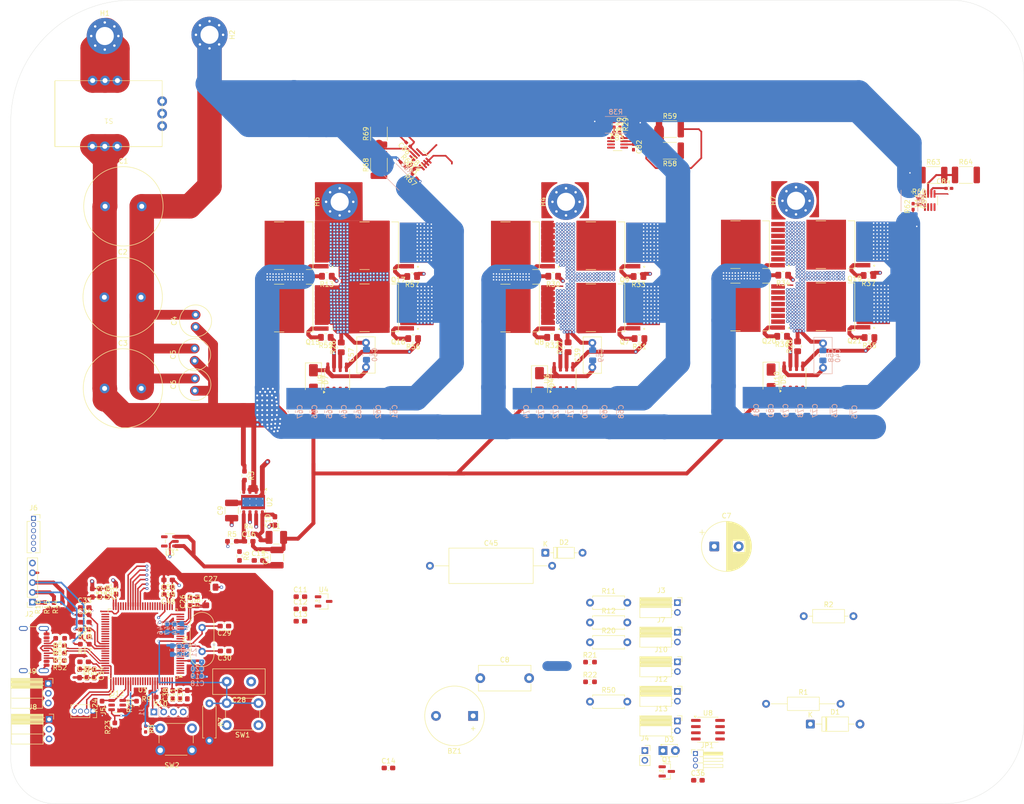
<source format=kicad_pcb>
(kicad_pcb (version 20241229) (generator "pcbnew") (generator_version "9.0")
  (layers (0 "F.Cu" signal) (4 "In1.Cu" signal) (6 "In2.Cu" signal) (8 "In3.Cu" signal) (10 "In4.Cu" signal) (2 "B.Cu" signal) (13 "F.Paste" user) (15 "B.Paste" user) (5 "F.SilkS" user "F.Silkscreen") (7 "B.SilkS" user "B.Silkscreen") (1 "F.Mask" user) (3 "B.Mask" user) (25 "Edge.Cuts" user))
  (net 0 "")
  (net 1 "VBAT")
  (net 2 "Net-(BZ1--)")
  (net 3 "CSense_OUT_LES")
  (net 4 "Net-(U2-VCC)")
  (net 5 "Net-(U2-BST)")
  (net 6 "Net-(U2-SW)")
  (net 7 "+12V")
  (net 8 "+5V")
  (net 9 "Net-(U8-VIQ)")
  (net 10 "Net-(C15-Pad1)")
  (net 11 "Net-(U2-FB)")
  (net 12 "VREF+")
  (net 13 "/MCU/NRST")
  (net 14 "Net-(U1-PH1)")
  (net 15 "Net-(U1-PH0)")
  (net 16 "Net-(U1-VCAP_1)")
  (net 17 "Net-(U1-VCAP_2)")
  (net 18 "HALL_A")
  (net 19 "HALL_B")
  (net 20 "HALL_C")
  (net 21 "Net-(U6-VS)")
  (net 22 "Net-(U10-VS)")
  (net 23 "Net-(D3-A)")
  (net 24 "Net-(U9-VS)")
  (net 25 "Net-(H1-Pad1)")
  (net 26 "Net-(J11-CC2)")
  (net 27 "Net-(J11-D+-PadA6)")
  (net 29 "/MCU/I2C_SDA")
  (net 30 "/MCU/I2C_SCL")
  (net 31 "Net-(J2-Pin_1)")
  (net 32 "Net-(J2-Pin_2)")
  (net 33 "Net-(J2-Pin_3)")
  (net 34 "Net-(J3-Pin_1)")
  (net 35 "Net-(J3-Pin_2)")
  (net 36 "SWCLK")
  (net 37 "SWDIO")
  (net 38 "BT_RX")
  (net 39 "BT_KEY")
  (net 40 "BT_STATE")
  (net 41 "BT_TX")
  (net 42 "BRAKE")
  (net 43 "ACCEL")
  (net 44 "REGEN")
  (net 45 "CRUISE")
  (net 46 "Net-(J11-CC1)")
  (net 47 "Net-(J11-D--PadA7)")
  (net 49 "PANIC STOP")
  (net 50 "Net-(J13-Pin_2)")
  (net 51 "Net-(JP1-C)")
  (net 52 "Net-(Q1-B)")
  (net 53 "Net-(JP1-B)")
  (net 54 "Net-(Q6-Pad1)")
  (net 55 "Net-(Q7-Pad1)")
  (net 56 "Net-(Q8-Pad1)")
  (net 57 "Net-(Q9-Pad1)")
  (net 58 "Net-(Q14-Pad1)")
  (net 59 "Net-(Q15-Pad1)")
  (net 60 "Net-(Q16-Pad1)")
  (net 61 "Net-(Q17-Pad1)")
  (net 62 "Net-(Q18-Pad1)")
  (net 63 "Net-(Q19-Pad1)")
  (net 64 "Net-(Q20-Pad1)")
  (net 65 "Net-(S1-Vout)")
  (net 66 "Net-(U2-RON)")
  (net 67 "/MCU/BOOT0")
  (net 68 "BUZZER")
  (net 69 "STATUS_LED")
  (net 70 "Net-(Q21-Pad1)")
  (net 71 "/FET/Phase_C_FET/PHASE_C")
  (net 72 "TMP_ALERT")
  (net 73 "TMP_SCL")
  (net 74 "/FET/Phase_A_FET/PHASE_A")
  (net 75 "/FET/H_MOS_OUT_A")
  (net 76 "TMP_SDA")
  (net 77 "/FET/H_MOS_OUT_B")
  (net 78 "/FET/L_MOS_OUT_B")
  (net 79 "/FET/H_MOS_OUT_C")
  (net 80 "/FET/L_MOS_OUT_C")
  (net 81 "HS_MOS_C")
  (net 82 "/FET/L_MOS_OUT_A")
  (net 83 "/FET/HS_MOS_A")
  (net 84 "LS_MOS_C")
  (net 85 "CAN_S")
  (net 91 "+3V3")
  (net 93 "VDD_1")
  (net 97 "Current_Sense_B")
  (net 98 "VDD_2")
  (net 104 "Current_Sense_C")
  (net 107 "CAN_RX")
  (net 115 "B_VOL_CHECK")
  (net 119 "TEMP_SENSOR")
  (net 121 "CAN_TX")
  (net 129 "VDD_6")
  (net 142 "VDD_3")
  (net 143 "VDD_4")
  (net 144 "VDD_5")
  (net 145 "D-")
  (net 146 "D+")
  (net 147 "GND")
  (net 148 "Current_Sense_A")
  (net 149 "+VDC")
  (net 150 "/FET/LS_MOS_B")
  (net 151 "/FET/LS_MOS_A")
  (net 152 "/FET/HS_MOS_B")
  (net 153 "/FET/Phase_B_FET/V-")
  (net 154 "/FET/Phase_B_FET/V+")
  (net 155 "/FET/Phase_C_FET/V-")
  (net 156 "/FET/Phase_C_FET/V+")
  (net 157 "/FET/Phase_A_FET/V+")
  (net 158 "/FET/Phase_A_FET/V-")
  (net 159 "Net-(U5-REF1)")
  (net 160 "Net-(U11-REF1)")
  (net 161 "Net-(U13-REF1)")
  (net 162 "Current Sense_B")
  (net 163 "Current Sense_C")
  (net 164 "Current Sense_A")
  (net 165 "-VDC")
  (net 166 "/FET/Phase_B_FET/PHASE_B")
  (net 167 "Net-(D4-K)")
  (net 168 "Net-(D5-K)")
  (net 169 "Net-(D7-K)")
  (footprint "Capacitor_SMD:C_1210_3225Metric_Pad1.33x2.70mm_HandSolder" (layer "F.Cu") (at 112.425 154.2625 90)
    (property "Reference" "C9")
    (property "Value" "1uF" (hide yes))
  )
  (footprint "Resistor_SMD:R_0603_1608Metric_Pad0.98x0.95mm_HandSolder" (layer "F.Cu") (at 115.8875 159)
    (property "Reference" "R4")
    (property "Value" "86.6K")
  )
  (footprint "Capacitor_SMD:C_0603_1608Metric_Pad1.08x0.95mm_HandSolder" (layer "F.Cu") (at 110.9375 177.9 180)
    (property "Reference" "C29")
    (property "Value" "22pF")
  )
  (footprint "Capacitor_THT:C_Radial_D16.0mm_H31.5mm_P7.50mm" (layer "F.Cu") (at 86.384 110.632779)
    (property "Reference" "C2")
    (property "Value" "680uF / 100V")
  )
  (footprint "Capacitor_SMD:C_0603_1608Metric_Pad1.08x0.95mm_HandSolder" (layer "F.Cu") (at 84.3175 187.5975 -90)
    (property "Reference" "C54")
    (property "Value" "100nF")
  )
  (footprint "Capacitor_SMD:C_0603_1608Metric_Pad1.08x0.95mm_HandSolder" (layer "F.Cu") (at 115.9125 160.55)
    (property "Reference" "C16")
    (property "Value" "15nF")
  )
  (footprint "Resistor_SMD:R_0402_1005Metric_Pad0.72x0.64mm_HandSolder" (layer "F.Cu") (at 251.874994 89.04 -90)
    (property "Reference" "R60")
    (property "Value" "10")
  )
  (footprint "Resistor_SMD:R_0603_1608Metric_Pad0.98x0.95mm_HandSolder" (layer "F.Cu") (at 76.075 174.0125 90)
    (property "Reference" "R15")
    (property "Value" "4.7K")
  )
  (footprint "Capacitor_SMD:C_0603_1608Metric_Pad1.08x0.95mm_HandSolder" (layer "F.Cu") (at 82.3625 174.1)
    (property "Reference" "C33")
    (property "Value" "10nF")
  )
  (footprint "Capacitor_SMD:C_0402_1005Metric_Pad0.74x0.62mm_HandSolder" (layer "F.Cu") (at 252.899994 91.12 -90)
    (property "Reference" "C85")
    (property "Value" "10nF")
  )
  (footprint "Resistor_SMD:R_1812_4532Metric_Pad1.30x3.40mm_HandSolder" (layer "F.Cu") (at 262.624994 85.6125)
    (property "Reference" "R64")
    (property "Value" "10k")
  )
  (footprint "Capacitor_SMD:C_0603_1608Metric_Pad1.08x0.95mm_HandSolder" (layer "F.Cu") (at 126.4875 174.39)
    (property "Reference" "C12")
    (property "Value" "2.2uF")
  )
  (footprint "Capacitor_THT:C_Radial_D16.0mm_H31.5mm_P7.50mm" (layer "F.Cu") (at 86.434 129.282779)
    (property "Reference" "C3")
    (property "Value" "680uF / 100V")
  )
  (footprint "Capacitor_SMD:C_0603_1608Metric_Pad1.08x0.95mm_HandSolder" (layer "F.Cu") (at 103.355 191.9225 90)
    (property "Reference" "C37")
    (property "Value" "100nF")
  )
  (footprint "Resistor_SMD:R_0603_1608Metric_Pad0.98x0.95mm_HandSolder" (layer "F.Cu") (at 77.3125 181.9 180)
    (property "Reference" "R53")
    (property "Value" "22")
  )
  (footprint "Connector_PinHeader_1.27mm:PinHeader_1x03_P1.27mm_Horizontal" (layer "F.Cu") (at 207.295 203.98)
    (property "Reference" "JP1")
    (property "Value" "Jumper_3_Open")
  )
  (footprint "Capacitor_SMD:C_0603_1608Metric_Pad1.08x0.95mm_HandSolder" (layer "F.Cu") (at 103.875 172.8875 90)
    (property "Reference" "C26")
    (property "Value" "100nF")
  )
  (footprint "Resistor_SMD:R_0805_2012Metric_Pad1.20x1.40mm_HandSolder" (layer "F.Cu") (at 242.9 118.875 180)
    (property "Reference" "R35")
    (property "Value" "10R")
  )
  (footprint "Resistor_THT:R_Axial_DIN0207_L6.3mm_D2.5mm_P7.62mm_Horizontal" (layer "F.Cu") (at 185.735 177.16)
    (property "Reference" "R12")
    (property "Value" "260")
  )
  (footprint "Resistor_SMD:R_0402_1005Metric_Pad0.72x0.64mm_HandSolder" (layer "F.Cu") (at 149.82751 85.865004 135)
    (property "Reference" "R67")
    (property "Value" "10")
  )
  (footprint "Resistor_THT:R_Axial_DIN0207_L6.3mm_D2.5mm_P7.62mm_Horizontal" (layer "F.Cu") (at 185.735 193.36)
    (property "Reference" "R50")
    (property "Value" "10K")
  )
  (footprint "Resistor_SMD:R_0805_2012Metric_Pad1.20x1.40mm_HandSolder" (layer "F.Cu") (at 195.650006 106.3875 180)
    (property "Reference" "R33")
    (property "Value" "10R")
  )
  (footprint "Capacitor_SMD:C_0603_1608Metric_Pad1.08x0.95mm_HandSolder" (layer "F.Cu") (at 110.9875 183 180)
    (property "Reference" "C30")
    (property "Value" "22pF")
  )
  (footprint "NetTie:NetTie-2_SMD_Pad0.5mm" (layer "F.Cu") (at 80.6175 188.41 180)
    (property "Reference" "NT7" (hide yes))
    (property "Value" "NetTie_2" (hide yes))
  )
  (footprint "Capacitor_SMD:C_0603_1608Metric_Pad1.08x0.95mm_HandSolder" (layer "F.Cu") (at 121.275 156.3875 90)
    (property "Reference" "C10")
    (property "Value" ".1uF")
  )
  (footprint "Capacitor_SMD:C_0603_1608Metric_Pad1.08x0.95mm_HandSolder" (layer "F.Cu") (at 144.5 206.925)
    (property "Reference" "C14")
    (property "Value" "2.2uF")
  )
  (footprint "MOSFET:TRANS_IAUS300N08S5N014ATMA1" (layer "F.Cu") (at 219.2 112.625 180)
    (property "Reference" "Q20")
    (property "Value" "IAUS300N08S5N0")
  )
  (footprint "Resistor_SMD:R_0805_2012Metric_Pad1.20x1.40mm_HandSolder" (layer "F.Cu") (at 149.549997 119.0875 180)
    (property "Reference" "R56")
    (property "Value" "10R")
  )
  (footprint "Resistor_SMD:R_0805_2012Metric_Pad1.20x1.40mm_HandSolder" (layer "F.Cu") (at 134.849997 120.8875 90)
    (property "Reference" "R26")
    (property "Value" "10R")
  )
  (footprint "Resistor_SMD:R_0805_2012Metric_Pad1.20x1.40mm_HandSolder" (layer "F.Cu") (at 195.850006 119.0875 180)
    (property "Reference" "R31")
    (property "Value" "10R")
  )
  (footprint "MOSFET:TRANS_IAUS300N08S5N014ATMA1" (layer "F.Cu") (at 219.2 99.875 180)
    (property "Reference" "Q18" (hide yes))
    (property "Value" "IAUS300N08S5N0")
  )
  (footprint "MountingHole:MountingHole_3.7mm_Pad_Via" (layer "F.Cu") (at 86.471779 57.195)
    (property "Reference" "H1")
    (property "Value" "XT90- (+)" (hide yes))
  )
  (footprint "Diode_THT:D_DO-35_SOD27_P7.62mm_Horizontal" (layer "F.Cu") (at 176.59 162.9)
    (property "Reference" "D2")
    (property "Value" "1N4148")
  )
  (footprint "MOSFET:TRANS_IAUS300N08S5N014ATMA1" (layer "F.Cu") (at 189.625006 100.0875 180)
    (property "Reference" "Q9")
    (property "Value" "IAUS300N08S5N0" (hide yes))
  )
  (footprint "Capacitor_THT:C_Radial_D6.3mm_H11.0mm_P2.50mm" (layer "F.Cu") (at 104.906 129.75 90)
    (property "Reference" "C6")
    (property "Value" "10uF / 100V")
  )
  (footprint "Resistor_SMD:R_0603_1608Metric_Pad0.98x0.95mm_HandSolder" (layer "F.Cu") (at 77.825 173.9625 90)
    (property "Reference" "R14")
    (property "Value" "4.7K")
  )
  (footprint "Resistor_SMD:R_0603_1608Metric_Pad0.98x0.95mm_HandSolder" (layer "F.Cu") (at 115.05 147.1375 -90)
    (property "Reference" "R3")
    (property "Value" "100K")
  )
  (footprint "Connector_PinSocket_2.00mm:PinSocket_1x02_P2.00mm_Horizontal" (layer "F.Cu") (at 203.605 191.26)
    (property "Reference" "J12")
    (property "Value" "Conn_01x02")
  )
  (footprint "Capacitor_SMD:C_0805_2012Metric_Pad1.18x1.45mm_HandSolder" (layer "F.Cu") (at 108.0875 169.95)
    (property "Reference" "C27")
    (property "Value" "10uf")
  )
  (footprint "Connector_PinSocket_2.00mm:PinSocket_1x03_P2.00mm_Horizontal" (layer "F.Cu") (at 74.925 189.65)
    (property "Reference" "J9")
    (property "Value" "Conn_01x03")
  )
  (footprint "Package_QFP:LQFP-100_14x14mm_P0.5mm" (layer "F.Cu") (at 94.25 181.5 180)
    (property "Reference" "U1")
    (property "Value" "STM32F205VGTx")
  )
  (footprint "Resistor_SMD:R_0805_2012Metric_Pad1.20x1.40mm_HandSolder" (layer "F.Cu") (at 242.7 106.175 180)
    (property "Reference" "R37")
    (property "Value" "10R")
  )
  (footprint "MountingHole:MountingHole_3.7mm_Pad_Via" (layer "F.Cu") (at 134.524997 91.1125 90)
    (property "Reference" "H6")
    (property "Value" "PHASE_A" (hide yes))
  )
  (footprint "LES-50NP:LES50NP" (layer "F.Cu") (at 98.209 79.814579 180)
    (property "Reference" "S1")
    (property "Value" "LES50-NP")
  )
  (footprint "Capacitor_SMD:C_0603_1608Metric_Pad1.08x0.95mm_HandSolder" (layer "F.Cu") (at 126.4875 171.88)
    (property "Reference" "C11")
    (property "Value" "1uF")
  )
  (footprint "Capacitor_SMD:C_0603_1608Metric_Pad1.08x0.95mm_HandSolder" (layer "F.Cu") (at 207.805 209.44)
    (property "Reference" "C36")
    (property "Value" "100nF")
  )
  (footprint "Capacitor_THT:C_Disc_D10.5mm_W5.0mm_P5.00mm" (layer "F.Cu") (at 116.4175 189.26 180)
    (property "Reference" "C28")
    (property "Value" "100nF")
  )
  (footprint "Resistor_SMD:R_0603_1608Metric_Pad0.98x0.95mm_HandSolder" (layer "F.Cu") (at 77.3375 180.4 180)
    (property "Reference" "R51")
    (property "Value" "5.1K")
  )
  (footprint "Capacitor_SMD:C_0603_1608Metric_Pad1.08x0.95mm_HandSolder" (layer "F.Cu") (at 81.3175 187.5975 -90)
    (property "Reference" "C56")
    (property "Value" "100nF")
  )
  (footprint "Resistor_SMD:R_1812_4532Metric_Pad1.30x3.40mm_HandSolder" (layer "F.Cu") (at 142.550006 83.5625 90)
    (property "Reference" "R68")
    (property "Value" "10k")
  )
  (footprint "Resistor_SMD:R_0402_1005Metric_Pad0.72x0.64mm_HandSolder" (layer "F.Cu") (at 251.824994 92.085 90)
    (property "Reference" "R62")
    (property "Value" "10")
  )
  (footprint "Resistor_THT:R_Axial_DIN0207_L6.3mm_D2.5mm_P7.62mm_Horizontal" (layer "F.Cu") (at 185.735 173.11)
    (property "Reference" "R11")
    (property "Value" "1K")
  )
  (footprint "Resistor_SMD:R_0805_2012Metric_Pad1.20x1.40mm_HandSolder" (layer "F.Cu") (at 181.250006 120.8625 90)
    (property "Reference" "R27")
    (property "Value" "10R")
  )
  (footprint "Resistor_SMD:R_1812_4532Metric_Pad1.30x3.40mm_HandSolder" (layer "F.Cu") (at 202.075006 76.2375)
    (property "Reference" "R59")
    (property "Value" "10k")
  )
  (footprint "Capacitor_THT:C_Radial_D6.3mm_H11.0mm_P2.50mm" (layer "F.Cu") (at 105.05 116.7177 90)
    (property "Reference" "C4")
    (property "Value" "10uF / 100V")
  )
  (footprint "Package_TO_SOT_SMD:SOT-23-6" (layer "F.Cu") (at 89.005 194.06)
    (property "Reference" "U12")
    (property "Value" "TMP101")
  )
  (footprint "Resistor_SMD:R_0805_2012Metric_Pad1.20x1.40mm_HandSolder" (layer "F.Cu") (at 131.674997 118.8375 180)
    (property "Reference" "R55")
    (property "Value" "10R")
  )
  (footprint "Package_TO_SOT_SMD:SOT-23" (layer "F.Cu") (at 201.435 207.63)
    (property "Reference" "Q1")
    (property "Value" "BC817")
  )
  (footprint "Diode_SMD:D_SMA" (layer "F.Cu") (at 222.775 127.425 -90)
    (property "Reference" "D5")
    (property "Value" "US1M")
  )
  (footprint "MOSFET:TRANS_IAUS300N08S5N014ATMA1" (layer "F.Cu") (at 143.324997 112.7875 180)
    (property "Reference" "Q16")
    (property "Value" "IAUS300N08S5N0" (hide yes))
  )
  (footprint "Resistor_THT:R_Axial_DIN0207_L6.3mm_D2.5mm_P7.62mm_Horizontal" (layer "F.Cu") (at 185.735 181.21)
    (property "Reference" "R20")
    (property "Value" "4.7K")
  )
  (footprint "Connector_PinSocket_2.00mm:PinSocket_1x02_P2.00mm_Vertical" (layer "F.Cu") (at 196.955 203.36)
    (property "Reference" "J4")
    (property "Value" "Conn_01x02")
  )
  (footprint "Resistor_SMD:R_0603_1608Metric_Pad0.98x0.95mm_HandSolder" (layer "F.Cu") (at 114.025 163.5625 -90)
    (property "Reference" "R6")
    (property "Value" "46k" (hide yes))
  )
  (footprint "MOSFET:TRANS_IAUS300N08S5N014ATMA1" (layer "F.Cu") (at 172.150006 100.0875 180)
    (property "Reference" "Q6" (hide yes))
    (property "Value" "IAUS300N08S5N0")
  )
  (footprint "Resistor_SMD:R_1812_4532Metric_Pad1.30x3.40mm_HandSolder" (layer "F.Cu") (at 142.550006 77.1875 90)
    (property "Reference" "R69")
    (property "Value" "10k")
  )
  (footprint "Capacitor_THT:C_Radial_D16.0mm_H31.5mm_P7.50mm" (layer "F.Cu") (at 86.534 92.032779)
    (property "Reference" "C1")
    (property "Value" "680uF / 100V")
  )
  (footprint "Capacitor_THT:C_Disc_D10.5mm_W5.0mm_P10.00mm" (layer "F.Cu") (at 163.28 188.55)
    (property "Reference" "C8")
    (property "Value" "100nF")
  )
  (footprint "Connector_PinSocket_2.00mm:PinSocket_1x02_P2.00mm_Horizontal" (layer "F.Cu") (at 203.605 179.16)
    (property "Reference" "J7")
    (property "Value" "Conn_01x02")
  )
  (footprint "Capacitor_SMD:C_0603_1608Metric_Pad1.08x0.95mm_HandSolder" (layer "F.Cu") (at 100.355 191.96 90)
    (property "Reference" "C38")
    (property "Value" "10uF")
  )
  (footprint "MOSFET:TRANS_IAUS300N08S5N014ATMA1" (layer "F.Cu") (at 236.675 99.875 180)
    (property "Reference" "Q19")
    (property "Value" "IAUS300N08S5N0" (hide yes))
  )
  (footprint "Package_TO_SOT_SMD:SOT-23-8_Handsoldering" (layer "F.Cu") (at 255.224994 90.8375 90)
    (property "Reference" "U11")
    (property "Value" "INA241A2")
  )
  (footprint "Capacitor_SMD:C_0402_1005Metric_Pad0.74x0.62mm_HandSolder" (layer "F.Cu") (at 191.217506 76.8875 180)
    (property "Reference" "C83")
    (property "Value" "10nF")
  )
  (footprint "Resistor_SMD:R_0402_1005Metric_Pad0.72x0.64mm_HandSolder" (layer "F.Cu") (at 190.650006 75.26 -90)
    (property "Reference" "R39")
    (property "Value" "10")
  )
  (footprint "Package_TO_SOT_SMD:SOT-23-3" (layer "F.Cu") (at 131.2375 172.85)
    (property "Reference" "U4")
    (property "Value" "XC6206 - 3V3")
  )
  (footprint "Package_SO:SOIC-8_3.9x4.9mm_P1.27mm" (layer "F.Cu") (at 227.35 127.225 90)
    (property "Reference" "U10")
    (property "Value" "IRS21867S")
  )
  (footprint "Capacitor_SMD:C_0603_1608Metric_Pad1.08x0.95mm_HandSolder" (layer "F.Cu") (at 99.43 171.46 180)
    (property "Reference" "C48")
    (property "Value" "100nF")
  )
  (footprint "NetTie:NetTie-2_SMD_Pad0.5mm" (layer "F.Cu") (at 98.5675 167.71 -90)
    (property "Reference" "NT5" (hide yes))
    (property "Value" "NetTie_2" (hide yes))
  )
  (footprint "Capacitor_SMD:C_0603_1608Metric_Pad1.08x0.95mm_HandSolder" (layer "F.Cu") (at 105.375 172.8625 90)
    (property "Reference" "C25")
    (property "Value" "1uF")
  )
  (footprint "MOSFET:TRANS_IAUS300N08S5N014ATMA1" (layer "F.Cu") (at 236.675 112.575 180)
    (property "Reference" "Q21")
    (property "Value" "IAUS300N08S5N0" (hide yes))
  )
  (footprint "Resistor_THT:R_Axial_DIN0207_L6.3mm_D2.5mm_P10.16mm_Horizontal" (layer "F.Cu") (at 229.455 175.875)
    (property "Reference" "R2")
    (property "Value" "1K")
  )
  (footprint "LED_THT:LED_D1.8mm_W3.3mm_H2.4mm" (layer "F.Cu") (at 200.655 203.37)
    (property "Reference" "D3")
    (property "Value" "LED_R")
  )
  (footprint "Button_Switch_THT:SW_PUSH_6mm_H8mm" (layer "F.Cu") (at 117.9175 198.16 180)
    (property "Reference" "SW1")
    (property "Value" "SW_Push")
  )
  (footprint "Diode_THT:D_A-405_P10.16mm_Horizontal" (layer "F.Cu") (at 230.80222 197.95)
    (property "Reference" "D1")
    (property "Value" "SR5100")
  )
  (footprint "Connector_PinSocket_2.00mm:PinSocket_1x03_P2.00mm_Horizontal" (layer "F.Cu") (at 75.075 196.975)
    (property "Reference" "J8")
    (property "Value" "Conn_01x03")
  )
  (footprint "Crystal:Crystal_HC18-U_Vertical" (layer "F.Cu") (at 106.375 183.1 90)
    (property "Reference" "Y1")
    (property "Value" "8MHz")
  )
  (footprint "Capacitor_THT:C_Rect_L7.2mm_W3.5mm_P5.00mm_FKS2_FKP2_MKS2_MKP2" (layer "F.Cu") (at 186.200006 124.9625 90)
    (property "Reference" "C39")
    (property "Value" "4.7uF")
  )
  (footprint "Resistor_SMD:R_0805_2012Metric_Pad1.20x1.40mm_HandSolder" (layer "F.Cu") (at 225.025 118.625 180)
    (property "Reference" "R36")
    (property "Value" "10R")
  )
  (footprint "Capacitor_SMD:C_0603_1608Metric_Pad1.08x0.95mm_HandSolder" (layer "F.Cu") (at 82.3875 180.1)
    (property "Reference" "C35")
    (property "Value" "10nF")
  )
  (footprint "Resistor_SMD:R_0402_1005Metric_Pad0.72x0.64mm_HandSolder" (layer "F.Cu") (at 94.825 198.9525 -90)
    (property "Reference" "R8")
    (property "Value" "10K")
  )
  (footprint "Capacitor_THT:C_Radial_D6.3mm_H11.0mm_P2.50mm" (layer "F.Cu") (at 104.856 123.625 90)
    (property "Reference" "C5")
    (property "Value" "10uF / 100V")
  )
  (footprint "Resistor_SMD:R_0402_1005Metric_Pad0.72x0.64mm_HandSolder" (layer "F.Cu") (at 191.850006 75.26 -90)
    (property "Reference" "R29")
    (property "Value" "10")
  )
  (footprint "Resistor_SMD:R_0805_2012Metric_Pad1.20x1.40mm_HandSolder" (layer "F.Cu") (at 131.899997 106.3375 180)
    (property "Reference" "R13")
    (property "Value" "10R")
  )
  (footprint "Connector_PinSocket_2.00mm:PinSocket_1x02_P2.00mm_Horizontal" (layer "F.Cu") (at 203.605 185.21)
    (property "Reference" "J10")
    (property "Value" "Conn_01x02")
  )
  (footprint "MountingHole:MountingHole_3.7mm_Pad_Via" (layer "F.Cu") (at 180.825006 91.1125 90)
    (property "Reference" "H4")
    (property "Value" "PHASE_B" (hide yes))
  )
  (footprint "Resistor_SMD:R_1812_4532Metric_Pad1.30x3.40mm_HandSolder" (layer "F.Cu") (at 255.974994 85.6375)
    (property "Reference" "R63")
    (property "Value" "10k")
  )
  (footprint "Capacitor_SMD:C_0603_1608Metric_Pad1.08x0.95mm_HandSolder" (layer "F.Cu") (at 99.43 168.46 180)
    (property "Reference" "C50")
    (property "Value" "100nF")
  )
  (footprint "Resistor_SMD:R_0603_1608Metric_Pad0.98x0.95mm_HandSolder" (layer "F.Cu") (at 77.2875 184.95 180)
    (property "Reference" "R52")
    (property "Value" "5.1K")
  )
  (footprint "MountingHole:MountingHole_3.7mm_Pad_Via" (layer "F.Cu") (at 227.875 90.9 90)
    (property "Reference" "H7")
    (property "Value" "PHASE_C" (hide yes))
  )
  (footprint "Capacitor_SMD:C_0603_1608Metric_Pad1.08x0.95mm_HandSolder" (layer "F.Cu") (at 87.0175 171.0975 -90)
    (property "Reference" "C51")
    (property "Value" "100nF")
  )
  (footprint "Button_Switch_THT:SW_PUSH_6mm_H8mm" (layer "F.Cu") (at 104.3175 203.31 180)
    (property "Reference" "SW2")
    (property "Value" "SW_Push")
  )
  (footprint "NetTie:NetTie-2_SMD_Pad0.5mm" (layer "F.Cu") (at 83.025 171.975)
    (property "Reference" "NT4" (hide yes))
    (property "Value" "NetTie_2" (hide yes))
  )
  (footprint "Capacitor_THT:CP_Radial_D10.0mm_P5.00mm" (layer "F.Cu") (at 211.15 161.6)
    (property "Reference" "C7")
    (property "Value" "470uF/25V")
  )
  (footprint "Resistor_SMD:R_0603_1608Metric_Pad0.98x0.95mm_HandSolder" (layer "F.Cu") (at 97.88 192.41 180)
    (property "Reference" "R10")
    (property "Value" "4.7K")
  )
  (footprint "Resistor_SMD:R_0603_1608Metric_Pad0.98x0.95mm_HandSolder" (layer "F.Cu") (at 82.3875 178.6 180)
    (property "Reference" "R18")
    (property "Value" "2.2K")
  )
  (footprint "Resistor_SMD:R_0603_1608Metric_Pad0.98x0.95mm_HandSolder" (layer "F.Cu") (at 92.9675 194.1725 90)
    (property "Reference" "R25")
    (property "Value" "4.7K")
  )
  (footprint "Connector_PinSocket_2.00mm:PinSocket_1x02_P2.00mm_Horizontal" (layer "F.Cu") (at 203.605 197.31)
    (property "Reference" "J13")
    (property "Value" "OUTSIDE LED")
  )
  (footprint "Resistor_SMD:R_0805_2012Metric_Pad1.20x1.40mm_HandSolder" (layer "F.Cu") (at 178.200006 106.3375 180)
    (property "Reference" "R30")
    (property "Value" "10R")
  )
  (footprint "Package_TO_SOT_SMD:SOT-23-8_Handsoldering" (layer "F.Cu") (at 151.047565 82.42413 135)
    (property "Reference" "U13")
    (property "Value" "INA241A2")
  )
  (footprint "Capacitor_SMD:C_0402_1005Metric_Pad0.74x0.62mm_HandSolder" (layer "F.Cu") (at 148.542506 79.386217 135)
    (property "Reference" "C86")
    (property "Value" "100nF")
  )
  (footprint "Capacitor_SMD:C_0603_1608Metric_Pad1.08x0.95mm_HandSolder" (layer "F.Cu") (at 82.255 185.21 180)
    (property "Reference" "C32")
    (property "Value" "2.2µF")
  )
  (footprint "Capacitor_SMD:C_0402_1005Metric_Pad0.74x0.62mm_HandSolder" (layer "F.Cu") (at 194.625006 79.88 -90)
    (property "Reference" "C82")
    (property "Value" "100nF")
  )
  (footprint "Capacitor_SMD:C_0603_1608Metric_Pad1.08x0.95mm_HandSolder" (layer "F.Cu") (at 88.7675 170.5225 90)
    (property "Reference" "C31")
    (property "Value" "2.2µF")
  )
  (footprint "Inductor_SMD:L_1210_3225Metric_Pad1.42x2.65mm_HandSolder" (layer "F.Cu") (at 121.5625 159.75)
    (property "Reference" "L1")
    (property "Value" "220uH 2A")
  )
  (footprint "Connector_PinSocket_2.00mm:PinSocket_1x05_P2.00mm_Vertical" (layer "F.Cu") (at 71.675 173 180)
    (property "Reference" "J2")
    (property "Value" "HALL INPUT")
  )
  (footprint "Capacitor_SMD:C_0603_1608Metric_Pad1.08x0.95mm_HandSolder" (layer "F.Cu") (at 83.9175 171.0975 -90)
    (property "Reference" "C53")
    (property "Value" "100nF")
  )
  (footprint "Capacitor_SMD:C_0603_1608Metric_Pad1.08x0.95mm_HandSolder" (layer "F.Cu") (at 82.3875 177.1)
    (property "Reference" "C34")
    (property "Value" "10nF")
  )
  (footprint "Resistor_SMD:R_0603_1608Metric_Pad0.98x0.95mm_HandSolder" (layer "F.Cu") (at 112.4875 160.55)
    (property "Reference" "R5")
    (property "Value" "10K")
  )
  (footprint "Resistor_SMD:R_0603_1608Metric_Pad0.98x0.95mm_HandSolder" (layer "F.Cu") (at 185.735 189.31)
    (property "Reference" "R22")
    (property "Value" "120R")
  )
  (footprint "Resistor_SMD:R_0603_1608Metric_Pad0.98x0.95mm_HandSolder" (layer "F.Cu") (at 94.98 191.41 180)
    (property "Reference" "R9")
    (property "Value" "4.7K")
  )
  (footprint "Resistor_SMD:R_0805_2012Metric_Pad1.20x1.40mm_HandSolder" (layer "F.Cu") (at 107.125 172.65 90)
    (property "Reference" "FB1")
    (property "Value" "12R")
  )
  (footprint "Capacitor_SMD:C_0402_1005Metric_Pad0.74x0.62mm_HandSolder" (layer "F.Cu") (at 259.117494 88.3625)
    (property "Reference" "C84")
    (property "Value" "100nF")
  )
  (footprint "MOSFET:TRANS_IAUS300N08S5N014ATMA1" (layer "F.Cu") (at 125.849997 112.8375 180)
    (property "Reference" "Q15")
    (property "Value" "IAUS300N08S5N0")
  )
  (footprint "Package_SO:SOIC-8_3.9x4.9mm_P1.27mm" (layer "F.Cu") (at 209.855 199.095)
    (property "Reference" "U8")
    (property "Value" "TJA1051T")
  )
  (footprint "Capacitor_SMD:C_0402_1005Metric_Pad0.74x0.62mm_HandSolder" (layer "F.Cu") (at 149.432912 83.945406 -45)
    (property "Reference" "C87")
    (property "Value" "10nF")
  )
  (footprint "Resistor_SMD:R_0805_2012Metric_Pad1.20x1.40mm_HandSolder" (layer "F.Cu") (at 149.349997 106.3875 180)
    (property "Reference" "R57")
    (property "Value" "10R")
  )
  (footprint "Resistor_SMD:R_0603_1608Metric_Pad0.98x0.95mm_HandSolder" (layer "F.Cu") (at 85.9175 194.1725 90)
    (property "Reference" "R24")
    (property "Value" "4.7K")
  )
  (footprint "MountingHole:MountingHole_3.7mm_Pad_Via" (layer "F.Cu") (at 107.896779 56.945558 -90)
    (property "Reference" "H2")
    (property "Value" "XT90- (-)")
  )
  (footprint "Package_SO:SOIC-8_3.9x4.9mm_P1.27mm" (layer "F.Cu") (at 180.317506 127.3375 90)
    (property "Reference" "U6")
    (property "Value" "IRS21867S")
  )
  (footprint "Buzzer_Beeper:Buzzer_12x9.5RM7.6" (layer "F.Cu") (at 161.825 196.27 180)
    (property "Reference" "BZ1")
    (property "Value" "Buzzer")
  )
  (footprint "MOSFET:TRANS_IAUS300N08S5N014ATMA1" (layer "F.Cu") (at 172.150006 112.8375 180)
    (property "Reference" "Q8")
    (property "Value" "IAUS300N08S5N0")
  )
  (footprint "Capacitor_SMD:C_0603_1608Metric_Pad1.08x0.95mm_HandSolder" (layer "F.Cu") (at 82.8175 187.5975 -90)
    (property "Reference" "C55")
    (property "Value" "10uF")
  )
  (footprint "Resistor_SMD:R_0603_1608Metric_Pad0.98x0.95mm_HandSolder" (layer "F.Cu") (at 77.3375 183.45 180)
    (property "Reference" "R54")
    (property "Value" "22")
  )
  (footprint "Capacitor_THT:C_Axial_L17.0mm_D7.0mm_P25.00mm_Horizontal" (layer "F.Cu") (at 152.985 165.57)
    (property "Reference" "C45")
    (property "Value" "100nF")
  )
  (footprint "Connector_PinSocket_1.27mm:PinSocket_1x06_P1.27mm_Vertical" (layer "F.Cu") (at 71.9 155.86)
    (property "Reference" "J6")
    (property "Value" "Conn_01x06" (hide yes))
  )
  (footprint "Resistor_THT:R_Axial_DIN0207_L6.3mm_D2.5mm_P7.62mm_Horizontal" (layer "F.Cu") (at 107.8675 193.71 -90)
    (property "Reference" "R7")
    (property "Value" "10K")
  )
  (footprint "Resistor_THT:R_Axial_DIN0207_L6.3mm_D2.5mm_P15.24mm_Horizontal" (layer "F.Cu") (at 221.75222 193.8)
    (property "Reference" "R1")
    (property "Value" "220K")
  )
  (footprint "Resistor_SMD:R_0805_2012Metric_Pad1.20x1.40mm_HandSolder" (layer "F.Cu") (at 177.975006 118.8375 180)
    (property "Reference" "R32")
    (property "Value" "10R")
  )
  (footprint "MOSFET:TRANS_IAUS300N08S5N014ATMA1" (layer "F.Cu") (at 189.625006 112.7875 180)
    (property "Reference" "Q7")
    (property "Value" "IAUS300N08S5N0" (hide yes))
  )
  (footprint "Resistor_SMD:R_0603_1608Metric_Pad0.98x0.95mm_HandSolder" (layer "F.Cu") (at 88.525 198.6125 90)
    (property "Reference" "R23")
    (property "Value" "100")
  )
  (footprint "Resistor_SMD:R_0805_2012Metric_Pad1.20x1.40mm_HandSolder" (layer "F.Cu") (at 228.2 120.675 90)
    (property "Reference" "R28")
    (property "Value" "10R")
  )
  (footprint "Package_SO:SOIC-8-1EP_3.9x4.9mm_P1.27mm_EP2.95x4.9mm_Mask2.71x3.4mm_ThermalVias" (layer "F.Cu") (at 116.8 152.53 -90)
    (property "Reference" "U2")
    (property "Value" "LM5017MR")
  )
  (footprint "Resistor_SMD:R_0603_1608Metric_Pad0.98x0.95mm_HandSolder" (layer "F.Cu") (at 185.735 185.26)
    (property "Reference" "R21")
    (property "Value" "260")
  )
  (footprint "Capacitor_SMD:C_0603_1608Metric_Pad1.08x0.95mm_HandSolder" (layer "F.Cu") (at 126.4875 176.9)
    (property "Reference" "C13")
    (property "Value" "1uF")
  )
  (footprint "Package_TO_SOT_SMD:SOT-23-5" (layer "F.Cu") (at 99.7875 160.575 180)
    (property "Reference" "U3")
    (property "Value" "AP2204K-5.0")
  )
  (footprint "Resistor_SMD:R_0805_2012Metric_Pad1.20x1.40mm_HandSolder" (layer "F.Cu") (at 225.25 106.125 180)
    (property "Reference" "R34")
    (property "Value" "10R")
  )
  (footprint "Connector_USB:USB_C_Receptacle_GCT_USB4105-xx-A_16P_TopMnt_Horizontal" (layer "F.Cu") (at 70.885 182.7 -90)
    (property "Reference" "J11")
    (property "Value" "USB_C_Receptacle")
  )
  (footprint "Capacitor_SMD:C_0603_1608Metric_Pad1.08x0.95mm_HandSolder" (layer "F.Cu") (at 85.4675 171.0975 -90)
    (property "Reference" "C52")
    (property "Value" "10uF")
  )
  (footprint "Diode_SMD:D_SMA" (layer "F.Cu") (at 175.400006 128.1625 -90)
    (property "Reference" "D4")
    (property "Value" "US1M")
  )
  (footprint "Capacitor_SMD:C_0603_1608Metric_Pad1.08x0.95mm_HandSolder" (layer "F.Cu") (at 101.855 191.96 90)
    (property "Reference" "C41")
    (property "Value" "100nF")
  )
  (footprint "Diode_SMD:D_SMA" (layer "F.Cu") (at 129.150006 127.5625 -90)
    (property "Reference" "D7")
    (property "Value" "US1M")
  )
  (footprint "Resistor_SMD:R_0603_1608Metric_Pad0.98x0.95mm_HandSolder" (layer "F.Cu") (at 82.3875 181.6 180)
    (property "Reference" "R17")
    (property "Value" "2.2K")
  )
  (footprint "Capacitor_SMD:C_0603_1608Metric_Pad1.08x0.95mm_HandSolder" (layer "F.Cu") (at 117.9125 164.475)
    (property "Reference" "C15")
    (property "Value" "3.3nF")
  )
  (footprint "Connector_PinSocket_1.27mm:PinSocket_1x04_P1.27mm_Vertical" (layer "F.Cu") (at 84.045 195.3 -90)
    (property "Reference" "J5")
    (property "Value" "Conn_01x04")
  )
  (footprint "MOSFET:TRANS_IAUS300N08S5N014ATMA1" (layer "F.Cu") (at 125.849997 100.0875 180)
    (property "Reference" "Q14" (hide yes))
    (property "Value" "IAUS300N08S5N0")
  )
  (footprint "Connector_PinSocket_2.00mm:PinSocket_1x02_P2.00mm_Horizontal" (layer "F.Cu") (at 203.605 173.11)
    (property "Reference" "J3")
    (property "Value" "Conn_01x02")
  )
  (footprint "Capacitor_SMD:C_0603_1608Metric_Pad1.08x0.95mm_HandSolder" (layer "F.Cu") (at 99.43 169.97 180)
    (property "Reference" "C49")
    (property "Value" "10uF")
  )
  (footprint "Capacitor_SMD:C_1210_3225Metric_Pad1.33x2.70mm_HandSolder" (layer "F.Cu") (at 121.7 163.8875 90)
    (property "Reference" "C17")
    (property "Value" "47uF")
  )
  (footprint "Package_SO:SOIC-8_3.9x4.9mm_P1.27mm" (layer "F.Cu") (at 133.999997 127.4375 90)
    (property "Reference" "U9")
    (property "Value" "IRS21867S")
  )
  (footprint "NetTie:NetTie-2_SMD_Pad0.5mm" (layer "F.Cu") (at 104.105 191.21 180)
    (property "Reference" "NT6" (hide yes))
    (property "Value" "NetTie_2" (hide yes))
  )
  (footprint "Resistor_SMD:R_0402_1005Metric_Pad0.72x0.64mm_HandSolder" (layer "F.Cu") (at 147.472502 83.484996 -45)
    (property "Reference" "R65")
    (property "Value" "10")
  )
  (footprint "Resistor_SMD:R_1812_4532Metric_Pad1.30x3.40mm_HandSolder" (layer "F.Cu") (at 202.075006 80.6625 180)
    (property "Reference" "R58")
    (property "Value" "10k")
  )
  (footprint "Capacitor_THT:C_Rect_L7.2mm_W3.5mm_P5.00mm_FKS2_FKP2_MKS2_MKP2" (layer "F.Cu") (at 139.899997 124.9375 90)
    (property "Reference" "C57")
    (property "Value" "4.7uF")
  )
  (footprint "Package_TO_SOT_SMD:SOT-23-8_Handsoldering" (layer "F.Cu") (at 191.375006 79.0425)
    (property "Reference" "U5")
    (property "Value" "INA241A2")
  )
  (footprint "MOSFET:TRANS_IAUS300N08S5N014ATMA1" (layer "F.Cu") (at 143.324997 100.0875 180)
    (property "Reference" "Q17")
    (property "Value" "IAUS300N08S5N0" (hide yes))
  )
  (footprint "Resistor_SMD:R_0603_1608Metric_Pad0.98x0.95mm_HandSolder" (layer "F.Cu") (at 74.225 174.0125 90)
    (property "Reference" "R16")
    (property "Value" "4.7K")
  )
  (footprint "Resistor_SMD:R_0603_1608Metric_Pad0.98x0.95mm_HandSolder" (layer "F.Cu") (at 82.3625 175.6 180)
    (property "Reference" "R19" (hide yes))
    (property "Value" "2.2K")
  )
  (footprint "Capacitor_SMD:C_0805_2012Metric_Pad1.18x1.45mm_HandSolder" (layer "B.Cu") (at 177.0275 134.0375 90)
    (property "Reference" "C72")
    (property "Value" "100nF")
  )
  (footprint "NetTie:NetTie-2_SMD_Pad0.5mm" (layer "B.Cu") (at 99.775 181.85)
    (property "Reference" "NT3" (hide yes))
    (property "Value" "NetTie_2" (hide yes))
  )
  (footprint "Capacitor_SMD:C_0805_2012Metric_Pad1.18x1.45mm_HandSolder" (layer "B.Cu") (at 183.0475 134.0375 90)
    (property "Reference" "C70")
    (property "Value" "100nF")
  )
  (footprint "Capacitor_SMD:C_0805_2012Metric_Pad1.18x1.45mm_HandSolder" (layer "B.Cu") (at 133.737491 134.0375 90)
    (property "Reference" "C64")
    (property "Value" "100nF")
  )
  (footprint "Capacitor_SMD:C_0603_1608Metric_Pad1.08x0.95mm_HandSolder" (layer "B.Cu") (at 100.705 178.2825 -90)
    (property "Reference" "C47")
    (property "Value" "100nF")
  )
  (footprint "Capacitor_SMD:C_0805_2012Metric_Pad1.18x1.45mm_HandSolder" (layer "B.Cu") (at 124.707491 134.0375 90)
    (property "Reference" "C67")
    (property "Value" "100nF")
  )
  (footprint "Resistor_SMD:R_2512_6332Metric_Pad1.40x3.35mm_HandSolder" (layer "B.Cu") (at 251.074994 90.8875 90)
    (property "Reference" "R61")
    (property "Value" "1mR")
  )
  (footprint "Capacitor_SMD:C_0603_1608Metric_Pad1.08x0.95mm_HandSolder" (layer "B.Cu") (at 102.225 178.2875 -90)
    (property "Reference" "C24")
    (property "Value" "100nF")
  )
  (footprint "Capacitor_SMD:C_0805_2012Metric_Pad1.18x1.45mm_HandSolder" (layer "B.Cu") (at 136.747491 134.0375 90)
    (property "Reference" "C63")
    (property "Value" "100nF")
  )
  (footprint "NetTie:NetTie-2_SMD_Pad0.5mm" (layer "B.Cu") (at 98.475 179.1)
    (property "Reference" "NT9" (hide yes))
    (property "Value" "NetTie_2" (hide yes))
  )
  (footprint "Capacitor_SMD:C_0805_2012Metric_Pad1.18x1.45mm_HandSolder" (layer "B.Cu") (at 227.087494 133.825 90)
    (property "Reference" "C78")
    (property "Value" "100nF")
  )
  (footprint "Capacitor_SMD:C_0805_2012Metric_Pad1.18x1.45mm_HandSolder" (layer "B.Cu") (at 130.727491 134.0375 90)
    (property "Reference" "C65")
    (property "Value" "100nF")
  )
  (footprint "Capacitor_SMD:C_1210_3225Metric_Pad1.33x2.70mm_HandSolder" (layer "B.Cu") (at 143.497491 134.0375 90)
    (property "Reference" "C61")
    (property "Value" "10uF")
  )
  (footprint "Capacitor_SMD:C_0805_2012Metric_Pad1.18x1.45mm_HandSolder" (layer "B.Cu") (at 218.057494 133.825 90)
    (property "Reference" "C81")
    (property "Value" "100nF")
  )
  (footprint "Capacitor_SMD:C_0805_2012Metric_Pad1.18x1.45mm_HandSolder" (layer "B.Cu") (at 221.067494 133.825 90)
    (property "Reference" "C80")
    (property "Value" "100nF")
  )
  (footprint "Capacitor_SMD:C_0805_2012Metric_Pad1.18x1.45mm_HandSolder" (layer "B.Cu") (at 171.0075 134.0375 90)
    (property "Reference" "C74")
    (property "Value" "100nF")
  )
  (footprint "Capacitor_SMD:C_1210_3225Metric_Pad1.33x2.70mm_HandSolder" (layer "B.Cu") (at 189.7975 134.0375 90)
    (property "Reference" "C68")
    (property "Value" "10uF")
  )
  (footprint "Capacitor_SMD:C_1210_3225Metric_Pad1.33x2.70mm_HandSolder" (layer "B.Cu") (at 237.549994 134.1 90)
    (property "Reference" "C75")
    (property "Value" "10uF")
  )
  (footprint "Capacitor_SMD:C_0603_1608Metric_Pad1.08x0.95mm_HandSolder" (layer "B.Cu") (at 105.43 186.71)
    (property "Reference" "C19")
    (property "Value" "10uF")
  )
  (footprint "NetTie:NetTie-2_SMD_Pad0.5mm" (layer "B.Cu") (at 106.875 188.25 180)
    (property "Reference" "NT2" (hide yes))
    (property "Value" "NetTie_2" (hide yes))
  )
  (footprint "Capacitor_SMD:C_1210_3225Metric_Pad1.33x2.70mm_HandSolder" (layer "B.Cu") (at 140.147491 134.0375 90)
    (property "Reference" "C62")
    (property "Value" "10uF")
  )
  (footprint "Capacitor_THT:C_Rect_L7.2mm_W3.5mm_P5.00mm_FKS2_FKP2_MKS2_MKP2" (layer "B.Cu") (at 233.399994 125.0625 90)
    (property "Reference" "C40")
    (property "Value" "4.7uF")
  )
  (footprint "Capacitor_SMD:C_0603_1608Metric_Pad1.08x0.95mm_HandSolder" (layer "B.Cu") (at 101.775 182.8125 90)
    (property "Reference" "C22")
    (property "Value" "10uF")
  )
  (footprint "Capacitor_SMD:C_0603_1608Metric_Pad1.08x0.95mm_HandSolder" (layer "B.Cu") (at 105.43 188.21)
    (property "Reference" "C18")
    (property "Value" "100nF")
  )
  (footprint "Capacitor_SMD:C_0603_1608Metric_Pad1.08x0.95mm_HandSolder" (layer "B.Cu") (at 103.275 182.8125 90)
    (property "Reference" "C21")
    (property "Value" "100nF")
  )
  (footprint "NetTie:NetTie-2_SMD_Pad2.0mm" (layer "B.Cu") (at 178.985 186.07 180)
    (property "Reference" "NT1" (hide yes))
    (property "Value" "NetTie_2" (hide yes))
  )
  (footprint "Resistor_SMD:R_2512_6332Metric_Pad1.40x3.35mm_HandSolder" (layer "B.Cu") (at 146.356682 86.019176 135)
    (property "Reference" "R66")
    (property "Value" "1mR")
  )
  (footprint "Capacitor_SMD:C_0603_1608Metric_Pad1.08x0.95mm_HandSolder" (layer "B.Cu") (at 99.235 178.2825 -90)
    (property "Reference" "C46")
    (property "Value" "10uF")
  )
  (footprint "Capacitor_SMD:C_0805_2012Metric_Pad1.18x1.45mm_HandSolder" (layer "B.Cu") (at 180.0375 134.0375 90)
    (property "Reference" "C71")
    (property "Value" "100nF")
  )
  (footprint "Capacitor_SMD:C_0805_2012Metric_Pad1.18x1.45mm_HandSolder" (layer "B.Cu") (at 139.999997 122.375 90)
    (property "Reference" "C60")
    (property "Value" "100uf")
  )
  (footprint "Capacitor_SMD:C_0805_2012Metric_Pad1.18x1.45mm_HandSolder" (layer "B.Cu") (at 127.717491 134.0375 90)
    (property "Reference" "C66")
    (property "Value" "100nF")
  )
  (footprint "Capacitor_SMD:C_0805_2012Metric_Pad1.18x1.45mm_HandSolder" (layer "B.Cu") (at 233.374994 122.525 90)
    (property "Reference" "C58")
    (property "Value" "100uf")
  )
  (footprint "Capacitor_SMD:C_0805_2012Metric_Pad1.18x1.45mm_HandSolder" (layer "B.Cu") (at 174.0175 134.0375 90)
    (property "Reference" "C73")
    (property "Value" "100nF")
  )
  (footprint "Capacitor_SMD:C_1210_3225Metric_Pad1.33x2.70mm_HandSolder" (layer "B.Cu") (at 233.497494 133.825 90)
    (property "Reference" "C76")
    (property "Value" "10uF")
  )
  (footprint "Capacitor_SMD:C_0805_2012Metric_Pad1.18x1.45mm_HandSolder" (layer "B.Cu") (at 186.275006 122.5 90)
    (property "Reference" "C59")
    (property "Value" "100uf")
  )
  (footprint "Capacitor_SMD:C_0805_2012Metric_Pad1.18x1.45mm_HandSolder" (layer "B.Cu") (at 230.097494 133.825 90)
    (property "Reference" "C77")
    (property "Value" "100nF")
  )
  (footprint "Connector_PinSocket_2.00mm:PinSocket_1x04_P2.00mm_Vertical" (layer "B.Cu") (at 96.5175 195.46 -90)
    (property "Reference" "J1")
    (property "Value" "I2C EKRAN")
  )
  (footprint "Capacitor_SMD:C_0805_2012Metric_Pad1.18x1.45mm_HandSolder" (layer "B.Cu") (at 224.077494 133.825 90)
    (property "Reference" "C79")
    (property "Value" "100nF")
  )
  (footprint "Capacitor_SMD:C_0603_1608Metric_Pad1.08x0.95mm_HandSolder" (layer "B.Cu") (at 105.43 185.21)
    (property "Reference" "C20")
    (property "Value" "100nF")
  )
  (footprint "Capacitor_SMD:C_1210_3225Metric_Pad1.33x2.70mm_HandSolder" (layer "B.Cu") (at 186.4475 134.0375 90)
    (property "Reference" "C69")
    (property "Value" "10uF")
  )
  (footprint "Resistor_SMD:R_2512_6332Metric_Pad1.40x3.35mm_HandSolder" (layer "B.Cu") (at 191.000006 75.3625 180)
    (property "Reference" "R38")
    (property "Value" "1mR")
  )
  (footprint "Capacitor_SMD:C_0603_1608Metric_Pad1.08x0.95mm_HandSolder" (layer "B.Cu") (at 100.275 182.8125 90)
    (property "Reference" "C23")
    (property "Value" "100nF")
  )
  (gr_rect (start 240.287494 95.275) (end 246.912494 103.275) (stroke (width 0.2)) (fill yes) (layer "F.Cu") (net 165))
  (gr_rect (start 212.624994 104.975) (end 220.524994 107.55) (stroke (width 0.2)) (fill yes) (layer "F.Cu") (net 149))
  (gr_rect (start 165.575 105.1875) (end 173.475 107.7625) (stroke (width 0.2)) (fill yes) (layer "F.Cu") (net 149))
  (gr_rect (start 193.3125 108.2375) (end 199.9375 116.2375) (stroke (width 0.2)) (fill yes) (layer "F.Cu") (net 165))
  (gr_rect (start 146.937491 95.4875) (end 153.562491 103.4875) (stroke (width 0.2)) (fill yes) (layer "F.Cu") (net 165))
  (gr_rect (start 240.362494 108.025) (end 246.987494 116.025) (stroke (width 0.2)) (fill yes) (layer "F.Cu") (net 165))
  (gr_rect (start 193.2375 95.4875) (end 199.8625 103.4875) (stroke (width 0.2)) (fill yes) (layer "F.Cu") (net 165))
  (gr_rect (start 147.012491 108.2375) (end 153.637491 116.2375) (stroke (width 0.2)) (fill yes) (layer "F.Cu") (net 165))
  (gr_rect (start 119.274991 105.1875) (end 127.174991 107.7625) (stroke (width 0.2)) (fill yes) (layer "F.Cu") (net 149))
  (gr_rect (start 239.674994 107.55) (end 250.399994 115.55) (stroke (width 0.2)) (fill yes) (layer "B.Cu") (net 165))
  (gr_rect (start 192.625 107.7625) (end 203.35 115.7625) (stroke (width 0.2)) (fill yes) (layer "B.Cu") (net 165))
  (gr_rect (start 146.924991 95.4625) (end 156.924991 103.4625) (stroke (width 0.2)) (fill yes) (layer "B.Cu") (net 165))
  (gr_rect (start 193.225 95.4625) (end 203.225 103.4625) (stroke (width 0.2)) (fill yes) (layer "B.Cu") (net 165))
  (gr_rect (start 217.062494 129.0625) (end 238.212494 133.2625) (stroke (width 0.2)) (fill yes) (layer "B.Cu") (net 165))
  (gr_rect (start 146.324991 107.7625) (end 157.049991 115.7625) (stroke (width 0.2)) (fill yes) (layer "B.Cu") (net 165))
  (gr_rect (start 240.274994 95.25) (end 250.274994 103.25) (stroke (width 0.2)) (fill yes) (layer "B.Cu") (net 165))
  (gr_rect (start 170.0125 129.275) (end 191.1625 133.475) (stroke (width 0.2)) (fill yes) (layer "B.Cu") (net 165))
  (gr_rect (start 123.712491 129.275) (end 144.862491 133.475) (stroke (width 0.2)) (fill yes) (layer "B.Cu") (net 165))
  (gr_line (start 67.25 74.725) (end 67.25 205.104973) (stroke (width 0.05)) (layer "Edge.Cuts"))
  (gr_arc (start 76.4 214.254973) (mid 69.929973 211.575) (end 67.25 205.104973) (stroke (width 0.05)) (layer "Edge.Cuts"))
  (gr_arc (start 259.5 49.85) (mid 270.106602 54.243398) (end 274.5 64.85) (stroke (width 0.05)) (layer "Edge.Cuts"))
  (gr_line (start 274.5 197.675027) (end 274.5 64.85) (stroke (width 0.05)) (layer "Edge.Cuts"))
  (gr_line (start 76.4 214.254973) (end 257.920027 214.254973) (stroke (width 0.05)) (layer "Edge.Cuts"))
  (gr_line (start 259.5 49.85) (end 165.3 49.85) (stroke (width 0.05)) (layer "Edge.Cuts"))
  (gr_arc (start 67.25 74.725) (mid 74.535719 57.135719) (end 92.125 49.85) (stroke (width 0.05)) (layer "Edge.Cuts"))
  (gr_arc (start 274.5 197.675027) (mid 269.643846 209.398819) (end 257.920054 214.254973) (stroke (width 0.05)) (layer "Edge.Cuts"))
  (gr_line (start 92.125 49.85) (end 165.3 49.85) (stroke (width 0.05)) (layer "Edge.Cuts"))
  (segment (start 106.075 185) (end 106.275 185.2) (width 0.5) (layer "F.Cu") (net 1))
  (segment (start 101.925 185) (end 103.525 185) (width 0.3) (layer "F.Cu") (net 1))
  (segment (start 103.525 185) (end 106.075 185) (width 0.5) (layer "F.Cu") (net 1))
  (segment (start 103.525 185) (end 104.3575 185) (width 0.3) (layer "F.Cu") (net 1))
  (via (at 106.275 185.2) (size 0.3) (drill 0.25) (layers "F.Cu" "B.Cu") (net 1))
  (segment (start 106.2925 188.21) (end 106.2925 185.21) (width 0.5) (layer "B.Cu") (net 1))
  (segment (start 112.425 157.225) (end 112.45 157.25) (width 0.8) (layer "F.Cu") (net 4))
  (segment (start 116.165 155.0925) (end 116.165 156.64) (width 0.8) (layer "F.Cu") (net 4))
  (segment (start 112.425 155.825) (end 112.425 157.225) (width 0.8) (layer "F.Cu") (net 4))
  (segment (start 116.165 156.64) (end 116.175 156.65) (width 0.8) (layer "F.Cu") (net 4))
  (via (at 112.45 157.25) (size 0.65) (drill 0.4) (layers "F.Cu" "B.Cu") (net 4))
  (via (at 116.175 156.65) (size 0.65) (drill 0.4) (layers "F.Cu" "B.Cu") (net 4))
  (segment (start 120.4 157.25) (end 120.075 157.575) (width 0.8) (layer "F.Cu") (net 5))
  (segment (start 117.435 155.0925) (end 117.435 157.56) (width 0.8) (layer "F.Cu") (net 5))
  (segment (start 117.45 157.575) (end 117.435 157.56) (width 0.8) (layer "F.Cu") (net 5))
  (segment (start 121.275 157.25) (end 120.4 157.25) (width 0.8) (layer "F.Cu") (net 5))
  (via (at 120.075 157.575) (size 0.65) (drill 0.4) (layers "F.Cu" "B.Cu") (net 5))
  (via (at 117.45 157.575) (size 0.65) (drill 0.4) (layers "F.Cu" "B.Cu") (net 5))
  (segment (start 118.705 155.0925) (end 118.705 158.57) (width 0.8) (layer "F.Cu") (net 6))
  (segment (start 117.8625 159.4125) (end 117.45 159) (width 0.8) (layer "F.Cu") (net 6))
  (segment (start 118.705 155.0925) (end 120.8425 155.0925) (width 0.8) (layer "F.Cu") (net 6))
  (segment (start 118.3 160.35) (end 119.475 160.35) (width 0.8) (layer "F.Cu") (net 6))
  (segment (start 118.35 159.9) (end 117.8625 159.4125) (width 0.8) (layer "F.Cu") (net 6))
  (segment (start 119.475 160.35) (end 120.075 159.75) (width 0.8) (layer "F.Cu") (net 6))
  (segment (start 118.705 158.57) (end 117.8625 159.4125) (width 0.8) (layer "F.Cu") (net 6))
  (segment (start 117.45 159) (end 116.8 159) (width 0.8) (layer "F.Cu") (net 6))
  (segment (start 120.8425 155.0925) (end 121.275 155.525) (width 0.8) (layer "F.Cu") (net 6))
  (segment (start 120.075 159.75) (end 119.925 159.9) (width 0.8) (layer "F.Cu") (net 6))
  (segment (start 125.975 160.025) (end 129.150006 156.849994) (width 0.8) (layer "F.Cu") (net 7))
  (segment (start 205.525 146.675) (end 222.775 129.425) (width 0.8) (layer "F.Cu") (net 7))
  (segment (start 225.445 129.7) (end 223.05 129.7) (width 0.8) (layer "F.Cu") (net 7))
  (segment (start 131.744997 129.5625) (end 132.094997 129.9125) (width 0.8) (layer "F.Cu") (net 7))
  (segment (start 106.825 165.7) (end 121.45 165.7) (width 0.8) (layer "F.Cu") (net 7))
  (segment (start 129.150006 144.7) (end 129.150006 146.675) (width 0.8) (layer "F.Cu") (net 7))
  (segment (start 121.7 165.45) (end 119.75 165.45) (width 0.8) (layer "F.Cu") (net 7))
  (segment (start 129.150006 146.675) (end 159.95 146.675) (width 0.8) (layer "F.Cu") (net 7))
  (segment (start 104.6375 163.5125) (end 106.825 165.7) (width 0.8) (layer "F.Cu") (net 7))
  (segment (start 123.325 160.025) (end 123.05 159.75) (width 0.8) (layer "F.Cu") (net 7))
  (segment (start 175.750006 129.8125) (end 175.400006 130.1625) (width 0.8) (layer "F.Cu") (net 7))
  (segment (start 175.0625 130.1625) (end 158.55 146.675) (width 0.8) (layer "F.Cu") (net 7))
  (segment (start 129.150006 156.849994) (end 129.150006 129.5625) (width 0.8) (layer "F.Cu") (net 7))
  (segment (start 100.925 159.625) (end 103.55 159.625) (width 0.8) (layer "F.Cu") (net 7))
  (segment (start 104.6375 160.7125) (end 104.6375 163.5125) (width 0.8) (layer "F.Cu") (net 7))
  (segment (start 121.45 165.7) (end 121.7 165.45) (width 0.8) (layer "F.Cu") (net 7))
  (segment (start 100.925 161.525) (end 102.65 161.525) (width 0.8) (layer "F.Cu") (net 7))
  (segment (start 102.65 161.525) (end 104.6375 163.5125) (width 0.8) (layer "F.Cu") (net 7))
  (segment (start 156.9 146.675) (end 205.525 146.675) (width 0.8) (layer "F.Cu") (net 7))
  (segment (start 103.55 159.625) (end 104.6375 160.7125) (width 0.8) (layer "F.Cu") (net 7))
  (segment (start 178.412506 129.8125) (end 175.750006 129.8125) (width 0.8) (layer "F.Cu") (net 7))
  (segment (start 119.75 165.45) (end 118.775 164.475) (width 0.8) (layer "F.Cu") (net 7))
  (segment (start 159.95 146.675) (end 156.9 146.675) (width 0.8) (layer "F.Cu") (net 7))
  (segment (start 223.05 129.7) (end 222.775 129.425) (width 0.8) (layer "F.Cu") (net 7))
  (segment (start 158.55 146.675) (end 156.9 146.675) (width 0.8) (layer "F.Cu") (net 7))
  (segment (start 129.150006 129.5625) (end 131.744997 129.5625) (width 0.8) (layer "F.Cu") (net 7))
  (segment (start 125.975 160.025) (end 123.325 160.025) (width 0.8) (layer "F.Cu") (net 7))
  (segment (start 123.05 159.75) (end 123.05 162.175) (width 0.8) (layer "F.Cu") (net 7))
  (segment (start 175.400006 130.1625) (end 175.0625 130.1625) (width 0.8) (layer "F.Cu") (net 7))
  (segment (start 72.825 167) (end 71.675 167) (width 0.5) (layer "F.Cu") (net 8))
  (segment (start 121.325 162.175) (end 118.3 162.175) (width 0.8) (layer "F.Cu") (net 10))
  (segment (start 117.425 162.175) (end 116.775 161.525) (width 0.8) (layer "F.Cu") (net 10))
  (segment (start 118.3 162.175) (end 117.425 162.175) (width 0.8) (layer "F.Cu") (net 10))
  (segment (start 116.775 161.525) (end 116.775 160.55) (width 0.8) (layer "F.Cu") (net 10))
  (segment (start 114.895 155.0925) (end 114.895 160.445) (width 0.8) (layer "F.Cu") (net 11))
  (segment (start 114.875 160.55) (end 114.9 160.525) (width 0.8) (layer "F.Cu") (net 11))
  (segment (start 114.895 160.445) (end 114.9 160.45) (width 0.8) (layer "F.Cu") (net 11))
  (segment (start 113.275 160.55) (end 114.875 160.55) (width 0.8) (layer "F.Cu") (net 11))
  (segment (start 114.95 160.5) (end 114.975 160.475) (width 0.8) (layer "F.Cu") (net 11))
  (segment (start 103.625 175.1) (end 103.625 174.25) (width 0.3) (layer "F.Cu") (net 12))
  (segment (start 106.8675 172.96) (end 107.0675 172.76) (width 0.3) (layer "F.Cu") (net 12))
  (segment (start 104.025 176.7525) (end 103.2775 177.5) (width 0.3) (layer "F.Cu") (net 12))
  (segment (start 103.0275 177) (end 103.625 176.4025) (width 0.3) (layer "F.Cu") (net 12))
  (segment (start 103.2775 177.5) (end 101.925 177.5) (width 0.3) (layer "F.Cu") (net 12))
  (segment (start 104.025 173.725) (end 104.025 176.7525) (width 0.3) (layer "F.Cu") (net 12))
  (segment (start 104.2 174.075) (end 104.025 173.9) (width 0.3) (layer "F.Cu") (net 12))
  (segment (start 101.925 177) (end 103.0275 177) (width 0.3) (layer "F.Cu") (net 12))
  (segment (start 106.525 174) (end 107.175 173.35) (width 0.3) (layer "F.Cu") (net 12))
  (segment (start 107.125 173.65) (end 105.45 173.65) (width 0.3) (layer "F.Cu") (net 12))
  (segment (start 103.675 173.45) (end 105.375 173.45) (width 0.3) (layer "F.Cu") (net 12))
  (segment (start 105.05 174.075) (end 104.2 174.075) (width 0.3) (layer "F.Cu") (net 12))
  (segment (start 103.625 176.4025) (end 103.625 175.1) (width 0.3) (layer "F.Cu") (net 12))
  (segment (start 105.65 174) (end 106.525 174) (width 0.3) (layer "F.Cu") (net 12))
  (segment (start 105.45 173.65) (end 105.375 173.725) (width 0.3) (layer "F.Cu") (net 12))
  (segment (start 105.225 173.9) (end 105.05 174.075) (width 0.3) (layer "F.Cu") (net 12))
  (segment (start 105.375 173.725) (end 105.65 174) (width 0.3) (layer "F.Cu") (net 12))
  (segment (start 100.091398 180.963898) (end 100.1275 181) (width 0.3) (layer "F.Cu") (net 13))
  (segment (start 100.1275 181) (end 101.925 181) (width 0.3) (layer "F.Cu") (net 13))
  (segment (start 97.452586 180.963898) (end 100.091398 180.963898) (width 0.3) (layer "F.Cu") (net 13))
  (via (at 97.452586 180.963898) (size 0.4) (drill 0.3) (layers "F.Cu" "B.Cu") (net 13))
  (segment (start 97.452586 180.963898) (end 97.62056 180.963898) (width 0.3) (layer "B.Cu") (net 13))
  (segment (start 97.62056 189.45) (end 111.2275 189.45) (width 0.3) (layer "B.Cu") (net 13))
  (segment (start 97.62056 180.963898) (end 97.62056 189.45) (width 0.3) (layer "B.Cu") (net 13))
  (segment (start 111.4175 189.26) (end 111.4175 193.16) (width 0.3) (layer "B.Cu") (net 13))
  (segment (start 110.8675 193.71) (end 110.9175 193.66) (width 0.3) (layer "B.Cu") (net 13))
  (segment (start 110.9175 193.66) (end 117.4175 193.66) (width 0.3) (layer "B.Cu") (net 13))
  (segment (start 111.4175 193.16) (end 110.9175 193.66) (width 0.3) (layer "B.Cu") (net 13))
  (segment (start 107.8675 193.71) (end 110.8675 193.71) (width 0.3) (layer "B.Cu") (net 13))
  (segment (start 111.2275 189.45) (end 111.4175 189.26) (width 0.3) (layer "B.Cu") (net 13))
  (segment (start 110.075 177.9) (end 106.675 177.9) (width 0.3) (layer "F.Cu") (net 14))
  (segment (start 106.375 178.2) (end 106.375 179.5) (width 0.3) (layer "F.Cu") (net 14))
  (segment (start 101.925 181.5) (end 104.375 181.5) (width 0.3) (layer "F.Cu") (net 14))
  (segment (start 106.375 179.5) (end 104.375 181.5) (width 0.3) (layer "F.Cu") (net 14))
  (segment (start 106.675 177.9) (end 106.375 178.2) (width 0.3) (layer "F.Cu") (net 14))
  (segment (start 101.925 182) (end 105.7075 182) (width 0.3) (layer "F.Cu") (net 15))
  (segment (start 106.375 182.6675) (end 106.375 183.1) (width 0.3) (layer "F.Cu") (net 15))
  (segment (start 105.7075 182) (end 106.375 182.6675) (width 0.3) (layer "F.Cu") (net 15))
  (segment (start 106.475 183) (end 106.375 183.1) (width 0.3) (layer "F.Cu") (net 15))
  (segment (start 110.125 183) (end 106.475 183) (width 0.3) (layer "F.Cu") (net 15))
  (segment (start 88.75 171.7275) (end 88.7675 171.71) (width 0.3) (layer "F.Cu") (net 16))
  (segment (start 88.75 173.825) (end 88.75 171.7275) (width 0.3) (layer "F.Cu") (net 16))
  (segment (start 86.575 186.5) (end 85.6075 186.5) (width 0.3) (layer "F.Cu") (net 17))
  (segment (start 84.7675 185.66) (end 84.1175 185.66) (width 0.3) (layer "F.Cu") (net 17))
  (segment (start 84.1175 185.66) (end 83.6675 185.21) (width 0.3) (layer "F.Cu") (net 17))
  (segment (start 85.6075 186.5) (end 84.7675 185.66) (width 0.3) (layer "F.Cu") (net 17))
  (segment (start 83.6675 185.21) (end 83.1175 185.21) (width 0.3) (layer "F.Cu") (net 17))
  (segment (start 83.075 175.6) (end 82.8 175.6) (width 0.3) (layer "F.Cu") (net 18))
  (segment (start 84.975 180.998397) (end 84.975 177.5) (width 0.3) (layer "F.Cu") (net 18))
  (segment (start 85.476603 181.5) (end 84.975 180.998397) (width 0.3) (layer "F.Cu") (net 18))
  (segment (start 84.975 177.5) (end 83.075 175.6) (width 0.3) (layer "F.Cu") (net 18))
  (segment (start 86.575 181.5) (end 85.476603 181.5) (width 0.3) (layer "F.Cu") (net 18))
  (segment (start 82.8 175.6) (end 81.3 174.1) (width 0.3) (layer "F.Cu") (net 18))
  (segment (start 86.575 182) (end 84.775 182) (width 0.3) (layer "F.Cu") (net 19))
  (segment (start 81.6 177.1) (end 83.1 178.6) (width 0.3) (layer "F.Cu") (net 19))
  (segment (start 84.451 181.676) (end 84.451 179.0885) (width 0.3) (layer "F.Cu") (net 19))
  (segment (start 84.775 182) (end 84.451 181.676) (width 0.3) (layer "F.Cu") (net 19))
  (segment (start 83.9625 178.6) (end 83.1 178.6) (width 0.3) (layer "F.Cu") (net 19))
  (segment (start 81.325 177.1) (end 81.6 177.1) (width 0.3) (layer "F.Cu") (net 19))
  (segment (start 84.451 179.0885) (end 83.9625 178.6) (width 0.3) (layer "F.Cu") (net 19))
  (segment (start 83.475 181.6) (end 83.1 181.6) (width 0.3) (layer "F.Cu") (net 20))
  (segment (start 84.375 182.5) (end 83.475 181.6) (width 0.3) (layer "F.Cu") (net 20))
  (segment (start 81.6 180.1) (end 83.1 181.6) (width 0.3) (layer "F.Cu") (net 20))
  (segment (start 86.575 182.5) (end 84.375 182.5) (width 0.3) (layer "F.Cu") (net 20))
  (segment (start 81.325 180.1) (end 81.6 180.1) (width 0.3) (layer "F.Cu") (net 20))
  (segment (start 180.935006 124.9625) (end 180.935006 122.1025) (width 0.8) (layer "F.Cu") (net 21))
  (segment (start 180.935006 122.1025) (end 181.150006 121.8875) (width 0.8) (layer "F.Cu") (net 21))
  (segment (start 227.985 121.89) (end 228.2 121.675) (width 0.8) (layer "F.Cu") (net 22))
  (segment (start 227.985 124.75) (end 227.985 121.89) (width 0.8) (layer "F.Cu") (net 22))
  (segment (start 134.634997 124.9625) (end 134.634997 122.1025) (width 0.8) (layer "F.Cu") (net 24))
  (segment (start 134.634997 122.1025) (end 134.849997 121.8875) (width 0.8) (layer "F.Cu") (net 24))
  (segment (start 83.985 59.681779) (end 86.471779 57.195) (width 5) (layer "F.Cu") (net 25))
  (segment (start 86.525 66.301779) (end 86.525 57.248221) (width 5) (layer "F.Cu") (net 25))
  (segment (start 86.525 57.248221) (end 86.471779 57.195) (width 5) (layer "F.Cu") (net 25))
  (segment (start 89.065 66.301779) (end 89.065 59.788221) (width 5) (layer "F.Cu") (net 25))
  (segment (start 86.525 56.291779) (end 86.846779 55.97) (width 5) (layer "F.Cu") (net 25))
  (segment (start 83.985 66.301779) (end 89.065 66.301779) (width 5) (layer "F.Cu") (net 25))
  (segment (start 83.985 66.301779) (end 83.985 59.681779) (width 5) (layer "F.Cu") (net 25))
  (segment (start 89.065 59.788221) (end 86.471779 57.195) (width 5) (layer "F.Cu") (net 25))
  (segment (start 74.565 184.45) (end 75.875 184.45) (width 0.3) (layer "F.Cu") (net 26))
  (segment (start 75.875 184.45) (end 76.375 184.95) (width 0.3) (layer "F.Cu") (net 26))
  (segment (start 74.565 182.45) (end 75.425 182.45) (width 0.3) (layer "F.Cu") (net 27))
  (segment (start 74.565 183.45) (end 76.425 183.45) (width 0.3) (layer "F.Cu") (net 27))
  (segment (start 75.425 182.45) (end 76.425 183.45) (width 0.3) (layer "F.Cu") (net 27))
  (segment (start 96.75 189.175) (end 96.75 193.3925) (width 0.3) (layer "F.Cu") (net 29))
  (segment (start 96.75 193.3925) (end 98.5675 195.21) (width 0.3) (layer "F.Cu") (net 29))
  (segment (start 96.25 189.175) (end 96.25 194.1925) (width 0.3) (layer "F.Cu") (net 30))
  (segment (start 96.2675 194.21) (end 96.2675 194.91) (width 0.3) (layer "F.Cu") (net 30))
  (segment (start 96.2675 194.91) (end 96.5675 195.21) (width 0.3) (layer "F.Cu") (net 30))
  (segment (start 96.25 194.1925) (end 96.2675 194.21) (width 0.3) (layer "F.Cu") (net 30))
  (segment (start 81.45 175.6) (end 80.175 175.6) (width 0.35) (layer "F.Cu") (net 31))
  (segment (start 71.775 173.1) (end 71.675 173) (width 0.8) (layer "F.Cu") (net 31))
  (segment (start 74.225 173.1) (end 71.775 173.1) (width 0.8) (layer "F.Cu") (net 31))
  (via (at 80.175 175.6) (size 0.3) (drill 0.25) (layers "F.Cu" "B.Cu") (net 31))
  (segment (start 80.175 175.6) (end 77.575 173) (width 0.35) (layer "B.Cu") (net 31))
  (segment (start 77.575 173) (end 71.675 173) (width 0.35) (layer "B.Cu") (net 31))
  (segment (start 80.375 178.6) (end 80.3 178.525) (width 0.35) (layer "F.Cu") (net 32))
  (segment (start 80.3 178.525) (end 80.275 178.5) (width 0.35) (layer "F.Cu") (net 32))
  (segment (start 76.075 171.85) (end 75.225 171) (width 0.8) (layer "F.Cu") (net 32))
  (segment (start 75.225 171) (end 71.675 171) (width 0.8) (layer "F.Cu") (net 32))
  (segment (start 81.475 178.6) (end 80.375 178.6) (width 0.35) (layer "F.Cu") (net 32))
  (segment (start 76.075 173.1) (end 76.075 171.85) (width 0.8) (layer "F.Cu") (net 32))
  (via (at 80.3 178.525) (size 0.5) (drill 0.25) (layers "F.Cu" "B.Cu") (net 32))
  (segment (start 80.3 178.525) (end 80.726 178.099) (width 0.35) (layer "B.Cu") (net 32))
  (segment (start 80.726 174.351) (end 77.375 171) (width 0.35) (layer "B.Cu") (net 32))
  (segment (start 77.375 171) (end 71.675 171) (width 0.35) (layer "B.Cu") (net 32))
  (segment (start 80.726 178.099) (end 80.726 174.351) (width 0.35) (layer "B.Cu") (net 32))
  (segment (start 77.775 173) (end 77.775 170.8) (width 0.8) (layer "F.Cu") (net 33))
  (segment (start 75.975 169) (end 71.675 169) (width 0.8) (layer "F.Cu") (net 33))
  (segment (start 77.825 173.05) (end 77.775 173) (width 0.8) (layer "F.Cu") (net 33))
  (segment (start 80.375 181.6) (end 79.925 181.15) (width 0.35) (layer "F.Cu") (net 33))
  (segment (start 81.475 181.6) (end 80.375 181.6) (width 0.35) (layer "F.Cu") (net 33))
  (segment (start 77.775 170.8) (end 75.975 169) (width 0.8) (layer "F.Cu") (net 33))
  (via (at 79.925 181.15) (size 0.3) (drill 0.25) (layers "F.Cu" "B.Cu") (net 33))
  (segment (start 79.925 181.15) (end 82.175 178.9) (width 0.35) (layer "B.Cu") (net 33))
  (segment (start 77.575 169) (end 71.675 169) (width 0.35) (layer "B.Cu") (net 33))
  (segment (start 82.175 173.6) (end 77.575 169) (width 0.35) (layer "B.Cu") (net 33))
  (segment (start 82.175 178.9) (end 82.175 173.6) (width 0.35) (layer "B.Cu") (net 33))
  (segment (start 88.25 191.107521) (end 88.25 189.175) (width 0.3) (layer "F.Cu") (net 36))
  (segment (start 82.775 195.3) (end 82.775 193) (width 0.3) (layer "F.Cu") (net 36))
  (segment (start 82.775 193) (end 83.825 191.95) (width 0.3) (layer "F.Cu") (net 36))
  (segment (start 87.407521 191.95) (end 88.25 191.107521) (width 0.3) (layer "F.Cu") (net 36))
  (segment (start 83.825 191.95) (end 87.407521 191.95) (width 0.3) (layer "F.Cu") (net 36))
  (segment (start 83.375 191.4) (end 80.235 194.54) (width 0.3) (layer "F.Cu") (net 37))
  (segment (start 87.7175 190.931501) (end 87.249001 191.4) (width 0.3) (layer "F.Cu") (net 37))
  (segment (start 87.249001 191.4) (end 83.375 191.4) (width 0.3) (layer "F.Cu") (net 37))
  (segment (start 87.7175 187.762034) (end 87.7175 190.931501) (width 0.3) (layer "F.Cu") (net 37))
  (segment (start 87.5575 186) (end 87.725 186.1675) (width 0.3) (layer "F.Cu") (net 37))
  (segment (start 80.235 194.54) (end 80.235 195.3) (width 0.3) (layer "F.Cu") (net 37))
  (segment (start 87.725 187.754534) (end 87.7175 187.762034) (width 0.3) (layer "F.Cu") (net 37))
  (segment (start 86.575 186) (end 87.5575 186) (width 0.3) (layer "F.Cu") (net 37))
  (segment (start 87.725 186.1675) (end 87.725 187.754534) (width 0.3) (layer "F.Cu") (net 37))
  (segment (start 87.930466 174.91) (end 85.7175 174.91) (width 0.3) (layer "F.Cu") (net 41))
  (segment (start 85.7175 174.91) (end 85.6675 174.86) (width 0.3) (layer "F.Cu") (net 41))
  (segment (start 88.8175 175.36) (end 88.380466 175.36) (width 0.3) (layer "F.Cu") (net 41))
  (segment (start 88.380466 175.36) (end 87.930466 174.91) (width 0.3) (layer "F.Cu") (net 41))
  (segment (start 89.25 174.9275) (end 88.8175 175.36) (width 0.3) (layer "F.Cu") (net 41))
  (segment (start 89.25 173.825) (end 89.25 174.9275) (width 0.3) (layer "F.Cu") (net 41))
  (segment (start 97.725 177.1) (end 98.475 177.1) (width 0.3) (layer "F.Cu") (net 43))
  (segment (start 98.475 177.1) (end 100.075 175.5) (width 0.3) (layer "F.Cu") (net 43))
  (segment (start 100.075 175.5) (end 101.925 175.5) (width 0.3) (layer "F.Cu") (net 43))
  (via (at 97.725 177.1) (size 0.65) (drill 0.4) (layers "F.Cu" "B.Cu") (net 43))
  (segment (start 97.475 176.175) (end 98.75 174.9) (width 0.3) (layer "F.Cu") (net 44))
  (segment (start 98.75 174.9) (end 98.75 173.825) (width 0.3) (layer "F.Cu") (net 44))
  (via (at 97.475 176.175) (size 0.6) (drill 0.3) (layers "F.Cu" "B.Cu") (net 44))
  (segment (start 76.425 180.4) (end 75.375 181.45) (width 0.3) (layer "F.Cu") (net 46))
  (segment (start 75.375 181.45) (end 74.565 181.45) (width 0.3) (layer "F.Cu") (net 46))
  (segment (start 74.565 182.95) (end 73.875 182.95) (width 0.3) (layer "F.Cu") (net 47))
  (segment (start 76.35 181.95) (end 76.4 181.9) (width 0.3) (layer "F.Cu") (net 47))
  (segment (start 73.875 182.95) (end 73.325 182.4) (width 0.3) (layer "F.Cu") (net 47))
  (segment (start 74.565 181.95) (end 73.775 181.95) (width 0.3) (layer "F.Cu") (net 47))
  (segment (start 73.775 181.95) (end 73.325 182.4) (width 0.3) (layer "F.Cu") (net 47))
  (segment (start 74.565 181.95) (end 76.35 181.95) (width 0.3) (layer "F.Cu") (net 47))
  (segment (start 174.800006 104.2875) (end 174.400006 104.6875) (width 0.8) (layer "F.Cu") (net 54))
  (segment (start 174.400006 104.6875) (end 174.400006 105.9375) (width 0.8) (layer "F.Cu") (net 54))
  (segment (start 177.150006 104.2875) (end 174.800006 104.2875) (width 0.8) (layer "F.Cu") (net 54))
  (segment (start 174.800006 106.3375) (end 177.200006 106.3375) (width 0.8) (layer "F.Cu") (net 54))
  (segment (start 174.400006 105.9375) (end 174.800006 106.3375) (width 0.8) (layer "F.Cu") (net 54))
  (segment (start 192.150006 116.9875) (end 191.750006 117.3875) (width 0.8) (layer "F.Cu") (net 55))
  (segment (start 194.625006 116.9875) (end 192.150006 116.9875) (width 0.8) (layer "F.Cu") (net 55))
  (segment (start 191.750006 118.2875) (end 192.550006 119.0875) (width 0.8) (layer "F.Cu") (net 55))
  (segment (start 191.750006 117.3875) (end 191.750006 118.2875) (width 0.8) (layer "F.Cu") (net 55))
  (segment (start 192.550006 119.0875) (end 194.850006 119.0875) (width 0.8) (layer "F.Cu") (net 55))
  (segment (start 175.100006 117.0375) (end 174.400006 117.7375) (width 0.8) (layer "F.Cu") (net 56))
  (segment (start 177.150006 117.0375) (end 175.100006 117.0375) (width 0.8) (layer "F.Cu") (net 56))
  (segment (start 174.400006 118.2875) (end 174.950006 118.8375) (width 0.8) (layer "F.Cu") (net 56))
  (segment (start 174.400006 117.7375) (end 174.400006 118.2875) (width 0.8) (layer "F.Cu") (net 56))
  (segment (start 174.950006 118.8375) (end 176.975006 118.8375) (width 0.8) (layer "F.Cu") (net 56))
  (segment (start 192.550006 104.2875) (end 194.625006 104.2875) (width 0.8) (layer "F.Cu") (net 57))
  (segment (start 194.650006 106.3875) (end 193.150006 106.3875) (width 0.8) (layer "F.Cu") (net 57))
  (segment (start 192.150006 104.6875) (end 192.550006 104.2875) (width 0.8) (layer "F.Cu") (net 57))
  (segment (start 192.150006 105.3875) (end 192.150006 104.6875) (width 0.8) (layer "F.Cu") (net 57))
  (segment (start 193.150006 106.3875) (end 192.150006 105.3875) (width 0.8) (layer "F.Cu") (net 57))
  (segment (start 130.849997 104.2875) (end 128.499997 104.2875) (width 0.8) (layer "F.Cu") (net 58))
  (segment (start 128.099997 104.6875) (end 128.099997 105.9375) (width 0.8) (layer "F.Cu") (net 58))
  (segment (start 128.499997 104.2875) (end 128.099997 104.6875) (width 0.8) (layer "F.Cu") (net 58))
  (segment (start 128.499997 106.3375) (end 130.899997 106.3375) (width 0.8) (layer "F.Cu") (net 58))
  (segment (start 128.099997 105.9375) (end 128.499997 106.3375) (width 0.8) (layer "F.Cu") (net 58))
  (segment (start 128.099997 118.2875) (end 128.649997 118.8375) (width 0.8) (layer "F.Cu") (net 59))
  (segment (start 128.799997 117.0375) (end 128.099997 117.7375) (width 0.8) (layer "F.Cu") (net 59))
  (segment (start 128.649997 118.8375) (end 130.674997 118.8375) (width 0.8) (layer "F.Cu") (net 59))
  (segment (start 128.099997 117.7375) (end 128.099997 118.2875) (width 0.8) (layer "F.Cu") (net 59))
  (segment (start 130.849997 117.0375) (end 128.799997 117.0375) (width 0.8) (layer "F.Cu") (net 59))
  (segment (start 148.324997 116.9875) (end 145.849997 116.9875) (width 0.8) (layer "F.Cu") (net 60))
  (segment (start 238.8 118.075) (end 239.6 118.875) (width 0.8) (layer "F.Cu") (net 60))
  (segment (start 145.449997 117.3875) (end 145.449997 118.2875) (width 0.8) (layer "F.Cu") (net 60))
  (segment (start 145.849997 116.9875) (end 145.449997 117.3875) (width 0.8) (layer "F.Cu") (net 60))
  (segment (start 241.675 116.775) (end 239.2 116.775) (width 0.8) (layer "F.Cu") (net 60))
  (segment (start 146.249997 119.0875) (end 148.549997 119.0875) (width 0.8) (layer "F.Cu") (net 60))
  (segment (start 239.6 118.875) (end 241.9 118.875) (width 0.8) (layer "F.Cu") (net 60))
  (segment (start 238.8 117.175) (end 238.8 118.075) (width 0.8) (layer "F.Cu") (net 60))
  (segment (start 145.449997 118.2875) (end 146.249997 119.0875) (width 0.8) (layer "F.Cu") (net 60))
  (segment (start 239.2 116.775) (end 238.8 117.175) (width 0.8) (layer "F.Cu") (net 60))
  (segment (start 239.2 105.175) (end 239.2 104.475) (width 0.8) (layer "F.Cu") (net 61))
  (segment (start 146.249997 104.2875) (end 148.324997 104.2875) (width 0.8) (layer "F.Cu") (net 61))
  (segment (start 148.349997 106.3875) (end 146.849997 106.3875) (width 0.8) (layer "F.Cu") (net 61))
  (segment (start 240.2 106.175) (end 239.2 105.175) (width 0.8) (layer "F.Cu") (net 61))
  (segment (start 239.2 104.475) (end 239.6 104.075) (width 0.8) (layer "F.Cu") (net 61))
  (segment (start 145.849997 105.3875) (end 145.849997 104.6875) (width 0.8) (layer "F.Cu") (net 61))
  (segment (start 239.6 104.075) (end 241.675 104.075) (width 0.8) (layer "F.Cu") (net 61))
  (segment (start 145.849997 104.6875) (end 146.249997 104.2875) (width 0.8) (layer "F.Cu") (net 61))
  (segment (start 146.849997 106.3875) (end 145.849997 105.3875) (width 0.8) (layer "F.Cu") (net 61))
  (segment (start 241.7 106.175) (end 240.2 106.175) (width 0.8) (layer "F.Cu") (net 61))
  (segment (start 221.45 105.725) (end 221.85 106.125) (width 0.8) (layer "F.Cu") (net 62))
  (segment (start 224.2 104.075) (end 221.85 104.075) (width 0.8) (layer "F.Cu") (net 62))
  (segment (start 221.85 106.125) (end 224.25 106.125) (width 0.8) (layer "F.Cu") (net 62))
  (segment (start 221.45 104.475) (end 221.45 105.725) (width 0.8) (layer "F.Cu") (net 62))
  (segment (start 221.85 104.075) (end 221.45 104.475) (width 0.8) (layer "F.Cu") (net 62))
  (segment (start 224.2 116.825) (end 222.15 116.825) (width 0.8) (layer "F.Cu") (net 64))
  (segment (start 221.45 118.075) (end 222 118.625) (width 0.8) (layer "F.Cu") (net 64))
  (segment (start 222.15 116.825) (end 221.45 117.525) (width 0.8) (layer "F.Cu") (net 64))
  (segment (start 221.45 117.525) (end 221.45 118.075) (width 0.8) (layer "F.Cu") (net 64))
  (segment (start 222 118.625) (end 224.025 118.625) (width 0.8) (layer "F.Cu") (net 64))
  (segment (start 114.895 148.205) (end 115.05 148.05) (width 0.8) (layer "F.Cu") (net 66))
  (segment (start 114.895 149.9675) (end 114.895 148.205) (width 0.8) (layer "F.Cu") (net 66))
  (segment (start 97.3 190.9425) (end 97.25 190.8925) (width 0.3) (layer "F.Cu") (net 67))
  (segment (start 97.25 190.8925) (end 97.25 189.175) (width 0.3) (layer "F.Cu") (net 67))
  (via (at 97.3 190.9425) (size 0.4) (drill 0.3) (layers "F.Cu" "B.Cu") (net 67))
  (segment (start 95.1685 193.561) (end 95.1685 193.829654) (width 0.3) (layer "B.Cu") (net 67))
  (segment (start 96.1175 191.46) (end 95.1675 192.41) (width 0.3) (layer "B.Cu") (net 67))
  (segment (start 95.1675 192.41) (end 95.1675 193.56) (width 0.3) (layer "B.Cu") (net 67))
  (segment (start 94.7675 198.35) (end 97.3575 198.35) (width 0.3) (layer "B.Cu") (net 67))
  (segment (start 97.3575 198.35) (end 97.8175 198.81) (width 0.3) (layer "B.Cu") (net 67))
  (segment (start 97.3 190.9425) (end 96.7825 191.46) (width 0.3) (layer "B.Cu") (net 67))
  (segment (start 95.1685 193.829654) (end 94.787154 194.211) (width 0.3) (layer "B.Cu") (net 67))
  (segment (start 96.7825 191.46) (end 96.1175 191.46) (width 0.3) (layer "B.Cu") (net 67))
  (segment (start 95.1675 193.56) (end 95.1685 193.561) (width 0.3) (layer "B.Cu") (net 67))
  (segment (start 94.7675 194.211) (end 94.7675 198.35) (width 0.3) (layer "B.Cu") (net 67))
  (segment (start 94.787154 194.211) (end 94.7675 194.211) (width 0.3) (layer "B.Cu") (net 67))
  (segment (start 233.25 119.725) (end 230.95 119.725) (width 0.8) (layer "F.Cu") (net 71))
  (segment (start 230.95 119.725) (end 228.75 117.525) (width 0.8) (layer "F.Cu") (net 71))
  (segment (start 228.2 117.625) (end 228.1 117.525) (width 0.8) (layer "F.Cu") (net 71))
  (segment (start 228.2 119.675) (end 228.2 117.625) (width 0.8) (layer "F.Cu") (net 71))
  (via (at 228.75 98.025) (size 0.6) (drill 0.3) (layers "F.Cu" "B.Cu") (net 71))
  (via (at 228.1 113.625) (size 0.6) (drill 0.3) (layers "F.Cu" "B.Cu") (net 71))
  (via (at 228.099997 105.825) (size 0.6) (drill 0.3) (layers "F.Cu" "B.Cu") (net 71))
  (via (at 229.449997 105.825) (size 0.6) (drill 0.3) (layers "F.Cu" "B.Cu") (net 71))
  (via (at 226.749997 111.025) (size 0.6) (drill 0.3) (layers "F.Cu" "B.Cu") (net 71))
  (via (at 226.050003 101.275) (size 0.6) (drill 0.3) (layers "F.Cu" "B.Cu") (net 71))
  (via (at 228.099997 110.375) (size 0.6) (drill 0.3) (layers "F.Cu" "B.Cu") (net 71))
  (via (at 228.1 107.775) (size 0.6) (drill 0.3) (layers "F.Cu" "B.Cu") (net 71))
  (via (at 227.4 96.075) (size 0.6) (drill 0.3) (layers "F.Cu" "B.Cu") (net 71))
  (via (at 226.799997 112.975) (size 0.6) (drill 0.3) (layers "F.Cu" "B.Cu") (net 71))
  (via (at 228.1 98.025) (size 0.6) (drill 0.3) (layers "F.Cu" "B.Cu") (net 71))
  (via (at 228.750003 111.675) (size 0.6) (drill 0.3) (layers "F.Cu" "B.Cu") (net 71))
  (via (at 226.049997 96.725) (size 0.6) (drill 0.3) (layers "F.Cu" "B.Cu") (net 71))
  (via (at 228.1 114.925) (size 0.6) (drill 0.3) (layers "F.Cu" "B.Cu") (net 71))
  (via (at 228.100003 116.225) (size 0.6) (drill 0.3) (layers "F.Cu" "B.Cu") (net 71))
  (via (at 226.8 114.275) (size 0.6) (drill 0.3) (layers "F.Cu" "B.Cu") (net 71))
  (via (at 226.75 98.025) (size 0.6) (drill 0.3) (layers "F.Cu" "B.Cu") (net 71))
  (via (at 229.450003 116.225) (size 0.6) (drill 0.3) (layers "F.Cu" "B.Cu") (net 71))
  (via (at 228.749997 95.425) (size 0.6) (drill 0.3) (layers "F.Cu" "B.Cu") (net 71))
  (via (at 226.799997 115.575) (size 0.6) (drill 0.3) (layers "F.Cu" "B.Cu") (net 71))
  (via (at 229.449997 106.475) (size 0.6) (drill 0.3) (layers "F.Cu" "B.Cu") (net 71))
  (via (at 226.75 96.075) (size 0.6) (drill 0.3) (layers "F.Cu" "B.Cu") (net 71))
  (via (at 229.449997 95.425) (size 0.6) (drill 0.3) (layers "F.Cu" "B.Cu") (net 71))
  (via (at 226.75 102.575) (size 0.6) (drill 0.3) (layers "F.Cu" "B.Cu") (net 71))
  (via (at 228.749997 105.825) (size 0.6) (drill 0.3) (layers "F.Cu" "B.Cu") (net 71))
  (via (at 227.450003 112.325) (size 0.6) (drill 0.3) (layers "F.Cu" "B.Cu") (net 71))
  (via (at 226.75 109.075) (size 0.6) (drill 0.3) (layers "F.Cu" "B.Cu") (net 71))
  (via (at 228.100003 98.675) (size 0.6) (drill 0.3) (layers "F.Cu" "B.Cu") (net 71))
  (via (at 228.1 112.325) (size 0.6) (drill 0.3) (layers "F.Cu" "B.Cu") (net 71))
  (via (at 229.45 112.975) (size 0.6) (drill 0.3) (layers "F.Cu" "B.Cu") (net 71))
  (via (at 229.45 111.025) (size 0.6) (drill 0.3) (layers "F.Cu" "B.Cu") (net 71))
  (via (at 228.749994 103.875) (size 0.6) (drill 0.3) (layers "F.Cu" "B.Cu") (net 71))
  (via (at 227.45 113.625) (size 0.6) (drill 0.3) (layers "F.Cu" "B.Cu") (net 71))
  (via (at 226.05 103.225) (size 0.6) (drill 0.3) (layers "F.Cu" "B.Cu") (net 71))
  (via (at 232.85 106.925) (size 0.6) (drill 0.3) (layers "F.Cu" "B.Cu") (net 71))
  (via (at 228.75 111.025) (size 0.6) (drill 0.3) (layers "F.Cu" "B.Cu") (net 71))
  (via (at 228.1 117.525) (size 0.6) (drill 0.3) (layers "F.Cu" "B.Cu") (net 71))
  (via (at 227.4 109.725) (size 0.6) (drill 0.3) (layers "F.Cu" "B.Cu") (net 71))
  (via (at 227.4 111.025) (size 0.6) (drill 0.3) (layers "F.Cu" "B.Cu") (net 71))
  (via (at 232.85 106.275) (size 0.6) (drill 0.3) (layers "F.Cu" "B.Cu") (net 71))
  (via (at 228.099997 108.425) (size 0.6) (drill 0.3) (layers "F.Cu" "B.Cu") (net 71))
  (via (at 229.45 116.875) (size 0.6) (drill 0.3) (layers "F.Cu" "B.Cu") (net 71))
  (via (at 228.1 100.625) (size 0.6) (drill 0.3) (layers "F.Cu" "B.Cu") (net 71))
  (via (at 228.1 116.875) (size 0.6) (drill 0.3) (layers "F.Cu" "B.Cu") (net 71))
  (via (at 226.75 100.625) (size 0.6) (drill 0.3) (layers "F.Cu" "B.Cu") (net 71))
  (via (at 232.85 105.625) (size 0.6) (drill 0.3) (layers "F.Cu" "B.Cu") (net 71))
  (via (at 227.45 115.575) (size 0.6) (drill 0.3) (layers "F.Cu" "B.Cu") (net 71))
  (via (at 232.2 106.925) (size 0.6) (drill 0.3) (layers "F.Cu" "B.Cu") (net 71))
  (via (at 235.55 105.575) (size 0.6) (drill 0.3) (layers "F.Cu" "B.Cu") (net 71))
  (via (at 228.099997 106.475) (size 0.6) (drill 0.3) (layers "F.Cu" "B.Cu") (net 71))
  (via (at 228.100003 111.675) (size 0.6) (drill 0.3) (layers "F.Cu" "B.Cu") (net 71))
  (via (at 226.749997 109.725) (size 0.6) (drill 0.3) (layers "F.Cu" "B.Cu") (net 71))
  (via (at 229.449997 109.725) (size 0.6) (drill 0.3) (layers "F.Cu" "B.Cu") (net 71))
  (via (at 234.85 106.225) (size 0.6) (drill 0.3) (layers "F.Cu" "B.Cu") (net 71))
  (via (at 226.750003 101.275) (size 0.6) (drill 0.3) (layers "F.Cu" "B.Cu") (net 71))
  (via (at 237.6 106.225) (size 0.6) (drill 0.3) (layers "F.Cu" "B.Cu") (net 71))
  (via (at 226.05 101.925) (size 0.6) (drill 0.3) (layers "F.Cu" "B.Cu") (net 71))
  (via (at 227.500003 116.225) (size 0.6) (drill 0.3) (layers "F.Cu" "B.Cu") (net 71))
  (via (at 229.45 98.025) (size 0.6) (drill 0.3) (layers "F.Cu" "B.Cu") (net 71))
  (via (at 226.1 109.075) (size 0.6) (drill 0.3) (layers "F.Cu" "B.Cu") (net 71))
  (via (at 228.75 114.925) (size 0.6) (drill 0.3) (layers "F.Cu" "B.Cu") (net 71))
  (via (at 226.05 100.625) (size 0.6) (drill 0.3) (layers "F.Cu" "B.Cu") (net 71))
  (via (at 236.9 106.225) (size 0.6) (drill 0.3) (layers "F.Cu" "B.Cu") (net 71))
  (via (at 227.4 99.325) (size 0.6) (drill 0.3) (layers "F.Cu" "B.Cu") (net 71))
  (via (at 229.449997 108.425) (size 0.6) (drill 0.3) (layers "F.Cu" "B.Cu") (net 71))
  (via (at 229.45 101.925) (size 0.6) (drill 0.3) (layers "F.Cu" "B.Cu") (net 71))
  (via (at 228.75 99.325) (size 0.6) (drill 0.3) (layers "F.Cu" "B.Cu") (net 71))
  (via (at 226.1 110.375) (size 0.6) (drill 0.3) (layers "F.Cu" "B.Cu") (net 71))
  (via (at 227.400003 109.075) (size 0.6) (drill 0.3) (layers "F.Cu" "B.Cu") (net 71))
  (via (at 228.749997 107.125) (size 0.6) (drill 0.3) (layers "F.Cu" "B.Cu") (net 71))
  (via (at 229.45 112.325) (size 0.6) (drill 0.3) (layers "F.Cu" "B.Cu") (net 71))
  (via (at 226.05 98.025) (size 0.6) (drill 0.3) (layers "F.Cu" "B.Cu") (net 71))
  (via (at 233.55 106.925) (size 0.6) (drill 0.3) (layers "F.Cu" "B.Cu") (net 71))
  (via (at 234.85 105.575) (size 0.6) (drill 0.3) (layers "F.Cu" "B.Cu") (net 71))
  (via (at 226.099997 111.675) (size 0.6) (drill 0.3) (layers "F.Cu" "B.Cu") (net 71))
  (via (at 226.75 101.925) (size 0.6) (drill 0.3) (layers "F.Cu" "B.Cu") (net 71))
  (via (at 226.149997 114.925) (size 0.6) (drill 0.3) (layers "F.Cu" "B.Cu") (net 71))
  (via (at 229.45 105.175) (size 0.6) (drill 0.3) (layers "F.Cu" "B.Cu") (net 71))
  (via (at 228.100003 101.275) (size 0.6) (drill 0.3) (layers "F.Cu" "B.Cu") (net 71))
  (via (at 233.55 105.625) (size 0.6) (drill 0.3) (layers "F.Cu" "B.Cu") (net 71))
  (via (at 226.149997 115.575) (size 0.6) (drill 0.3) (layers "F.Cu" "B.Cu") (net 71))
  (via (at 226.75 110.375) (size 0.6) (drill 0.3) (layers "F.Cu" "B.Cu") (net 71))
  (via (at 226.75 99.975) (size 0.6) (drill 0.3) (layers "F.Cu" "B.Cu") (net 71))
  (via (at 228.75 96.075) (size 0.6) (drill 0.3) (layers "F.Cu" "B.Cu") (net 71))
  (via (at 228.1 115.575) (size 0.6) (drill 0.3) (layers "F.Cu" "B.Cu") (net 71))
  (via (at 226.050003 98.675) (size 0.6) (drill 0.3) (layers "F.Cu" "B.Cu") (net 71))
  (via (at 234.85 106.875) (size 0.6) (drill 0.3) (layers "F.Cu" "B.Cu") (net 71))
  (via (at 228.750003 101.275) (size 0.6) (drill 0.3) (layers "F.Cu" "B.Cu") (net 71))
  (via (at 230.15 106.275) (size 0.6) (drill 0.3) (layers "F.Cu" "B.Cu") (net 71))
  (via (at 234.2 106.225) (size 0.6) (drill 0.3) (layers "F.Cu" "B.Cu") (net 71))
  (via (at 229.45 117.525) (size 0.6) (drill 0.3) (layers "F.Cu" "B.Cu") (net 71))
  (via (at 234.2 105.575) (size 0.6) (drill 0.3) (layers "F.Cu" "B.Cu") (net 71))
  (via (at 226.750003 98.675) (size 0.6) (drill 0.3) (layers "F.Cu" "B.Cu") (net 71))
  (via (at 228.749997 109.075) (size 0.6) (drill 0.3) (layers "F.Cu" "B.Cu") (net 71))
  (via (at 229.449997 96.725) (size 0.6) (drill 0.3) (layers "F.Cu" "B.Cu") (net 71))
  (via (at 228.75 116.875) (size 0.6) (drill 0.3) (layers "F.Cu" "B.Cu") (net 71))
  (via (at 228.749997 110.375) (size 0.6) (drill 0.3) (layers "F.Cu" "B.Cu") (net 71))
  (via (at 229.450003 111.675) (size 0.6) (drill 0.3) (layers "F.Cu" "B.Cu") (net 71))
  (via (at 229.449997 97.375) (size 0.6) (drill 0.3) (layers "F.Cu" "B.Cu") (net 71))
  (via (at 228.749994 103.225) (size 0.6) (drill 0.3) (layers "F.Cu" "B.Cu") (net 71))
  (via (at 230.8 106.275) (size 0.6) (drill 0.3) (layers "F.Cu" "B.Cu") (net 71))
  (via (at 228.75 117.525) (size 0.6) (drill 0.3) (layers "F.Cu" "B.Cu") (net 71))
  (via (at 228.099994 103.225) (size 0.6) (drill 0.3) (layers "F.Cu" "B.Cu") (net 71))
  (via (at 229.45 100.625) (size 0.6) (drill 0.3) (layers "F.Cu" "B.Cu") (net 71))
  (via (at 228.75 112.325) (size 0.6) (drill 0.3) (layers "F.Cu" "B.Cu") (net 71))
  (via (at 228.1 99.975) (size 0.6) (drill 0.3) (layers "F.Cu" "B.Cu") (net 71))
  (via (at 226.05 96.075) (size 0.6) (drill 0.3) (layers "F.Cu" "B.Cu") (net 71))
  (via (at 228.1 112.975) (size 0.6) (drill 0.3) (layers "F.Cu" "B.Cu") (net 71))
  (via (at 227.45 114.925) (size 0.6) (drill 0.3) (layers "F.Cu" "B.Cu") (net 71))
  (via (at 235.55 106.225) (size 0.6) (drill 0.3) (layers "F.Cu" "B.Cu") (net 71))
  (via (at 228.749997 108.425) (size 0.6) (drill 0.3) (layers "F.Cu" "B.Cu") (net 71))
  (via (at 227.400003 101.275) (size 0.6) (drill 0.3) (layers "F.Cu" "B.Cu") (net 71))
  (via (at 228.749997 104.525) (size 0.6) (drill 0.3) (layers "F.Cu" "B.Cu") (net 71))
  (via (at 226.749997 111.675) (size 0.6) (drill 0.3) (layers "F.Cu" "B.Cu") (net 71))
  (via (at 229.449994 103.225) (size 0.6) (drill 0.3) (layers "F.Cu" "B.Cu") (net 71))
  (via (at 229.449997 104.525) (size 0.6) (drill 0.3) (layers "F.Cu" "B.Cu") (net 71))
  (via (at 228.1 102.575) (size 0.6) (drill 0.3) (layers "F.Cu" "B.Cu") (net 71))
  (via (at 228.100003 114.275) (size 0.6) (drill 0.3) (layers "F.Cu" "B.Cu") (net 71))
  (via (at 227.399997 95.425) (size 0.6) (drill 0.3) (layers "F.Cu" "B.Cu") (net 71))
  (via (at 228.1 111.025) (size 0.6) (drill 0.3) (layers "F.Cu" "B.Cu") (net 71))
  (via (at 232.2 106.275) (size 0.6) (drill 0.3) (layers "F.Cu" "B.Cu") (net 71))
  (via (at 226.749997 95.425) (size 0.6) (drill 0.3) (layers "F.Cu" "B.Cu") (net 71))
  (via (at 229.449994 103.875) (size 0.6) (drill 0.3) (layers "F.Cu" "B.Cu") (net 71))
  (via (at 228.099997 109.725) (size 0.6) (drill 0.3) (layers "F.Cu" "B.Cu") (net 71))
  (via (at 229.45 99.325) (size 0.6) (drill 0.3) (layers "F.Cu" "B.Cu") (net 71))
  (via (at 226.149997 113.625) (size 0.6) (drill 0.3) (layers "F.Cu" "B.Cu") (net 71))
  (via (at 229.45 115.575) (size 0.6) (drill 0.3) (layers "F.Cu" "B.Cu") (net 71))
  (via (at 228.75 105.175) (size 0.6) (drill 0.3) (layers "F.Cu" "B.Cu") (net 71))
  (via (at 230.8 105.625) (size 0.6) (drill 0.3) (layers "F.Cu" "B.Cu") (net 71))
  (via (at 235.55 106.875) (size 0.6) (drill 0.3) (layers "F.Cu" "B.Cu") (net 71))
  (via (at 236.25 105.575) (size 0.6) (drill 0.3) (layers "F.Cu" "B.Cu") (net 71))
  (via (at 226.05 103.875) (size 0.6) (drill 0.3) (layers "F.Cu" "B.Cu") (net 71))
  (via (at 228.75 101.925) (size 0.6) (drill 0.3) (layers "F.Cu" "B.Cu") (net 71))
  (via (at 226.749997 97.375) (size 0.6) (drill 0.3) (layers "F.Cu" "B.Cu") (net 71))
  (via (at 227.4 100.625) (size 0.6) (drill 0.3) (layers "F.Cu" "B.Cu") (net 71))
  (via (at 228.1 99.325) (size 0.6) (drill 0.3) (layers "F.Cu" "B.Cu") (net 71))
  (via (at 228.749997 97.375) (size 0.6) (drill 0.3) (layers "F.Cu" "B.Cu") (net 71))
  (via (at 231.5 106.275) (size 0.6) (drill 0.3) (layers "F.Cu" "B.Cu") (net 71))
  (via (at 227.4 103.225) (size 0.6) (drill 0.3) (layers "F.Cu" "B.Cu") (net 71))
  (via (at 228.099997 97.375) (size 0.6) (drill 0.3) (layers "F.Cu" "B.Cu") (net 71))
  (via (at 231.5 106.925) (size 0.6) (drill 0.3) (layers "F.Cu" "B.Cu") (net 71))
  (via (at 226.099997 109.725) (size 0.6) (drill 0.3) (layers "F.Cu" "B.Cu") (net 71))
  (via (at 229.45 96.075) (size 0.6) (drill 0.3) (layers "F.Cu" "B.Cu") (net 71))
  (via (at 228.1 101.925) (size 0.6) (drill 0.3) (layers "F.Cu" "B.Cu") (net 71))
  (via (at 226.799997 113.625) (size 0.6) (drill 0.3) (layers "F.Cu" "B.Cu") (net 71))
  (via (at 229.450003 114.275) (size 0.6) (drill 0.3) (layers "F.Cu" "B.Cu") (net 71))
  (via (at 227.45 112.975) (size 0.6) (drill 0.3) (layers "F.Cu" "B.Cu") (net 71))
  (via (at 234.2 106.875) (size 0.6) (drill 0.3) (layers "F.Cu" "B.Cu") (net 71))
  (via (at 226.15 114.275) (size 0.6) (drill 0.3) (layers "F.Cu" "B.Cu") (net 71))
  (via (at 230.15 106.925) (size 0.6) (drill 0.3) (layers "F.Cu" "B.Cu") (net 71))
  (via (at 229.45 114.925) (size 0.6) (drill 0.3) (layers "F.Cu" "B.Cu") (net 71))
  (via (at 228.75 113.625) (size 0.6) (drill 0.3) (layers "F.Cu" "B.Cu") (net 71))
  (via (at 226.05 99.325) (size 0.6) (drill 0.3) (layers "F.Cu" "B.Cu") (net 71))
  (via (at 228.099997 95.425) (size 0.6) (drill 0.3) (layers "F.Cu" "B.Cu") (net 71))
  (via (at 228.75 100.625) (size 0.6) (drill 0.3) (layers "F.Cu" "B.Cu") (net 71))
  (via (at 228.099997 104.525) (size 0.6) (drill 0.3) (layers "F.Cu" "B.Cu") (net 71))
  (via (at 228.099994 103.875) (size 0.6) (drill 0.3) (layers "F.Cu" "B.Cu") (net 71))
  (via (at 228.750003 98.675) (size 0.6) (drill 0.3) (layers "F.Cu" "B.Cu") (net 71))
  (via (at 227.4 111.675) (size 0.6) (drill 0.3) (layers "F.Cu" "B.Cu") (net 71))
  (via (at 230.15 105.625) (size 0.6) (drill 0.3) (layers "F.Cu" "B.Cu") (net 71))
  (via (at 228.099997 109.075) (size 0.6) (drill 0.3) (layers "F.Cu" "B.Cu") (net 71))
  (via (at 228.1 96.075) (size 0.6) (drill 0.3) (layers "F.Cu" "B.Cu") (net 71))
  (via (at 236.25 106.225) (size 0.6) (drill 0.3) (layers "F.Cu" "B.Cu") (net 71))
  (via (at 228.75 112.975) (size 0.6) (drill 0.3) (layers "F.Cu" "B.Cu") (net 71))
  (via (at 227.4 102.575) (size 0.6) (drill 0.3) (layers "F.Cu" "B.Cu") (net 71))
  (via (at 228.749997 96.725) (size 0.6) (drill 0.3) (layers "F.Cu" "B.Cu") (net 71))
  (via (at 226.75 103.225) (size 0.6) (drill 0.3) (layers "F.Cu" "B.Cu") (net 71))
  (via (at 226.75 103.875) (size 0.6) (drill 0.3) (layers "F.Cu" "B.Cu") (net 71))
  (via (at 226.749997 96.725) (size 0.6) (drill 0.3) (layers "F.Cu" "B.Cu") (net 71))
  (via (at 229.45 113.625) (size 0.6) (drill 0.3) (layers "F.Cu" "B.Cu") (net 71))
  (via (at 229.450003 101.275) (size 0.6) (drill 0.3) (layers "F.Cu" "B.Cu") (net 71))
  (via (at 228.75 115.575) (size 0.6) (drill 0.3) (layers "F.Cu" "B.Cu") (net 71))
  (via (at 236.9 106.875) (size 0.6) (drill 0.3) (layers "F.Cu" "B.Cu") (net 71))
  (via (at 236.9 105.575) (size 0.6) (drill 0.3) (layers "F.Cu" "B.Cu") (net 71))
  (via (at 226.849997 116.875) (size 0.6) (drill 0.3) (layers "F.Cu" "B.Cu") (net 71))
  (via (at 231.5 105.625) (size 0.6) (drill 0.3) (layers "F.Cu" "B.Cu") (net 71))
  (via (at 226.75 99.325) (size 0.6) (drill 0.3) (layers "F.Cu" "B.Cu") (net 71))
  (via (at 236.25 106.875) (size 0.6) (drill 0.3) (layers "F.Cu" "B.Cu") (net 71))
  (via (at 229.45 107.775) (size 0.6) (drill 0.3) (layers "F.Cu" "B.Cu") (net 71))
  (via (at 227.4 99.975) (size 0.6) (drill 0.3) (layers "F.Cu" "B.Cu") (net 71))
  (via (at 230.8 106.925) (size 0.6) (drill 0.3) (layers "F.Cu" "B.Cu") (net 71))
  (via (at 226.8 112.325) (size 0.6) (drill 0.3) (layers "F.Cu" "B.Cu") (net 71))
  (via (at 229.449997 110.375) (size 0.6) (drill 0.3) (layers "F.Cu" "B.Cu") (net 71))
  (via (at 232.2 105.625) (size 0.6) (drill 0.3) (layers "F.Cu" "B.Cu") (net 71))
  (via (at 227.4 98.025) (size 0.6) (drill 0.3) (layers "F.Cu" "B.Cu") (net 71))
  (via (at 226.149997 112.975) (size 0.6) (drill 0.3) (layers "F.Cu" "B.Cu") (net 71))
  (via (at 226.15 112.325) (size 0.6) (drill 0.3) (layers "F.Cu" "B.Cu") (net 71))
  (via (at 228.1 105.175) (size 0.6) (drill 0.3) (layers "F.Cu" "B.Cu") (net 71))
  (via (at 227.4 101.925) (size 0.6) (drill 0.3) (layers "F.Cu" "B.Cu") (net 71))
  (via (at 228.75 102.575) (size 0.6) (drill 0.3) (layers "F.Cu" "B.Cu") (net 71))
  (via (at 228.75 99.975) (size 0.6) (drill 0.3) (layers "F.Cu" "B.Cu") (net 71))
  (via (at 229.45 99.975) (size 0.6) (drill 0.3) (layers "F.Cu" "B.Cu") (net 71))
  (via (at 226.049997 95.425) (size 0.6) (drill 0.3) (layers "F.Cu" "B.Cu") (net 71))
  (via (at 229.450003 98.675) (size 0.6) (drill 0.3) (layers "F.Cu" "B.Cu") (net 71))
  (via (at 226.049997 97.375) (size 0.6) (drill 0.3) (layers "F.Cu" "B.Cu") (net 71))
  (via (at 228.749997 109.725) (size 0.6) (drill 0.3) (layers "F.Cu" "B.Cu") (net 71))
  (via (at 227.399997 96.725) (size 0.6) (drill 0.3) (layers "F.Cu" "B.Cu") (net 71))
  (via (at 228.750003 114.275) (size 0.6) (drill 0.3) (layers "F.Cu" "B.Cu") (net 71))
  (via (at 227.5 116.875) (size 0.6) (drill 0.3) (layers "F.Cu" "B.Cu") (net 71))
  (via (at 229.449997 107.125) (size 0.6) (drill 0.3) (layers "F.Cu" "B.Cu") (net 71))
  (via (at 227.400003 110.375) (size 0.6) (drill 0.3) (layers "F.Cu" "B.Cu") (net 71))
  (via (at 228.749997 106.475) (size 0.6) (drill 0.3) (layers "F.Cu" "B.Cu") (net 71))
  (via (at 227.450003 114.275) (size 0.6) (drill 0.3) (layers "F.Cu" "B.Cu") (net 71))
  (via (at 229.449997 109.075) (size 0.6) (drill 0.3) (layers "F.Cu" "B.Cu") (net 71))
  (via (at 227.399997 97.375) (size 0.6) (drill 0.3) (layers "F.Cu" "B.Cu") (net 71))
  (via (at 226.85 116.225) (size 0.6) (drill 0.3) (layers "F.Cu" "B.Cu") (net 71))
  (via (at 226.799997 114.925) (size 0.6) (drill 0.3) (layers "F.Cu" "B.Cu") (net 71))
  (via (at 228.75 107.775) (size 0.6) (drill 0.3) (layers "F.Cu" "B.Cu") (net 71))
  (via (at 227.4 103.875) (size 0.6) (drill 0.3) (layers "F.Cu" "B.Cu") (net 71))
  (via (at 237.6 105.575) (size 0.6) (drill 0.3) (layers "F.Cu" "B.Cu") (net 71))
  (via (at 227.400003 98.675) (size 0.6) (drill 0.3) (layers "F.Cu" "B.Cu") (net 71))
  (via (at 227.5 117.525) (size 0.6) (drill 0.3) (layers "F.Cu" "B.Cu") (net 71))
  (via (at 226.099997 111.025) (size 0.6) (drill 0.3) (layers "F.Cu" "B.Cu") (net 71))
  (via (at 226.05 102.575) (size 0.6) (drill 0.3) (layers "F.Cu" "B.Cu") (net 71))
  (via (at 228.750003 116.225) (size 0.6) (drill 0.3) (layers "F.Cu" "B.Cu") (net 71))
  (via (at 228.099997 96.725) (size 0.6) (drill 0.3) (layers "F.Cu" "B.Cu") (net 71))
  (via (at 233.55 106.275) (size 0.6) (drill 0.3) (layers "F.Cu" "B.Cu") (net 71))
  (via (at 229.45 102.575) (size 0.6) (drill 0.3) (layers "F.Cu" "B.Cu") (net 71))
  (via (at 237.6 106.875) (size 0.6) (drill 0.3) (layers "F.Cu" "B.Cu") (net 71))
  (via (at 226.05 99.975) (size 0.6) (drill 0.3) (layers "F.Cu" "B.Cu") (net 71))
  (segment (start 233.374994 121.4875) (end 233.374994 120.0875) (width 0.25) (layer "B.Cu") (net 71))
  (segment (start 233.35 119.825) (end 233.25 119.725) (width 0.8) (layer "B.Cu") (net 71))
  (segment (start 233.374994 120.0875) (end 233.399994 120.0625) (width 0.25) (layer "B.Cu") (net 71))
  (segment (start 88.3175 196.21) (end 88.5175 196.41) (width 0.3) (layer "F.Cu") (net 72))
  (segment (start 88.5175 196.41) (end 88.5175 197.66) (width 0.3) (layer "F.Cu") (net 72))
  (segment (start 88.3175 196.21) (end 89.8175 196.21) (width 0.3) (layer "F.Cu") (net 72))
  (segment (start 91.75 189.175) (end 91.75 191.36) (width 0.3) (layer "F.Cu") (net 72))
  (segment (start 91.75 191.3925) (end 91.75 191.36) (width 0.3) (layer "F.Cu") (net 72))
  (segment (start 87.8675 195.76) (end 88.3175 196.21) (width 0.3) (layer "F.Cu") (net 72))
  (segment (start 87.8675 195.01) (end 87.8675 195.76) (width 0.3) (layer "F.Cu") (net 72))
  (via (at 91.75 191.36) (size 0.3) (drill 0.25) (layers "F.Cu" "B.Cu") (net 72))
  (via (at 89.8175 196.21) (size 0.4) (drill 0.3) (layers "F.Cu" "B.Cu") (net 72))
  (segment (start 90.9175 196.21) (end 91.75 195.3775) (width 0.3) (layer "B.Cu") (net 72))
  (segment (start 91.75 195.3775) (end 91.75 191.36) (width 0.3) (layer "B.Cu") (net 72))
  (segment (start 89.8175 196.21) (end 90.9175 196.21) (width 0.3) (layer "B.Cu") (net 72))
  (segment (start 88.4175 193.11) (end 90.75 190.7775) (width 0.3) (layer "F.Cu") (net 73))
  (segment (start 90.75 190.7775) (end 90.75 189.175) (width 0.3) (layer "F.Cu") (net 73))
  (segment (start 87.8675 193.11) (end 85.8175 193.11) (width 0.3) (layer "F.Cu") (net 73))
  (segment (start 87.8675 193.11) (end 88.4175 193.11) (width 0.3) (layer "F.Cu") (net 73))
  (segment (start 134.849997 117.8375) (end 134.749997 117.7375) (width 0.8) (layer "F.Cu") (net 74))
  (segment (start 139.899997 119.9375) (end 137.599997 119.9375) (width 0.8) (layer "F.Cu") (net 74))
  (segment (start 134.849997 119.8875) (end 134.849997 117.8375) (width 0.8) (layer "F.Cu") (net 74))
  (segment (start 137.599997 119.9375) (end 135.399997 117.7375) (width 0.8) (layer "F.Cu") (net 74))
  (via (at 136.1 98.8875) (size 0.6) (drill 0.3) (layers "F.Cu" "B.Cu") (net 74))
  (via (at 138.849997 106.4875) (size 0.6) (drill 0.3) (layers "F.Cu" "B.Cu") (net 74))
  (via (at 132.699997 100.1875) (size 0.6) (drill 0.3) (layers "F.Cu" "B.Cu") (net 74))
  (via (at 135.399997 96.2875) (size 0.6) (drill 0.3) (layers "F.Cu" "B.Cu") (net 74))
  (via (at 135.399997 113.8375) (size 0.6) (drill 0.3) (layers "F.Cu" "B.Cu") (net 74))
  (via (at 134.749997 117.7375) (size 0.6) (drill 0.3) (layers "F.Cu" "B.Cu") (net 74))
  (via (at 134.049997 103.4375) (size 0.6) (drill 0.3) (layers "F.Cu" "B.Cu") (net 74))
  (via (at 134.749997 111.2375) (size 0.6) (drill 0.3) (layers "F.Cu" "B.Cu") (net 74))
  (via (at 135.399994 107.3375) (size 0.6) (drill 0.3) (layers "F.Cu" "B.Cu") (net 74))
  (via (at 140.199997 106.4875) (size 0.6) (drill 0.3) (layers "F.Cu" "B.Cu") (net 74))
  (via (at 134.049997 102.1375) (size 0.6) (drill 0.3) (layers "F.Cu" "B.Cu") (net 74))
  (via (at 132.699997 99.5375) (size 0.6) (drill 0.3) (layers "F.Cu" "B.Cu") (net 74))
  (via (at 134.099997 113.8375) (size 0.6) (drill 0.3) (layers "F.Cu" "B.Cu") (net 74))
  (via (at 140.199997 105.8375) (size 0.6) (drill 0.3) (layers "F.Cu" "B.Cu") (net 74))
  (via (at 134.749994 97.5875) (size 0.6) (drill 0.3) (layers "F.Cu" "B.Cu") (net 74))
  (via (at 137.449997 107.1375) (size 0.6) (drill 0.3) (layers "F.Cu" "B.Cu") (net 74))
  (via (at 134.749994 109.2875) (size 0.6) (drill 0.3) (layers "F.Cu" "B.Cu") (net 74))
  (via (at 134.749997 113.8375) (size 0.6) (drill 0.3) (layers "F.Cu" "B.Cu") (net 74))
  (via (at 136.099997 115.7875) (size 0.6) (drill 0.3) (layers "F.Cu" "B.Cu") (net 74))
  (via (at 132.699994 96.9375) (size 0.6) (drill 0.3) (layers "F.Cu" "B.Cu") (net 74))
  (via (at 136.1 111.8875) (size 0.6) (drill 0.3) (layers "F.Cu" "B.Cu") (net 74))
  (via (at 140.849997 107.0875) (size 0.6) (drill 0.3) (layers "F.Cu" "B.Cu") (net 74))
  (via (at 136.099994 96.9375) (size 0.6) (drill 0.3) (layers "F.Cu" "B.Cu") (net 74))
  (via (at 132.699997 100.8375) (size 0.6) (drill 0.3) (layers "F.Cu" "B.Cu") (net 74))
  (via (at 133.399994 97.5875) (size 0.6) (drill 0.3) (layers "F.Cu" "B.Cu") (net 74))
  (via (at 144.249997 107.0875) (size 0.6) (drill 0.3) (layers "F.Cu" "B.Cu") (net 74))
  (via (at 135.399994 96.9375) (size 0.6) (drill 0.3) (layers "F.Cu" "B.Cu") (net 74))
  (via (at 135.399994 97.5875) (size 0.6) (drill 0.3) (layers "F.Cu" "B.Cu") (net 74))
  (via (at 142.199997 105.7875) (size 0.6) (drill 0.3) (layers "F.Cu" "B.Cu") (net 74))
  (via (at 136.099997 105.3875) (size 0.6) (drill 0.3) (layers "F.Cu" "B.Cu") (net 74))
  (via (at 134.749994 109.9375) (size 0.6) (drill 0.3) (layers "F.Cu" "B.Cu") (net 74))
  (via (at 134.749994 108.6375) (size 0.6) (drill 0.3) (layers "F.Cu" "B.Cu") (net 74))
  (via (at 136.099994 97.5875) (size 0.6) (drill 0.3) (layers "F.Cu" "B.Cu") (net 74))
  (via (at 134.75 116.4375) (size 0.6) (drill 0.3) (layers "F.Cu" "B.Cu") (net 74))
  (via (at 134.099997 113.1875) (size 0.6) (drill 0.3) (layers "F.Cu" "B.Cu") (net 74))
  (via (at 136.1 101.4875) (size 0.6) (drill 0.3) (layers "F.Cu" "B.Cu") (net 74))
  (via (at 136.099994 110.5875) (size 0.6) (drill 0.3) (layers "F.Cu" "B.Cu") (net 74))
  (via (at 136.099997 111.2375) (size 0.6) (drill 0.3) (layers "F.Cu" "B.Cu") (net 74))
  (via (at 135.399997 100.8375) (size 0.6) (drill 0.3) (layers "F.Cu" "B.Cu") (net 74))
  (via (at 132.699997 103.4375) (size 0.6) (drill 0.3) (layers "F.Cu" "B.Cu") (net 74))
  (via (at 136.1 116.4375) (size 0.6) (drill 0.3) (layers "F.Cu" "B.Cu") (net 74))
  (via (at 136.099994 109.9375) (size 0.6) (drill 0.3) (layers "F.Cu" "B.Cu") (net 74))
  (via (at 136.099997 96.2875) (size 0.6) (drill 0.3) (layers "F.Cu" "B.Cu") (net 74))
  (via (at 133.449994 113.8375) (size 0.6) (drill 0.3) (layers "F.Cu" "B.Cu") (net 74))
  (via (at 139.499997 105.8375) (size 0.6) (drill 0.3) (layers "F.Cu" "B.Cu") (net 74))
  (via (at 136.099997 117.0875) (size 0.6) (drill 0.3) (layers "F.Cu" "B.Cu") (net 74))
  (via (at 143.549997 105.7875) (size 0.6) (drill 0.3) (layers "F.Cu" "B.Cu") (net 74))
  (via (at 132.799994 113.8375) (size 0.6) (drill 0.3) (layers "F.Cu" "B.Cu") (net 74))
  (via (at 141.499997 106.4375) (size 0.6) (drill 0.3) (layers "F.Cu" "B.Cu") (net 74))
  (via (at 133.399994 109.9375) (size 0.6) (drill 0.3) (layers "F.Cu" "B.Cu") (net 74))
  (via (at 134.749997 112.5375) (size 0.6) (drill 0.3) (layers "F.Cu" "B.Cu") (net 74))
  (via (at 134.049997 111.8875) (size 0.6) (drill 0.3) (layers "F.Cu" "B.Cu") (net 74))
  (via (at 134.749994 110.5875) (size 0.6) (drill 0.3) (layers "F.Cu" "B.Cu") (net 74))
  (via (at 140.199997 107.1375) (size 0.6) (drill 0.3) (layers "F.Cu" "B.Cu") (net 74))
  (via (at 133.399994 111.2375) (size 0.6) (drill 0.3) (layers "F.Cu" "B.Cu") (net 74))
  (via (at 133.399997 104.0875) (size 0.6) (drill 0.3) (layers "F.Cu" "B.Cu") (net 74))
  (via (at 135.399997 98.2375) (size 0.6) (drill 0.3) (layers "F.Cu" "B.Cu") (net 74))
  (via (at 133.399997 102.7875) (size 0.6) (drill 0.3) (layers "F.Cu" "B.Cu") (net 74))
  (via (at 134.099997 115.7875) (size 0.6) (drill 0.3) (layers "F.Cu" "B.Cu") (net 74))
  (via (at 134.049997 98.2375) (size 0.6) (drill 0.3) (layers "F.Cu" "B.Cu") (net 74))
  (via (at 135.399997 99.5375) (size 0.6) (drill 0.3) (layers "F.Cu" "B.Cu") (net 74))
  (via (at 144.249997 106.4375) (size 0.6) (drill 0.3) (layers "F.Cu" "B.Cu") (net 74))
  (via (at 136.099997 117.7375) (size 0.6) (drill 0.3) (layers "F.Cu" "B.Cu") (net 74))
  (via (at 133.399997 102.1375) (size 0.6) (drill 0.3) (layers "F.Cu" "B.Cu") (net 74))
  (via (at 134.049997 96.2875) (size 0.6) (drill 0.3) (layers "F.Cu" "B.Cu") (net 74))
  (via (at 135.399997 112.5375) (size 0.6) (drill 0.3) (layers "F.Cu" "B.Cu") (net 74))
  (via (at 134.049997 109.9375) (size 0.6) (drill 0.3) (layers "F.Cu" "B.Cu") (net 74))
  (via (at 136.099994 109.2875) (size 0.6) (drill 0.3) (layers "F.Cu" "B.Cu") (net 74))
  (via (at 136.099997 113.1875) (size 0.6) (drill 0.3) (layers "F.Cu" "B.Cu") (net 74))
  (via (at 135.399997 100.1875) (size 0.6) (drill 0.3) (layers "F.Cu" "B.Cu") (net 74))
  (via (at 132.699994 97.5875) (size 0.6) (drill 0.3) (layers "F.Cu" "B.Cu") (net 74))
  (via (at 136.099994 106.0375) (size 0.6) (drill 0.3) (layers "F.Cu" "B.Cu") (net 74))
  (via (at 132.749994 111.2375) (size 0.6) (drill 0.3) (layers "F.Cu" "B.Cu") (net 74))
  (via (at 142.899997 105.7875) (size 0.6) (drill 0.3) (layers "F.Cu" "B.Cu") (net 74))
  (via (at 138.149997 107.1375) (size 0.6) (drill 0.3) (layers "F.Cu" "B.Cu") (net 74))
  (via (at 132.799994 115.1375) (size 0.6) (drill 0.3) (layers "F.Cu" "B.Cu") (net 74))
  (via (at 133.399997 100.8375) (size 0.6) (drill 0.3) (layers "F.Cu" "B.Cu") (net 74))
  (via (at 134.049997 102.7875) (size 0.6) (drill 0.3) (layers "F.Cu" "B.Cu") (net 74))
  (via (at 136.099997 102.7875) (size 0.6) (drill 0.3) (layers "F.Cu" "B.Cu") (net 74))
  (via (at 133.399994 96.9375) (size 0.6) (drill 0.3) (layers "F.Cu" "B.Cu") (net 74))
  (via (at 139.499997 107.1375) (size 0.6) (drill 0.3) (layers "F.Cu" "B.Cu") (net 74))
  (via (at 136.099997 99.5375) (size 0.6) (drill 0.3) (layers "F.Cu" "B.Cu") (net 74))
  (via (at 136.099991 103.4375) (size 0.6) (drill 0.3) (layers "F.Cu" "B.Cu") (net 74))
  (via (at 141.499997 105.7875) (size 0.6) (drill 0.3) (layers "F.Cu" "B.Cu") (net 74))
  (via (at 137.449997 105.8375) (size 0.6) (drill 0.3) (layers "F.Cu" "B.Cu") (net 74))
  (via (at 133.499997 116.4375) (size 0.6) (drill 0.3) (layers "F.Cu" "B.Cu") (net 74))
  (via (at 135.399997 111.2375) (size 0.6) (drill 0.3) (layers "F.Cu" "B.Cu") (net 74))
  (via (at 134.75 101.4875) (size 0.6) (drill 0.3) (layers "F.Cu" "B.Cu") (net 74))
  (via (at 135.399994 95.6375) (size 0.6) (drill 0.3) (layers "F.Cu" "B.Cu") (net 74))
  (via (at 134.749997 98.2375) (size 0.6) (drill 0.3) (layers "F.Cu" "B.Cu") (net 74))
  (via (at 135.399994 108.6375) (size 0.6) (drill 0.3) (layers "F.Cu" "B.Cu") (net 74))
  (via (at 134.749994 106.6875) (size 0.6) (drill 0.3) (layers "F.Cu" "B.Cu") (net 74))
  (via (at 134.749997 96.2875) (size 0.6) (drill 0.3) (layers "F.Cu" "B.Cu") (net 74))
  (via (at 135.399994 106.6875) (size 0.6) (drill 0.3) (layers "F.Cu" "B.Cu") (net 74))
  (via (at 136.099994 108.6375) (size 0.6) (drill 0.3) (layers "F.Cu" "B.Cu") (net 74))
  (via (at 135.4 111.8875) (size 0.6) (drill 0.3) (layers "F.Cu" "B.Cu") (net 74))
  (via (at 136.099994 95.6375) (size 0.6) (drill 0.3) (layers "F.Cu" "B.Cu") (net 74))
  (via (at 134.749997 107.9875) (size 0.6) (drill 0.3) (layers "F.Cu" "B.Cu") (net 74))
  (via (at 138.849997 107.1375) (size 0.6) (drill 0.3) (layers "F.Cu" "B.Cu") (net 74))
  (via (at 133.449994 115.1375) (size 0.6) (drill 0.3) (layers "F.Cu" "B.Cu") (net 74))
  (via (at 135.399997 117.7375) (size 0.6) (drill 0.3) (layers "F.Cu" "B.Cu") (net 74))
  (via (at 135.399997 105.3875) (size 0.6) (drill 0.3) (layers "F.Cu" "B.Cu") (net 74))
  (via (at 134.049997 100.8375) (size 0.6) (drill 0.3) (layers "F.Cu" "B.Cu") (net 74))
  (via (at 134.049997 99.5375) (size 0.6) (drill 0.3) (layers "F.Cu" "B.Cu") (net 74))
  (via (at 134.749997 102.7875) (size 0.6) (drill 0.3) (layers "F.Cu" "B.Cu") (net 74))
  (via (at 136.799997 106.4875) (size 0.6) (drill 0.3) (layers "F.Cu" "B.Cu") (net 74))
  (via (at 134.05 101.4875) (size 0.6) (drill 0.3) (layers "F.Cu" "B.Cu") (net 74))
  (via (at 136.099994 106.6875) (size 0.6) (drill 0.3) (layers "F.Cu" "B.Cu") (net 74))
  (via (at 133.399997 98.2375) (size 0.6) (drill 0.3) (layers "F.Cu" "B.Cu") (net 74))
  (via (at 134.049997 111.2375) (size 0.6) (drill 0.3) (layers "F.Cu" "B.Cu") (net 74))
  (via (at 134.049997 104.0875) (size 0.6) (drill 0.3) (layers "F.Cu" "B.Cu") (net 74))
  (via (at 134.749997 105.3875) (size 0.6) (drill 0.3) (layers "F.Cu" "B.Cu") (net 74))
  (via (at 138.149997 105.8375) (size 0.6) (drill 0.3) (layers "F.Cu" "B.Cu") (net 74))
  (via (at 132.799997 114.4875) (size 0.6) (drill 0.3) (layers "F.Cu" "B.Cu") (net 74))
  (via (at 136.099997 102.1375) (size 0.6) (drill 0.3) (layers "F.Cu" "B.Cu") (net 74))
  (via (at 143.549997 107.0875) (size 0.6) (drill 0.3) (layers "F.Cu" "B.Cu") (net 74))
  (via (at 136.799997 105.8375) (size 0.6) (drill 0.3) (layers "F.Cu" "B.Cu") (net 74))
  (via (at 133.399997 100.1875) (size 0.6) (drill 0.3) (layers "F.Cu" "B.Cu") (net 74))
  (via (at 132.699994 95.6375) (size 0.6) (drill 0.3) (layers "F.Cu" "B.Cu") (net 74))
  (via (at 132.749997 110.5875) (size 0.6) (drill 0.3) (layers "F.Cu" "B.Cu") (net 74))
  (via (at 134.1 112.5375) (size 0.6) (drill 0.3) (layers "F.Cu" "B.Cu") (net 74))
  (via (at 135.4 98.8875) (size 0.6) (drill 0.3) (layers "F.Cu" "B.Cu") (net 74))
  (via (at 134.049994 96.9375) (size 0.6) (drill 0.3) (layers "F.Cu" "B.Cu") (net 74))
  (via (at 132.799994 113.1875) (size 0.6) (drill 0.3) (layers "F.Cu" "B.Cu") (net 74))
  (via (at 134.749991 103.4375) (size 0.6) (drill 0.3) (layers "F.Cu" "B.Cu") (net 74))
  (via (at 135.399994 106.0375) (size 0.6) (drill 0.3) (layers "F.Cu" "B.Cu") (net 74))
  (via (at 134.15 116.4375) (size 0.6) (drill 0.3) (layers "F.Cu" "B.Cu") (net 74))
  (via (at 133.399997 109.2875) (size 0.6) (drill 0.3) (layers "F.Cu" "B.Cu") (net 74))
  (via (at 135.4 101.4875) (size 0.6) (drill 0.3) (layers "F.Cu" "B.Cu") (net 74))
  (via (at 136.099997 100.1875) (size 0.6) (drill 0.3) (layers "F.Cu" "B.Cu") (net 74))
  (via (at 133.399997 96.2875) (size 0.6) (drill 0.3) (layers "F.Cu" "B.Cu") (net 74))
  (via (at 134.749994 96.9375) (size 0.6) (drill 0.3) (layers "F.Cu" "B.Cu") (net 74))
  (via (at 134.749997 99.5375) (size 0.6) (drill 0.3) (layers "F.Cu" "B.Cu") (net 74))
  (via (at 136.099997 98.2375) (size 0.6) (drill 0.3) (layers "F.Cu" "B.Cu") (net 74))
  (via (at 134.099997 115.1375) (size 0.6) (drill 0.3) (layers "F.Cu" "B.Cu") (net 74))
  (via (at 133.4 98.8875) (size 0.6) (drill 0.3) (layers "F.Cu" "B.Cu") (net 74))
  (via (at 136.099997 100.8375) (size 0.6) (drill 0.3) (layers "F.Cu" "B.Cu") (net 74))
  (via (at 134.75 111.8875) (size 0.6) (drill 0.3) (layers "F.Cu" "B.Cu") (net 74))
  (via (at 134.75 114.4875) (size 0.6) (drill 0.3) (layers "F.Cu" "B.Cu") (net 74))
  (via (at 133.449997 114.4875) (size 0.6) (drill 0.3) (layers "F.Cu" "B.Cu") (net 74))
  (via (at 132.749997 109.2875) (size 0.6) (drill 0.3) (layers "F.Cu" "B.Cu") (net 74))
  (via (at 144.249997 105.7875) (size 0.6) (drill 0.3) (layers "F.Cu" "B.Cu") (net 74))
  (via (at 132.799994 115.7875) (size 0.6) (drill 0.3) (layers "F.Cu" "B.Cu") (net 74))
  (via (at 142.899997 107.0875) (size 0.6) (drill 0.3) (layers "F.Cu" "B.Cu") (net 74))
  (via (at 135.4 116.4375) (size 0.6) (drill 0.3) (layers "F.Cu" "B.Cu") (net 74))
  (via (at 134.749997 113.1875) (size 0.6) (drill 0.3) (layers "F.Cu" "B.Cu") (net 74))
  (via (at 134.749994 95.6375) (size 0.6) (drill 0.3) (layers "F.Cu" "B.Cu") (net 74))
  (via (at 135.399997 115.1375) (size 0.6) (drill 0.3) (layers "F.Cu" "B.Cu") (net 74))
  (via (at 139.499997 106.4875) (size 0.6) (drill 0.3) (layers "F.Cu" "B.Cu") (net 74))
  (via (at 135.399994 109.9375) (size 0.6) (drill 0.3) (layers "F.Cu" "B.Cu") (net 74))
  (via (at 135.399991 103.4375) (size 0.6) (drill 0.3) (layers "F.Cu" "B.Cu") (net 74))
  (via (at 134.749997 115.7875) (size 0.6) (drill 0.3) (layers "F.Cu" "B.Cu") (net 74))
  (via (at 134.1 114.4875) (size 0.6) (drill 0.3) (layers "F.Cu" "B.Cu") (net 74))
  (via (at 134.749997 115.1375) (size 0.6) (drill 0.3) (layers "F.Cu" "B.Cu") (net 74))
  (via (at 134.049997 100.1875) (size 0.6) (drill 0.3) (layers "F.Cu" "B.Cu") (net 74))
  (via (at 136.099997 113.8375) (size 0.6) (drill 0.3) (layers "F.Cu" "B.Cu") (net 74))
  (via (at 140.849997 106.4375) (size 0.6) (drill 0.3) (layers "F.Cu" "B.Cu") (net 74))
  (via (at 142.899997 106.4375) (size 0.6) (drill 0.3) (layers "F.Cu" "B.Cu") (net 74))
  (via (at 136.099991 104.0875) (size 0.6) (drill 0.3) (layers "F.Cu" "B.Cu") (net 74))
  (via (at 134.749997 100.1875) (size 0.6) (drill 0.3) (layers "F.Cu" "B.Cu") (net 74))
  (via (at 132.699997 102.1375) (size 0.6) (drill 0.3) (layers "F.Cu" "B.Cu") (net 74))
  (via (at 133.449994 113.1875) (size 0.6) (drill 0.3) (layers "F.Cu" "B.Cu") (net 74))
  (via (at 142.199997 106.4375) (size 0.6) (drill 0.3) (layers "F.Cu" "B.Cu") (net 74))
  (via (at 133.499994 117.0875) (size 0.6) (drill 0.3) (layers "F.Cu" "B.Cu") (net 74))
  (via (at 134.149997 117.0875) (size 0.6) (drill 0.3) (layers "F.Cu" "B.Cu") (net 74))
  (via (at 133.399997 110.5875) (size 0.6) (drill 0.3) (layers "F.Cu" "B.Cu") (net 74))
  (via (at 136.099997 115.1375) (size 0.6) (drill 0.3) (layers "F.Cu" "B.Cu") (net 74))
  (via (at 137.449997 106.4875) (size 0.6) (drill 0.3) (layers "F.Cu" "B.Cu") (net 74))
  (via (at 138.849997 105.8375) (size 0.6) (drill 0.3) (layers "F.Cu" "B.Cu") (net 74))
  (via (at 134.749994 104.7375) (size 0.6) (drill 0.3) (layers "F.Cu" "B.Cu") (net 74))
  (via (at 135.399994 109.2875) (size 0.6) (drill 0.3) (layers "F.Cu" "B.Cu") (net 74))
  (via (at 132.7 101.4875) (size 0.6) (drill 0.3) (layers "F.Cu" "B.Cu") (net 74))
  (via (at 135.399991 104.0875) (size 0.6) (drill 0.3) (layers "F.Cu" "B.Cu") (net 74))
  (via (at 134.749997 100.8375) (size 0.6) (drill 0.3) (layers "F.Cu" "B.Cu") (net 74))
  (via (at 135.399994 110.5875) (size 0.6) (drill 0.3) (layers "F.Cu" "B.Cu") (net 74))
  (via (at 132.699997 98.2375) (size 0.6) (drill 0.3) (layers "F.Cu" "B.Cu") (net 74))
  (via (at 136.099994 104.7375) (size 0.6) (drill 0.3) (layers "F.Cu" "B.Cu") (net 74))
  (via (at 132.699997 96.2875) (size 0.6) (drill 0.3) (layers "F.Cu" "B.Cu") (net 74))
  (via (at 134.049994 95.6375) (size 0.6) (drill 0.3) (layers "F.Cu" "B.Cu") (net 74))
  (via (at 132.699997 104.0875) (size 0.6) (drill 0.3) (layers "F.Cu" "B.Cu") (net 74))
  (via (at 140.849997 105.7875) (size 0.6) (drill 0.3) (layers "F.Cu" "B.Cu") (net 74))
  (via (at 136.799997 107.1375) (size 0.6) (drill 0.3) (layers "F.Cu" "B.Cu") (net 74))
  (via (at 133.399994 111.8875) (size 0.6) (drill 0.3) (layers "F.Cu" "B.Cu") (net 74))
  (via (at 134.749991 104.0875) (size 0.6) (drill 0.3) (layers "F.Cu" "B.Cu") (net 74))
  (via (at 135.399997 102.7875) (size 0.6) (drill 0.3) (layers "F.Cu" "B.Cu") (net 74))
  (via (at 134.75 98.8875) (size 0.6) (drill 0.3) (layers "F.Cu" "B.Cu") (net 74))
  (via (at 133.4 101.4875) (size 0.6) (drill 0.3) (layers "F.Cu" "B.Cu") (net 74))
  (via (at 136.1 114.4875) (size 0.6) (drill 0.3) (layers "F.Cu" "B.Cu") (net 74))
  (via (at 136.099994 107.3375) (size 0.6) (drill 0.3) (layers "F.Cu" "B.Cu") (net 74))
  (via (at 132.699997 102.7875) (size 0.6) (drill 0.3) (layers "F.Cu" "B.Cu") (net 74))
  (via (at 138.149997 106.4875) (size 0.6) (drill 0.3) (layers "F.Cu" "B.Cu") (net 74))
  (via (at 135.399997 102.1375) (size 0.6) (drill 0.3) (layers "F.Cu" "B.Cu") (net 74))
  (via (at 143.549997 106.4375) (size 0.6) (drill 0.3) (layers "F.Cu" "B.Cu") (net 74))
  (via (at 135.399997 107.9875) (size 0.6) (drill 0.3) (layers "F.Cu" "B.Cu") (net 74))
  (via (at 134.749997 102.1375) (size 0.6) (drill 0.3) (layers "F.Cu" "B.Cu") (net 74))
  (via (at 132.799997 112.5375) (size 0.6) (drill 0.3) (layers "F.Cu" "B.Cu") (net 74))
  (via (at 135.399997 113.1875) (size 0.6) (drill 0.3) (layers "F.Cu" "B.Cu") (net 74))
  (via (at 135.4 114.4875) (size 0.6) (drill 0.3) (layers "F.Cu" "B.Cu") (net 74))
  (via (at 133.399994 95.6375) (size 0.6) (drill 0.3) (layers "F.Cu" "B.Cu") (net 74))
  (via (at 134.149997 117.7375) (size 0.6) (drill 0.3) (layers "F.Cu" "B.Cu") (net 74))
  (via (at 133.399997 99.5375) (size 0.6) (drill 0.3) (layers "F.Cu" "B.Cu") (net 74))
  (via (at 134.05 109.2875) (size 0.6) (drill 0.3) (layers "F.Cu" "B.Cu") (net 74))
  (via (at 133.449994 115.7875) (size 0.6) (drill 0.3) (layers "F.Cu" "B.Cu") (net 74))
  (via (at 134.749997 117.0875) (size 0.6) (drill 0.3) (layers "F.Cu" "B.Cu") (net 74))
  (via (at 134.05 110.5875) (size 0.6) (drill 0.3) (layers "F.Cu" "B.Cu") (net 74))
  (via (at 136.099997 107.9875) (size 0.6) (drill 0.3) (layers "F.Cu" "B.Cu") (net 74))
  (via (at 135.399997 115.7875) (size 0.6) (drill 0.3) (layers "F.Cu" "B.Cu") (net 74))
  (via (at 132.7 98.8875) (size 0.6) (drill 0.3) (layers "F.Cu" "B.Cu") (net 74))
  (via (at 134.05 98.8875) (size 0.6) (drill 0.3) (layers "F.Cu" "B.Cu") (net 74))
  (via (at 132.749994 111.8875) (size 0.6) (drill 0.3) (layers "F.Cu" "B.Cu") (net 74))
  (via (at 141.499997 107.0875) (size 0.6) (drill 0.3) (layers "F.Cu" "B.Cu") (net 74))
  (via (at 136.099997 112.5375) (size 0.6) (drill 0.3) (layers "F.Cu" "B.Cu") (net 74))
  (via (at 135.399994 104.7375) (size 0.6) (drill 0.3) (layers "F.Cu" "B.Cu") (net 74))
  (via (at 142.199997 107.0875) (size 0.6) (drill 0.3) (layers "F.Cu" "B.Cu") (net 74))
  (via (at 133.399997 103.4375) (size 0.6) (drill 0.3) (layers "F.Cu" "B.Cu") (net 74))
  (via (at 133.449997 112.5375) (size 0.6) (drill 0.3) (layers "F.Cu" "B.Cu") (net 74))
  (via (at 132.749994 109.9375) (size 0.6) (drill 0.3) (layers "F.Cu" "B.Cu") (net 74))
  (via (at 134.749994 106.0375) (size 0.6) (drill 0.3) (layers "F.Cu" "B.Cu") (net 74))
  (via (at 134.049994 97.5875) (size 0.6) (drill 0.3) (layers "F.Cu" "B.Cu") (net 74))
  (via (at 135.399997 117.0875) (size 0.6) (drill 0.3) (layers "F.Cu" "B.Cu") (net 74))
  (segment (start 139.999997 120.0375) (end 139.899997 119.9375) (width 0.8) (layer "B.Cu") (net 74))
  (segment (start 139.999997 121.3375) (end 139.999997 120.0375) (width 0.8) (layer "B.Cu") (net 74))
  (segment (start 133.364997 119.5275) (end 132.674997 118.8375) (width 0.8) (layer "F.Cu") (net 75))
  (segment (start 133.364997 124.9625) (end 133.364997 119.5275) (width 0.8) (layer "F.Cu") (net 75))
  (segment (start 132.899997 106.3375) (end 133.849997 107.2875) (width 0.8) (layer "F.Cu") (net 75))
  (segment (start 133.849997 107.2875) (end 133.899997 107.2875) (width 0.8) (layer "F.Cu") (net 75))
  (via (at 133.349997 122.0875) (size 0.6) (drill 0.3) (layers "F.Cu" "B.Cu") (net 75))
  (via (at 133.899997 107.2875) (size 0.6) (drill 0.3) (layers "F.Cu" "B.Cu") (net 75))
  (segment (start 92.4175 193.11) (end 90.1425 193.11) (width 0.3) (layer "F.Cu") (net 76))
  (segment (start 90.1425 193.11) (end 91.25 192.0025) (width 0.3) (layer "F.Cu") (net 76))
  (segment (start 92.7175 193.535) (end 92.7175 193.41) (width 0.3) (layer "F.Cu") (net 76))
  (segment (start 91.25 192.0025) (end 91.25 189.175) (width 0.3) (layer "F.Cu") (net 76))
  (segment (start 92.7175 193.41) (end 92.4175 193.11) (width 0.3) (layer "F.Cu") (net 76))
  (segment (start 179.665006 124.9625) (end 179.665006 119.5275) (width 0.8) (layer "F.Cu") (net 77))
  (segment (start 180.150006 107.2875) (end 180.200006 107.2875) (width 0.8) (layer "F.Cu") (net 77))
  (segment (start 179.200006 106.3375) (end 180.150006 107.2875) (width 0.8) (layer "F.Cu") (net 77))
  (segment (start 179.665006 119.5275) (end 178.975006 118.8375) (width 0.8) (layer "F.Cu") (net 77))
  (via (at 180.200006 107.2875) (size 0.6) (drill 0.3) (layers "F.Cu" "B.Cu") (net 77))
  (via (at 179.650006 122.0875) (size 0.6) (drill 0.3) (layers "F.Cu" "B.Cu") (net 77))
  (segment (start 185.380006 121.7875) (end 182.205006 124.9625) (width 0.8) (layer "F.Cu") (net 78))
  (segment (start 195.1 121.7875) (end 195.075 121.7875) (width 0.8) (layer "F.Cu") (net 78))
  (segment (start 195.075 121.7875) (end 185.380006 121.7875) (width 0.8) (layer "F.Cu") (net 78))
  (segment (start 196.850006 118.9125) (end 196.850006 120.037494) (width 0.8) (layer "F.Cu") (net 78))
  (segment (start 196.925006 105.8875) (end 196.325006 105.8875) (width 0.8) (layer "F.Cu") (net 78))
  (segment (start 196.850006 120.037494) (end 195.1 121.7875) (width 0.8) (layer "F.Cu") (net 78))
  (segment (start 196.975006 105.8375) (end 196.925006 105.8875) (width 0.8) (layer "F.Cu") (net 78))
  (segment (start 198.025006 105.8375) (end 196.975006 105.8375) (width 0.8) (layer "F.Cu") (net 78))
  (via (at 195.075 121.7875) (size 0.6) (drill 0.3) (layers "F.Cu" "B.Cu") (net 78))
  (via (at 198.025006 105.8375) (size 0.6) (drill 0.3) (layers "F.Cu" "B.Cu") (net 78))
  (segment (start 226.715 119.315) (end 226.025 118.625) (width 0.8) (layer "F.Cu") (net 79))
  (segment (start 226.25 106.125) (end 227.2 107.075) (width 0.8) (layer "F.Cu") (net 79))
  (segment (start 226.715 124.75) (end 226.715 119.315) (width 0.8) (layer "F.Cu") (net 79))
  (segment (start 227.2 107.075) (end 227.25 107.075) (width 0.8) (layer "F.Cu") (net 79))
  (via (at 227.25 107.075) (size 0.6) (drill 0.3) (layers "F.Cu" "B.Cu") (net 79))
  (via (at 226.7 121.875) (size 0.6) (drill 0.3) (layers "F.Cu" "B.Cu") (net 79))
  (segment (start 243.9 119.824994) (end 242.149994 121.575) (width 0.8) (layer "F.Cu") (net 80))
  (segment (start 243.975 105.675) (end 243.375 105.675) (width 0.8) (layer "F.Cu") (net 80))
  (segment (start 244.025 105.625) (end 243.975 105.675) (width 0.8) (layer "F.Cu") (net 80))
  (segment (start 245.075 105.625) (end 244.025 105.625) (width 0.8) (layer "F.Cu") (net 80))
  (segment (start 243.9 118.7) (end 243.9 119.824994) (width 0.8) (layer "F.Cu") (net 80))
  (segment (start 232.43 121.575) (end 229.255 124.75) (width 0.8) (layer "F.Cu") (net 80))
  (segment (start 242.149994 121.575) (end 242.124994 121.575) (width 0.8) (layer "F.Cu") (net 80))
  (segment (start 242.124994 121.575) (end 232.43 121.575) (width 0.8) (layer "F.Cu") (net 80))
  (via (at 242.124994 121.575) (size 0.6) (drill 0.3) (layers "F.Cu" "B.Cu") (net 80))
  (via (at 245.075 105.625) (size 0.6) (drill 0.3) (layers "F.Cu" "B.Cu") (net 80))
  (segment (start 95.075 166.45) (end 93.65 166.45) (width 0.3) (layer "F.Cu") (net 81))
  (segment (start 93.65 166.45) (end 91.75 168.35) (width 0.3) (layer "F.Cu") (net 81))
  (segment (start 91.75 168.35) (end 91.75 173.825) (width 0.3) (layer "F.Cu") (net 81))
  (via (at 95.075 166.45) (size 0.6) (drill 0.3) (layers "F.Cu" "B.Cu") (net 81))
  (segment (start 150.549997 120.037494) (end 148.799991 121.7875) (width 0.8) (layer "F.Cu") (net 82))
  (segment (start 148.799991 121.7875) (end 148.774991 121.7875) (width 0.8) (layer "F.Cu") (net 82))
  (segment (start 151.724997 105.8375) (end 150.674997 105.8375) (width 0.8) (layer "F.Cu") (net 82))
  (segment (start 150.674997 105.8375) (end 150.624997 105.8875) (width 0.8) (layer "F.Cu") (net 82))
  (segment (start 150.624997 105.8875) (end 150.024997 105.8875) (width 0.8) (layer "F.Cu") (net 82))
  (segment (start 139.079997 121.7875) (end 135.904997 124.9625) (width 0.8) (layer "F.Cu") (net 82))
  (segment (start 148.774991 121.7875) (end 139.079997 121.7875) (width 0.8) (layer "F.Cu") (net 82))
  (segment (start 150.549997 118.9125) (end 150.549997 120.037494) (width 0.8) (layer "F.Cu") (net 82))
  (via (at 151.724997 105.8375) (size 0.6) (drill 0.3) (layers "F.Cu" "B.Cu") (net 82))
  (via (at 148.774991 121.7875) (size 0.6) (drill 0.3) (layers "F.Cu" "B.Cu") (net 82))
  (segment (start 95.1 169.325) (end 94.15 169.325) (width 0.3) (layer "F.Cu") (net 83))
  (segment (start 94.15 169.325) (end 93.25 170.225) (width 0.3) (layer "F.Cu") (net 83))
  (segment (start 93.25 170.225) (end 93.25 173.825) (width 0.3) (layer "F.Cu") (net 83))
  (via (at 95.1 169.325) (size 0.6) (drill 0.3) (layers "F.Cu" "B.Cu") (net 83))
  (segment (start 93.075003 165.649997) (end 91.25 167.475) (width 0.3) (layer "F.Cu") (net 84))
  (segment (start 91.25 167.475) (end 91.25 173.825) (width 0.3) (layer "F.Cu") (net 84))
  (segment (start 95.075 165.649997) (end 93.075003 165.649997) (width 0.3) (layer "F.Cu") (net 84))
  (via (at 95.075 165.649997) (size 0.6) (drill 0.3) (layers "F.Cu" "B.Cu") (net 84))
  (segment (start 255.894702 88.3065) (end 258.493994 88.3065) (width 0.4) (layer "F.Cu") (net 91))
  (segment (start 206.425006 84.2125) (end 208.500006 82.1375) (width 0.35) (layer "F.Cu") (net 91))
  (segment (start 149.675006 79.056283) (end 148.943789 79.7875) (width 0.35) (layer "F.Cu") (net 91))
  (segment (start 207.975006 76.2375) (end 204.300006 76.2375) (width 0.35) (layer "F.Cu") (net 91))
  (segment (start 197.225006 80.5375) (end 197.225006 82.2625) (width 0.35) (layer "F.Cu") (net 91))
  (segment (start 85.8425 195.01) (end 85.9175 195.085) (width 0.3) (layer "F.Cu") (net 91))
  (segment (start 208.500006 82.1375) (end 208.500006 76.7625) (width 0.35) (layer "F.Cu") (net 91))
  (segment (start 148.943789 79.853664) (end 150.326316 81.236191) (width 0.35) (layer "F.Cu") (net 91))
  (segment (start 92.9675 196.36) (end 92.9675 195.085) (width 0.3) (layer "F.Cu") (net 91))
  (segment (start 258.493994 88.3065) (end 258.549994 88.3625) (width 0.4) (layer "F.Cu") (net 91))
  (segment (start 194.625006 79.3125) (end 196.000006 79.3125) (width 0.35) (layer "F.Cu") (net 91))
  (segment (start 142.550006 74.9625) (end 145.850006 74.9625) (width 0.35) (layer "F.Cu") (net 91))
  (segment (start 107.375 171.15) (end 107.375 169.825) (width 0.3) (layer "F.Cu") (net 91))
  (segment (start 106.675 171.2) (end 107.125 171.65) (width 0.3) (layer "F.Cu") (net 91))
  (segment (start 149.675006 78.8875) (end 149.675006 79.056283) (width 0.35) (layer "F.Cu") (net 91))
  (segment (start 107.0675 171.435) (end 106.7425 171.11) (width 0.3) (layer "F.Cu") (net 91))
  (segment (start 105.3435 190.4715) (end 104.605 191.21) (width 0.5) (layer "F.Cu") (net 91))
  (segment (start 107.375 188.25) (end 107.375 189.55) (width 0.5) (layer "F.Cu") (net 91))
  (segment (start 148.943789 79.7875) (end 148.943789 79.853664) (width 0.35) (layer "F.Cu") (net 91))
  (segment (start 106.4535 190.4715) (end 105.3435 190.4715) (width 0.5) (layer "F.Cu") (net 91))
  (segment (start 145.850006 74.9625) (end 149.725006 78.8375) (width 0.35) (layer "F.Cu") (net 91))
  (segment (start 255.554994 89.4875) (end 255.554994 88.646208) (width 0.4) (layer "F.Cu") (net 91))
  (segment (start 192.725006 79.3725) (end 194.565006 79.3725) (width 0.35) (layer "F.Cu") (net 91))
  (segment (start 107.375 189.55) (end 106.4535 190.4715) (width 0.5) (layer "F.Cu") (net 91))
  (segment (start 194.565006 79.3725) (end 194.625006 79.3125) (width 0.35) (layer "F.Cu") (net 91))
  (segment (start 85.9175 196.16) (end 85.9675 196.21) (width 0.3) (layer "F.Cu") (net 91))
  (segment (start 196.000006 79.3125) (end 197.225006 80.5375) (width 0.35) (layer "F.Cu") (net 91))
  (segment (start 197.225006 82.2625) (end 199.175006 84.2125) (width 0.35) (layer "F.Cu") (net 91))
  (segment (start 255.554994 88.646208) (end 255.894702 88.3065) (width 0.4) (layer "F.Cu") (net 91))
  (segment (start 106.7425 171.11) (end 106.3675 171.485) (width 0.3) (layer "F.Cu") (net 91))
  (segment (start 208.500006 76.7625) (end 207.975006 76.2375) (width 0.35) (layer "F.Cu") (net 91))
  (segment (start 106.675 169.875) (end 106.675 171.2) (width 0.3) (layer "F.Cu") (net 91))
  (segment (start 149.725006 78.8375) (end 149.675006 78.8875) (width 0.35) (layer "F.Cu") (net 91))
  (segment (start 90.1425 195.01) (end 90.9675 195.01) (width 0.3) (layer "F.Cu") (net 91))
  (segment (start 90.1425 195.01) (end 92.8925 195.01) (width 0.3) (layer "F.Cu") (net 91))
  (segment (start 199.175006 84.2125) (end 206.425006 84.2125) (width 0.35) (layer "F.Cu") (net 91))
  (segment (start 85.9175 195.085) (end 85.9175 196.16) (width 0.3) (layer "F.Cu") (net 91))
  (via (at 97.975 179.1) (size 0.4) (drill 0.3) (layers "F.Cu" "B.Cu") (net 91))
  (via (at 107.375 188.25) (size 0.4) (drill 0.3) (layers "F.Cu" "B.Cu") (net 91))
  (via (at 85.9675 196.21) (size 0.3) (drill 0.25) (layers "F.Cu" "B.Cu") (net 91))
  (segment (start 103.175 182.5) (end 101.925 182.5) (width 0.3) (layer "F.Cu") (net 93))
  (segment (start 103.225 182.55) (end 103.175 182.5) (width 0.3) (layer "F.Cu") (net 93))
  (via (at 103.225 182.55) (size 0.4) (drill 0.3) (layers "F.Cu" "B.Cu") (net 93))
  (via (at 108.8175 181.71) (size 0.4) (drill 0.3) (layers "F.Cu" "B.Cu") (net 93))
  (segment (start 103.275 182.5) (end 103.225 182.55) (width 0.3) (layer "B.Cu") (net 93))
  (segment (start 103.175 181.85) (end 103.275 181.95) (width 0.5) (layer "B.Cu") (net 93))
  (segment (start 103.275 181.95) (end 103.275 182.5) (width 0.3) (layer "B.Cu") (net 93))
  (segment (start 100.275 181.85) (end 103.175 181.85) (width 0.5) (layer "B.Cu") (net 93))
  (segment (start 101.925 178.5) (end 103.275 178.5) (width 0.3) (layer "F.Cu") (net 98))
  (via (at 103.275 178.5) (size 0.3) (drill 0.25) (layers "F.Cu" "B.Cu") (net 98))
  (segment (start 102.875 178.5) (end 102.225 179.15) (width 0.3) (layer "B.Cu") (net 98))
  (segment (start 102.175 179.1) (end 102.225 179.15) (width 0.5) (layer "B.Cu") (net 98))
  (segment (start 103.275 178.5) (end 102.875 178.5) (width 0.3) (layer "B.Cu") (net 98))
  (segment (start 98.975 179.1) (end 102.175 179.1) (width 0.5) (layer "B.Cu") (net 98))
  (segment (start 102.22 179.145) (end 102.225 179.15) (width 0.3) (layer "B.Cu") (net 98))
  (segment (start 100.355 191.0975) (end 103.3175 191.0975) (width 0.3) (layer "F.Cu") (net 129))
  (segment (start 100.0375 190.78) (end 100.355 191.0975) (width 0.3) (layer "F.Cu") (net 129))
  (segment (start 100.25 189.175) (end 100.25 190.78) (width 0.3) (layer "F.Cu") (net 129))
  (segment (start 103.3175 191.0975) (end 103.355 191.06) (width 0.3) (layer "F.Cu") (net 129))
  (segment (start 99.25 173.825) (end 99.25 172.1425) (width 0.3) (layer "F.Cu") (net 142))
  (segment (start 98.5675 171.46) (end 98.5675 168.46) (width 0.3) (layer "F.Cu") (net 142))
  (segment (start 99.25 172.1425) (end 98.5675 171.46) (width 0.3) (layer "F.Cu") (net 142))
  (segment (start 87.835 171.96) (end 88.25 172.375) (width 0.3) (layer "F.Cu") (net 143))
  (segment (start 88.25 172.375) (end 88.25 173.825) (width 0.3) (layer "F.Cu") (net 143))
  (segment (start 83.9175 171.96) (end 87.835 171.96) (width 0.3) (layer "F.Cu") (net 143))
  (segment (start 86.575 187.5) (end 85.2775 187.5) (width 0.3) (layer "F.Cu") (net 144))
  (segment (start 85.2775 187.5) (end 84.3175 188.46) (width 0.3) (layer "F.Cu") (net 144))
  (segment (start 84.3175 188.46) (end 81.3175 188.46) (width 0.3) (layer "F.Cu") (net 144))
  (segment (start 78.7625 182.4375) (end 78.225 181.9) (width 0.25) (layer "F.Cu") (net 145))
  (segment (start 83.008554 182.4975) (end 79.093023 182.4975) (width 0.25) (layer "F.Cu") (net 145))
  (segment (start 79.033023 182.4375) (end 78.7625 182.4375) (width 0.25) (layer "F.Cu") (net 145))
  (segment (start 86.575 185) (end 85.511054 185) (width 0.25) (layer "F.Cu") (net 145))
  (segment (start 85.511054 185) (end 83.008554 182.4975) (width 0.25) (layer "F.Cu") (net 145))
  (segment (start 79.093023 182.4975) (end 79.033023 182.4375) (width 0.25) (layer "F.Cu") (net 145))
  (segment (start 85.303946 185.5) (end 82.801446 182.9975) (width 0.25) (layer "F.Cu") (net 146))
  (segment (start 86.575 185.5) (end 85.303946 185.5) (width 0.25) (layer "F.Cu") (net 146))
  (segment (start 78.841683 182.9375) (end 78.7625 182.9375) (width 0.25) (layer "F.Cu") (net 146))
  (segment (start 82.801446 182.9975) (end 78.901683 182.9975) (width 0.25) (layer "F.Cu") (net 146))
  (segment (start 78.7625 182.9375) (end 78.25 183.45) (width 0.25) (layer "F.Cu") (net 146))
  (segment (start 78.901683 182.9975) (end 78.841683 182.9375) (width 0.25) (layer "F.Cu") (net 146))
  (segment (start 146.393789 77.2375) (end 136.375006 77.2375) (width 0.35) (layer "F.Cu") (net 147))
  (segment (start 88.7675 169.66) (end 88.7675 169.1175) (width 0.8) (layer "F.Cu") (net 147))
  (segment (start 100.2925 171.46) (end 100.2925 168.46) (width 0.3) (layer "F.Cu") (net 147))
  (segment (start 83.325 174.1) (end 83.975 174.75) (width 0.3) (layer "F.Cu") (net 147))
  (segment (start 83.9175 168.7925) (end 83.875 168.75) (width 0.8) (layer "F.Cu") (net 147))
  (segment (start 83.05 180.1) (end 83.475 180.1) (width 0.3) (layer "F.Cu") (net 147))
  (segment (start 109.125 169.95) (end 110.35 169.95) (width 0.4) (layer "F.Cu") (net 147))
  (segment (start 111.575 160.55) (end 111.575 161.525) (width 0.4) (layer "F.Cu") (net 147))
  (segment (start 100.925 160.575) (end 100.281112 160.575) (width 0.4) (layer "F.Cu") (net 147))
  (segment (start 148.141223 78.984934) (end 146.393789 77.2375) (width 0.35) (layer "F.Cu") (net 147))
  (segment (start 153.693383 81.6875) (end 156.200006 81.6875) (width 0.35) (layer "F.Cu") (net 147))
  (segment (start 83.9175 170.235) (end 83.9175 168.7925) (width 0.8) (layer "F.Cu") (net 147))
  (segment (start 100.2925 168.46) (end 100.585 168.46) (width 0.4) (layer "F.Cu") (net 147))
  (segment (start 99.75 173.825) (end 99.75 172.2775) (width 0.3) (layer "F.Cu") (net 147))
  (segment (start 99.75 172.2775) (end 100.2925 171.735) (width 0.3) (layer "F.Cu") (net 147))
  (segment (start 83.175 177.1) (end 83.875 177.8) (width 0.3) (layer "F.Cu") (net 147))
  (segment (start 105.35 172.025) (end 105.375 172) (width 0.3) (layer "F.Cu") (net 147))
  (segment (start 101.925 178) (end 103.475 178) (width 0.3) (layer "F.Cu") (net 147))
  (segment (start 100.2925 171.735) (end 100.2925 171.46) (width 0.3) (layer "F.Cu") (net 147))
  (segment (start 81.3175 186.735) (end 84.3175 186.735) (width 0.3) (layer "F.Cu") (net 147))
  (segment (start 111.575 161.525) (end 111.65 161.6) (width 0.4) (layer "F.Cu") (net 147))
  (segment (start 83.05 177.1) (end 83.175 177.1) (width 0.3) (layer "F.Cu") (net 147))
  (segment (start 103.175 183.3) (end 102.875 183) (width 0.3) (layer "F.Cu") (net 147))
  (segment (start 83.9175 170.235) (end 87.0175 170.235) (width 0.3) (layer "F.Cu") (net 147))
  (segment (start 156.200006 81.6875) (end 157.475006 82.9625) (width 0.35) (layer "F.Cu") (net 147))
  (segment (start 103.875 172.025) (end 105.35 172.025) (width 0.3) (layer "F.Cu") (net 147))
  (segment (start 83.475 180.1) (end 83.925 180.55) (width 0.3) (layer "F.Cu") (net 147))
  (segment (start 88.7675 169.1175) (end 88.1625 168.5125) (width 0.8) (layer "F.Cu") (net 147))
  (segment (start 84.5825 187) (end 84.3175 186.735) (width 0.3) (layer "F.Cu") (net 147))
  (segment (start 83.875 168.75) (end 83.825 168.7) (width 0.8) (layer "F.Cu") (net 147))
  (segment (start 74.565 178.955) (end 73.99 178.38) (width 0.3) (layer "F.Cu") (net 147))
  (segment (start 73.99 186.475) (end 74.565 185.9) (width 0.3) (layer "F.Cu") (net 147))
  (segment (start 73.99 187.02) (end 73.99 186.475) (width 0.3) (layer "F.Cu") (net 147))
  (segment (start 102.875 183) (end 101.925 183) (width 0.3) (layer "F.Cu") (net 147))
  (segment (start 151.768814 83.612069) (end 153.693383 81.6875) (width 0.35) (layer "F.Cu") (net 147))
  (segment (start 99.775 161.081112) (end 99.775 163.675) (width 0.4) (layer "F.Cu") (net 147))
  (segment (start 100.281112 160.575) (end 99.775 161.081112) (width 0.4) (layer "F.Cu") (net 147))
  (segment (start 86.575 187) (end 84.5825 187) (width 0.3) (layer "F.Cu") (net 147))
  (segment (start 157.475006 82.9625) (end 157.475006 83.3125) (width 0.35) (layer "F.Cu") (net 147))
  (segment (start 100.585 168.46) (end 101.7 169.575) (width 0.4) (layer "F.Cu") (net 147))
  (segment (start 83.025 174.1) (end 83.325 174.1) (width 0.3) (layer "F.Cu") (net 147))
  (segment (start 74.565 179.5) (end 74.565 178.955) (width 0.3) (layer "F.Cu") (net 147))
  (via (at 83.975 174.75) (size 0.3) (drill 0.25) (layers "F.Cu" "B.Cu") (net 147))
  (via (at 101.7 169.575) (size 0.65) (drill 0.4) (layers "F.Cu" "B.Cu") (net 147))
  (via (at 110.35 169.95) (size 0.65) (drill 0.4) (layers "F.Cu" "B.Cu") (net 147))
  (via (at 99.775 163.675) (size 0.65) (drill 0.4) (layers "F.Cu" "B.Cu") (net 147))
  (via (at 83.925 180.55) (size 0.3) (drill 0.25) (layers "F.Cu" "B.Cu") (net 147))
  (via (at 103.475 178) (size 0.3) (drill 0.25) (layers "F.Cu" "B.Cu") (net 147))
  (via (at 83.875 168.75) (size 0.65) (drill 0.4) (layers "F.Cu" "B.Cu") (net 147))
  (via (at 111.65 161.6) (size 0.65) (drill 0.4) (layers "F.Cu" "B.Cu") (net 147))
  (via (at 83.875 177.8) (size 0.3) (drill 0.25) (layers "F.Cu" "B.Cu") (net 147))
  (via (at 103.175 183.3) (size 0.3) (drill 0.25) (layers "F.Cu" "B.Cu") (net 147))
  (via (at 88.1625 168.5125) (size 0.65) (drill 0.4) (layers "F.Cu" "B.Cu") (net 147))
  (segment (start 103.175 183.3) (end 103.175 183.575) (width 0.3) (layer "B.Cu") (net 147))
  (segment (start 103.175 183.575) (end 103.275 183.675) (width 0.3) (layer "B.Cu") (net 147))
  (segment (start 103.275 183.675) (end 100.275 183.675) (width 0.5) (layer "B.Cu") (net 147))
  (segment (start 103.475 178) (end 102.8 178) (width 0.3) (layer "B.Cu") (net 147))
  (segment (start 99.24 177.425) (end 99.235 177.42) (width 0.5) (layer "B.Cu") (net 147))
  (segment (start 102.8 178) (end 102.225 177.425) (width 0.3) (layer "B.Cu") (net 147))
  (segment (start 104.5675 185.21) (end 104.5675 188.21) (width 0.5) (layer "B.Cu") (net 147))
  (segment (start 102.225 177.425) (end 99.24 177.425) (width 0.5) (layer "B.Cu") (net 147))
  (segment (start 121.525 136.125) (end 121.525 135.575009) (width 5) (layer "F.Cu") (net 149))
  (segment (start 83.9342 79.763779) (end 86.4144 82.243979) (width 5) (layer "F.Cu") (net 149))
  (segment (start 105.05 116.7177) (end 108.625 120.2927) (width 2) (layer "F.Cu") (net 149))
  (segment (start 108.625 129.75) (end 108.625 134.775) (width 2) (layer "F.Cu") (net 149))
  (segment (start 115.05 145.025) (end 114.825 144.8) (width 0.8) (layer "F.Cu") (net 149))
  (segment (start 116.95 149.1825) (end 116.95 134.8) (width 1) (layer "F.Cu") (net 149))
  (segment (start 83.9342 79.763779) (end 89.0142 79.763779) (width 5) (layer "F.Cu") (net 149))
  (segment (start 108.625 134.775) (end 114.75 134.775) (width 5) (layer "F.Cu") (net 149))
  (segment (start 114.75 134.775) (end 116.925 134.775) (width 5) (layer "F.Cu") (net 149))
  (segment (start 116.95 149.4825) (end 116.95 149.1825) (width 1) (layer "F.Cu") (net 149))
  (segment (start 115.05 146.225) (end 115.05 145.025) (width 0.8) (layer "F.Cu") (net 149))
  (segment (start 116.95 134.8) (end 116.925 134.775) (width 1) (layer "F.Cu") (net 149))
  (segment (start 86.434 129.282779) (end 86.434 92.132779) (width 5) (layer "F.Cu") (net 149))
  (segment (start 86.534 92.032779) (end 86.534 82.243979) (width 5) (layer "F.Cu") (net 149))
  (segment (start 114.825 144.8) (end 114.825 134.85) (width 1) (layer "F.Cu") (net 149))
  (segment (start 114.825 134.85) (end 114.75 134.775) (width 1) (layer "F.Cu") (net 149))
  (segment (start 86.534 79.823579) (end 86.5242 79.813779) (width 5) (layer "F.Cu") (net 149))
  (segment (start 117.435 149.9675) (end 116.95 149.4825) (width 1) (layer "F.Cu") (net 149))
  (segment (start 121.525 135.575009) (end 119.7 133.750009) (width 5) (layer "F.Cu") (net 149))
  (segment (start 86.434 92.132779) (end 86.534 92.032779) (width 5) (layer "F.Cu") (net 149))
  (segment (start 108.625 127.394) (end 108.625 129.75) (width 2) (layer "F.Cu") (net 149))
  (segment (start 90.35 134.775) (end 108.625 134.775) (width 5) (layer "F.Cu") (net 149))
  (segment (start 120.175 134.775) (end 121.525 136.125) (width 5) (layer "F.Cu") (net 149))
  (segment (start 116.165 149.9675) (end 117.435 149.9675) (width 1) (layer "F.Cu") (net 149))
  (segment (start 119.7 133.750009) (end 119.7 130.8) (width 5) (layer "F.Cu") (net 149))
  (segment (start 86.434 129.282779) (end 86.5 129.348779) (width 5) (layer "F.Cu") (net 149))
  (segment (start 89.0142 79.763779) (end 86.534 82.243979) (width 5) (layer "F.Cu") (net 149))
  (segment (start 86.4144 82.243979) (end 86.534 82.243979) (width 5) (layer "F.Cu") (net 149))
  (segment (start 104.856 123.625) (end 108.625 127.394) (width 2) (layer "F.Cu") (net 149))
  (segment (start 116.165 149.9675) (end 116.95 149.1825) (width 1) (layer "F.Cu") (net 149))
  (segment (start 87.125 131.55) (end 90.35 134.775) (width 5) (layer "F.Cu") (net 149))
  (segment (start 86.534 82.243979) (end 86.534 79.823579) (width 5) (layer "F.Cu") (net 149))
  (segment (start 86.5 129.348779) (end 86.5 131.55) (width 5) (layer "F.Cu") (net 149))
  (segment (start 116.925 134.775) (end 120.175 134.775) (width 5) (layer "F.Cu") (net 149))
  (segment (start 86.5 131.55) (end 87.125 131.55) (width 5) (layer "F.Cu") (net 149))
  (segment (start 104.906 129.75) (end 108.625 129.75) (width 2) (layer "F.Cu") (net 149))
  (segment (start 108.625 120.2927) (end 108.625 129.75) (width 2) (layer "F.Cu") (net 149))
  (via (at 126.974991 105.8625) (size 0.6) (drill 0.3) (layers "F.Cu" "B.Cu") (net 149))
  (via (at 216.074994 106.875) (size 0.6) (drill 0.3) (layers "F.Cu" "B.Cu") (net 149))
  (via (at 122.724991 105.8875) (size 0.6) (drill 0.3) (layers "F.Cu" "B.Cu") (net 149))
  (via (at 118.675 136.625) (size 0.65) (drill 0.4) (layers "F.Cu" "B.Cu") (net 149))
  (via (at 121.674991 132.725) (size 0.65) (drill 0.4) (layers "F.Cu" "B.Cu") (net 149))
  (via (at 170.25 105.8375) (size 0.6) (drill 0.3) (layers "F.Cu" "B.Cu") (net 149))
  (via (at 167.8 105.8875) (size 0.6) (drill 0.3) (layers "F.Cu" "B.Cu") (net 149))
  (via (at 120.674991 134.725) (size 0.65) (drill 0.4) (layers "F.Cu" "B.Cu") (net 149))
  (via (at 166.6 105.8625) (size 0.6) (drill 0.3) (layers "F.Cu" "B.Cu") (net 149))
  (via (at 216.699994 106.225) (size 0.6) (drill 0.3) (layers "F.Cu" "B.Cu") (net 149))
  (via (at 167.8 106.4875) (size 0.6) (drill 0.3) (layers "F.Cu" "B.Cu") (net 149))
  (via (at 120.85 129.35) (size 0.65) (drill 0.4) (layers "F.Cu" "B.Cu") (net 149))
  (via (at 121.499991 105.8875) (size 0.6) (drill 0.3) (layers "F.Cu" "B.Cu") (net 149))
  (via (at 166.6 106.4625) (size 0.6) (drill 0.3) (layers "F.Cu" "B.Cu") (net 149))
  (via (at 172.65 106.4625) (size 0.6) (drill 0.3) (layers "F.Cu" "B.Cu") (net 149))
  (via (at 117.725 136.675) (size 0.65) (drill 0.4) (layers "F.Cu" "B.Cu") (net 149))
  (via (at 172.05 106.4625) (size 0.6) (drill 0.3) (layers "F.Cu" "B.Cu") (net 149))
  (via (at 120.299991 106.4625) (size 0.6) (drill 0.3) (layers "F.Cu" "B.Cu") (net 149))
  (via (at 119.699991 107.0625) (size 0.6) (drill 0.3) (layers "F.Cu" "B.Cu") (net 149))
  (via (at 122.724991 107.0875) (size 0.6) (drill 0.3) (layers "F.Cu" "B.Cu") (net 149))
  (via (at 169.025 106.4875) (size 0.6) (drill 0.3) (layers "F.Cu" "B.Cu") (net 149))
  (via (at 117.674991 134.725) (size 0.65) (drill 0.4) (layers "F.Cu" "B.Cu") (net 149))
  (via (at 125.149997 106.4625) (size 0.6) (drill 0.3) (layers "F.Cu" "B.Cu") (net 149))
  (via (at 126.349991 105.8625) (size 0.6) (drill 0.3) (layers "F.Cu" "B.Cu") (net 149))
  (via (at 126.974991 106.4625) (size 0.6) (drill 0.3) (layers "F.Cu" "B.Cu") (net 149))
  (via (at 119.725 136.7) (size 0.65) (drill 0.4) (layers "F.Cu" "B.Cu") (net 149))
  (via (at 219.699994 106.85) (size 0.6) (drill 0.3) (layers "F.Cu" "B.Cu") (net 149))
  (via (at 121.109652 138.084968) (size 0.65) (drill 0.4) (layers "F.Cu" "B.Cu") (net 149))
  (via (at 167.200006 107.0875) (size 0.6) (drill 0.3) (layers "F.Cu" "B.Cu") (net 149))
  (via (at 172.05 107.0625) (size 0.6) (drill 0.3) (layers "F.Cu" "B.Cu") (net 149))
  (via (at 214.849994 106.875) (size 0.6) (drill 0.3) (layers "F.Cu" "B.Cu") (net 149))
  (via (at 213.649994 106.85) (size 0.6) (drill 0.3) (layers "F.Cu" "B.Cu") (net 149))
  (via (at 167.8 107.0875) (size 0.6) (drill 0.3) (layers "F.Cu" "B.Cu") (net 149))
  (via (at 166 105.8625) (size 0.6) (drill 0.3) (layers "F.Cu" "B.Cu") (net 149))
  (via (at 170.85 105.8375) (size 0.6) (drill 0.3) (layers "F.Cu" "B.Cu") (net 149))
  (via (at 125.749991 107.0625) (size 0.6) (drill 0.3) (layers "F.Cu" "B.Cu") (net 149))
  (via (at 120.275 130) (size 0.65) (drill 0.4) (layers "F.Cu" "B.Cu") (net 149))
  (via (at 168.4 106.4875) (size 0.6) (drill 0.3) (layers "F.Cu" "B.Cu") (net 149))
  (via (at 169.65 105.8375) (size 0.6) (drill 0.3) (layers "F.Cu" "B.Cu") (net 149))
  (via (at 125.749991 106.4625) (size 0.6) (drill 0.3) (layers "F.Cu" "B.Cu") (net 149))
  (via (at 117.650009 130.725) (size 0.65) (drill 0.4) (layers "F.Cu" "B.Cu") (net 149))
  (via (at 216.074994 106.275) (size 0.6) (drill 0.3) (layers "F.Cu" "B.Cu") (net 149))
  (via (at 122.088381 137.298147) (size 0.65) (drill 0.4) (layers "F.Cu" "B.Cu") (net 149))
  (via (at 122.099991 106.4875) (size 0.6) (drill 0.3) (layers "F.Cu" "B.Cu") (net 149))
  (via (at 168.4 107.0875) (size 0.6) (drill 0.3) (layers "F.Cu" "B.Cu") (net 149))
  (via (at 122.357052 135.532595) (size 0.65) (drill 0.4) (layers "F.Cu" "B.Cu") (net 149))
  (via (at 171.450006 106.4625) (size 0.6) (drill 0.3) (layers "F.Cu" "B.Cu") (net 149))
  (via (at 117.674991 133.725) (size 0.65) (drill 0.4) (layers "F.Cu" "B.Cu") (net 149))
  (via (at 123.949991 106.4375) (size 0.6) (drill 0.3) (layers "F.Cu" "B.Cu") (net 149))
  (via (at 219.699994 105.65) (size 0.6) (drill 0.3) (layers "F.Cu" "B.Cu") (net 149))
  (via (at 120.674991 131.725) (size 0.65) (drill 0.4) (layers "F.Cu" "B.Cu") (net 149))
  (via (at 125.749991 105.8625) (size 0.6) (drill 0.3) (layers "F.Cu" "B.Cu") (net 149))
  (via (at 123.349991 106.4375) (size 0.6) (drill 0.3) (layers "F.Cu" "B.Cu") (net 149))
  (via (at 170.85 107.0375) (size 0.6) (drill 0.3) (layers "F.Cu" "B.Cu") (net 149))
  (via (at 214.25 106.875) (size 0.6) (drill 0.3) (layers "F.Cu" "B.Cu") (net 149))
  (via (at 120.299991 105.8625) (size 0.6) (drill 0.3) (layers "F.Cu" "B.Cu") (net 149))
  (via (at 122.099991 107.0875) (size 0.6) (drill 0.3) (layers "F.Cu" "B.Cu") (net 149))
  (via (at 121.499991 106.4875) (size 0.6) (drill 0.3) (layers "F.Cu" "B.Cu") (net 149))
  (via (at 119.674991 135.725) (size 0.65) (drill 0.4) (layers "F.Cu" "B.Cu") (net 149))
  (via (at 123.949991 107.0375) (size 0.6) (drill 0.3) (layers "F.Cu" "B.Cu") (net 149))
  (via (at 169.65 106.4375) (size 0.6) (drill 0.3) (layers "F.Cu" "B.Cu") (net 149))
  (via (at 214.849994 105.675) (size 0.6) (drill 0.3) (layers "F.Cu" "B.Cu") (net 149))
  (via (at 120.674991 135.725) (size 0.65) (drill 0.4) (layers "F.Cu" "B.Cu") (net 149))
  (via (at 119.275 130) (size 0.65) (drill 0.4) (layers "F.Cu" "B.Cu") (net 149))
  (via (at 219.699994 106.25) (size 0.6) (drill 0.3) (layers "F.Cu" "B.Cu") (net 149))
  (via (at 213.649994 105.65) (size 0.6) (drill 0.3) (layers "F.Cu" "B.Cu") (net 149))
  (via (at 123.349991 107.0375) (size 0.6) (drill 0.3) (layers "F.Cu" "B.Cu") (net 149))
  (via (at 124.549991 107.0375) (size 0.6) (drill 0.3) (layers "F.Cu" "B.Cu") (net 149))
  (via (at 121.674991 133.725) (size 0.65) (drill 0.4) (layers "F.Cu" "B.Cu") (net 149))
  (via (at 217.299994 105.625) (size 0.6) (drill 0.3) (layers "F.Cu" "B.Cu") (net 149))
  (via (at 169.025 107.0875) (size 0.6) (drill 0.3) (layers "F.Cu" "B.Cu") (net 149))
  (via (at 217.899994 105.625) (size 0.6) (drill 0.3) (layers "F.Cu" "B.Cu") (net 149))
  (via (at 216.699994 106.825) (size 0.6) (drill 0.3) (layers "F.Cu" "B.Cu") (net 149))
  (via (at 118.674991 134.725) (size 0.65) (drill 0.4) (layers "F.Cu" "B.Cu") (net 149))
  (via (at 220.324994 106.85) (size 0.6) (drill 0.3) (layers "F.Cu" "B.Cu") (net 149))
  (via (at 170.25 106.4375) (size 0.6) (drill 0.3) (layers "F.Cu" "B.Cu") (net 149))
  (via (at 121.282369 137.298147) (size 0.65) (drill 0.4) (layers "F.Cu" "B.Cu") (net 149))
  (via (at 123.949991 105.8375) (size 0.6) (drill 0.3) (layers "F.Cu" "B.Cu") (net 149))
  (via (at 220.324994 106.25) (size 0.6) (drill 0.3) (layers "F.Cu" "B.Cu") (net 149))
  (via (at 118.674991 133.725) (size 0.65) (drill 0.4) (layers "F.Cu" "B.Cu") (net 149))
  (via (at 118.674991 131.725) (size 0.65) (drill 0.4) (layers "F.Cu" "B.Cu") (net 149))
  (via (at 215.449994 105.675) (size 0.6) (drill 0.3) (layers "F.Cu" "B.Cu") (net 149))
  (via (at 166 106.4625) (size 0.6) (drill 0.3) (layers "F.Cu" "B.Cu") (net 149))
  (via (at 214.25 106.275) (size 0.6) (drill 0.3) (layers "F.Cu" "B.Cu") (net 149))
  (via (at 121.674991 134.725) (size 0.65) (drill 0.4) (layers "F.Cu" "B.Cu") (net 149))
  (via (at 117.65 131.725) (size 0.65) (drill 0.4) (layers "F.Cu" "B.Cu") (net 149))
  (via (at 215.449994 106.875) (size 0.6) (drill 0.3) (layers "F.Cu" "B.Cu") (net 149))
  (via (at 218.5 106.85) (size 0.6) (drill 0.3) (layers "F.Cu" "B.Cu") (net 149))
  (via (at 217.299994 106.825) (size 0.6) (drill 0.3) (layers "F.Cu" "B.Cu") (net 149))
  (via (at 172.65 107.0625) (size 0.6) (drill 0.3) (layers "F.Cu" "B.Cu") (net 149))
  (via (at 171.450006 105.8625) (size 0.6) (drill 0.3) (layers "F.Cu" "B.Cu") (net 149))
  (via (at 123.349991 105.8375) (size 0.6) (drill 0.3) (layers "F.Cu" "B.Cu") (net 149))
  (via (at 217.299994 106.225) (size 0.6) (drill 0.3) (layers "F.Cu" "B.Cu") (net 149))
  (via (at 121.325 136.5) (size 0.65) (drill 0.4) (layers "F.Cu" "B.Cu") (net 149))
  (via (at 119.85 129.35) (size 0.65) (drill 0.4) (layers "F.Cu" "B.Cu") (net 149))
  (via (at 214.25 105.675) (size 0.6) (drill 0.3) (layers "F.Cu" "B.Cu") (net 149))
  (via (at 124.549991 106.4375) (size 0.6) (drill 0.3) (layers "F.Cu" "B.Cu") (net 149))
  (via (at 122.29948 136.511325) (size 0.65) (drill 0.4) (layers "F.Cu" "B.Cu") (net 149))
  (via (at 119.699991 106.4625) (size 0.6) (drill 0.3) (layers "F.Cu" "B.Cu") (net 149))
  (via (at 219.099994 105.65) (size 0.6) (drill 0.3) (layers "F.Cu" "B.Cu") (net 149))
  (via (at 213.049994 106.85) (size 0.6) (drill 0.3) (layers "F.Cu" "B.Cu") (net 149))
  (via (at 119.804679 137.336528) (size 0.65) (drill 0.4) (layers "F.Cu" "B.Cu") (net 149))
  (via (at 120.525 136.575) (size 0.65) (drill 0.4) (layers "F.Cu" "B.Cu") (net 149))
  (via (at 172.05 105.8625) (size 0.6) (drill 0.3) (layers "F.Cu" "B.Cu") (net 149))
  (via (at 117.674991 135.725) (size 0.65) (drill 0.4) (layers "F.Cu" "B.Cu") (net 149))
  (via (at 214.849994 106.275) (size 0.6) (drill 0.3) (layers "F.Cu" "B.Cu") (net 149))
  (via (at 125.149997 107.0625) (size 0.6) (drill 0.3) (layers "F.Cu" "B.Cu") (net 149))
  (via (at 167.200006 106.4875) (size 0.6) (drill 0.3) (layers "F.Cu" "B.Cu") (net 149))
  (via (at 173.275 107.0625) (size 0.6) (drill 0.3) (layers "F.Cu" "B.Cu") (net 149))
  (via (at 122.099991 105.8875) (size 0.6) (drill 0.3) (layers "F.Cu" "B.Cu") (net 149))
  (via (at 120.899997 105.8875) (size 0.6) (drill 0.3) (layers "F.Cu" "B.Cu") (net 149))
  (via (at 118.825009 129.35) (size 0.65) (drill 0.4) (layers "F.Cu" "B.Cu") (net 149))
  (via (at 213.049994 105.65) (size 0.6) (drill 0.3) (layers "F.Cu" "B.Cu") (net 149))
  (via (at 119.674991 131.725) (size 0.65) (drill 0.4) (layers "F.Cu" "B.Cu") (net 149))
  (via (at 118.674991 132.725) (size 0.65) (drill 0.4) (layers "F.Cu" "B.Cu") (net 149))
  (via (at 121.275 130) (size 0.65) (drill 0.4) (layers "F.Cu" "B.Cu") (net 149))
  (via (at 125.149997 105.8625) (size 0.6) (drill 0.3) (layers "F.Cu" "B.Cu") (net 149))
  (via (at 216.699994 105.625) (size 0.6) (drill 0.3) (layers "F.Cu" "B.Cu") (net 149))
  (via (at 213.649994 106.25) (size 0.6) (drill 0.3) (layers "F.Cu" "B.Cu") (net 149))
  (via (at 121.375 135.6) (size 0.65) (drill 0.4) (layers "F.Cu" "B.Cu") (net 149))
  (via (at 167.200006 105.8875) (size 0.6) (drill 0.3) (layers "F.Cu" "B.Cu") (net 149))
  (via (at 216.074994 105.675) (size 0.6) (drill 0.3) (layers "F.Cu" "B.Cu") (net 149))
  (via (at 168.4 105.8875) (size 0.6) (drill 0.3) (layers "F.Cu" "B.Cu") (net 149))
  (via (at 120.299991 107.0625) (size 0.6) (drill 0.3) (layers "F.Cu" "B.Cu") (net 149))
  (via (at 118.250009 130) (size 0.65) (drill 0.4) (layers "F.Cu" "B.Cu") (net 149))
  (via (at 219.099994 106.25) (size 0.6) (drill 0.3) (layers "F.Cu" "B.Cu") (net 149))
  (via (at 213.049994 106.25) (size 0.6) (drill 0.3) (layers "F.Cu" "B.Cu") (net 149))
  (via (at 173.275 106.4625) (size 0.6) (drill 0.3) (layers "F.Cu" "B.Cu") (net 149))
  (via (at 118.675 130.725) (size 0.65) (drill 0.4) (layers "F.Cu" "B.Cu") (net 149))
  (via (at 169.025 105.8875) (size 0.6) (drill 0.3) (layers "F.Cu" "B.Cu") (net 149))
  (via (at 171.450006 107.0625) (size 0.6) (drill 0.3) (layers "F.Cu" "B.Cu") (net 149))
  (via (at 119.674991 132.725) (size 0.65) (drill 0.4) (layers "F.Cu" "B.Cu") (net 149))
  (via (at 121.6 132) (size 0.65) (drill 0.4) (layers "F.Cu" "B.Cu") (net 149))
  (via (at 120.899997 107.0875) (size 0.6) (drill 0.3) (layers "F.Cu" "B.Cu") (net 149))
  (via (at 166 107.0625) (size 0.6) (drill 0.3) (layers "F.Cu" "B.Cu") (net 149))
  (via (at 126.349991 106.4625) (size 0.6) (drill 0.3) (layers "F.Cu" "B.Cu") (net 149))
  (via (at 220.324994 105.65) (size 0.6) (drill 0.3) (layers "F.Cu" "B.Cu") (net 149))
  (via (at 118.674991 135.725) (size 0.65) (drill 0.4) (layers "F.Cu" "B.Cu") (net 149))
  (via (at 121.499991 107.0875) (size 0.6) (drill 0.3) (layers "F.Cu" "B.Cu") (net 149))
  (via (at 173.275 105.8625) (size 0.6) (drill 0.3) (layers "F.Cu" "B.Cu") (net 149))
  (via (at 124.549991 105.8375) (size 0.6) (drill 0.3) (layers "F.Cu" "B.Cu") (net 149))
  (via (at 126.349991 107.0625) (size 0.6) (drill 0.3) (layers "F.Cu" "B.Cu") (net 149))
  (via (at 120.674991 132.725) (size 0.65) (drill 0.4) (layers "F.Cu" "B.Cu") (net 149))
  (via (at 122.724991 106.4875) (size 0.6) (drill 0.3) (layers "F.Cu" "B.Cu") (net 149))
  (via (at 119.699991 105.8625) (size 0.6) (drill 0.3) (layers "F.Cu" "B.Cu") (net 149))
  (via (at 217.899994 106.225) (size 0.6) (drill 0.3) (layers "F.Cu" "B.Cu") (net 149))
  (via (at 120.57231 137.509245) (size 0.65) (drill 0.4) (layers "F.Cu" "B.Cu") (net 149))
  (via (at 169.65 107.0375) (size 0.6) (drill 0.3) (layers "F.Cu" "B.Cu") (net 149))
  (via (at 126.974991 107.0625) (size 0.6) (drill 0.3) (layers "F.Cu" "B.Cu") (net 149))
  (via (at 218.5 105.65) (size 0.6) (drill 0.3) (layers "F.Cu" "B.Cu") (net 149))
  (via (at 218.5 106.25) (size 0.6) (drill 0.3) (layers "F.Cu" "B.Cu") (net 149))
  (via (at 120.899997 106.4875) (size 0.6) (drill 0.3) (layers "F.Cu" "B.Cu") (net 149))
  (via (at 119.674991 134.725) (size 0.65) (drill 0.4) (layers "F.Cu" "B.Cu") (net 149))
  (via (at 166.6 107.0625) (size 0.6) (drill 0.3) (layers "F.Cu" "B.Cu") (net 149))
  (via (at 215.449994 106.275) (size 0.6) (drill 0.3) (layers "F.Cu" "B.Cu") (net 149))
  (via (at 120.674991 133.725) (size 0.65) (drill 0.4) (layers "F.Cu" "B.Cu") (net 149))
  (via (at 170.25 107.0375) (size 0.6) (drill 0.3) (layers "F.Cu" "B.Cu") (net 149))
  (via (at 119.674991 133.725) (size 0.65) (drill 0.4) (layers "F.Cu" "B.Cu") (net 149))
  (via (at 119.675 130.725) (size 0.65) (drill 0.4) (layers "F.Cu" "B.Cu") (net 149))
  (via (at 121.838901 137.989014) (size 0.65) (drill 0.4) (layers "F.Cu" "B.Cu") (net 149))
  (via (at 121.475 131.15) (size 0.65) (drill 0.4) (layers "F.Cu" "B.Cu") (net 149))
  (via (at 170.85 106.4375) (size 0.6) (drill 0.3) (layers "F.Cu" "B.Cu") (net 149))
  (via (at 172.65 105.8625) (size 0.6) (drill 0.3) (layers "F.Cu" "B.Cu") (net 149))
  (via (at 117.674991 132.725) (size 0.65) (drill 0.4) (layers "F.Cu" "B.Cu") (net 149))
  (via (at 219.099994 106.85) (size 0.6) (drill 0.3) (layers "F.Cu" "B.Cu") (net 149))
  (via (at 217.899994 106.825) (size 0.6) (drill 0.3) (layers "F.Cu" "B.Cu") (net 149))
  (via (at 120.675 130.725) (size 0.65) (drill 0.4) (layers "F.Cu" "B.Cu") (net 149))
  (segment (start 213.049994 115.375) (end 213.049994 128.8) (width 5) (layer "B.Cu") (net 149))
  (segment (start 123.012491 135.075) (end 124.707491 135.075) (width 1) (layer "B.Cu") (net 149))
  (segment (start 169.3125 135.075) (end 171.0075 135.075) (width 1) (layer "B.Cu") (net 149))
  (segment (start 122.524991 137.0875) (end 154.599991 137.0875) (width 5) (layer "B.Cu") (net 149))
  (segment (start 189.675 137.1625) (end 189.5875 137.075) (width 5) (layer "B.Cu") (net 149))
  (segment (start 119.674991 133.725) (end 119.674991 134.2375) (width 5) (layer "B.Cu") (net 149))
  (segment (start 216.362494 134.8625) (end 218.057494 134.8625) (width 1) (layer "B.Cu") (net 149))
  (segment (start 154.674991 137.1625) (end 143.374991 137.1625) (width 5) (layer "B.Cu") (net 149))
  (segment (start 213.049994 105.65) (end 213.049994 115.375) (width 1) (layer "B.Cu") (net 149))
  (segment (start 166 115.5875) (end 166 129.0125) (width 5) (layer "B.Cu") (net 149))
  (segment (start 165.975 129.0375) (end 165.975 134.2375) (width 5) (layer "B.Cu") (net 149))
  (segment (start 166 115.5875) (end 166 116.4375) (width 1) (layer "B.Cu") (net 149))
  (segment (start 213.049994 106.85) (end 213.049994 115.375) (width 5) (layer "B.Cu") (net 149))
  (segment (start 173.275 106.4625) (end 166.6 106.4625) (width 5) (layer "B.Cu") (net 149))
  (segment (start 213.649994 106.25) (end 213.049994 106.85) (width 5) (layer "B.Cu") (net 149))
  (segment (start 213.024994 128.825) (end 213.024994 134.025) (width 5) (layer "B.Cu") (net 149))
  (segment (start 119.699991 105.8625) (end 119.699991 115.5875) (width 1) (layer "B.Cu") (net 149))
  (segment (start 126.974991 106.4625) (end 120.299991 106.4625) (width 5) (layer "B.Cu") (net 149))
  (segment (start 154.599991 137.0875) (end 154.674991 137.1625) (width 5) (layer "B.Cu") (net 149))
  (segment (start 213.024994 134.025) (end 215.874994 136.875) (width 5) (layer "B.Cu") (net 149))
  (segment (start 120.299991 106.4625) (end 119.699991 107.0625) (width 5) (layer "B.Cu") (net 149))
  (segment (start 200.975 137.1625) (end 243.7875 137.1625) (width 5) (layer "B.Cu") (net 149))
  (segment (start 220.324994 106.25) (end 213.649994 106.25) (width 5) (layer "B.Cu") (net 149))
  (segment (start 200.9 137.0875) (end 200.975 137.1625) (width 5) (layer "B.Cu") (net 149))
  (segment (start 119.699991 107.0625) (end 119.699991 115.5875) (width 5) (layer "B.Cu") (net 149))
  (segment (start 119.699991 129.0125) (end 119.674991 129.0375) (width 5) (layer "B.Cu") (net 149))
  (segment (start 119.674991 134.2375) (end 122.524991 137.0875) (width 5) (layer "B.Cu") (net 149))
  (segment (start 154.674991 137.1625) (end 168.75 137.1625) (width 5) (layer "B.Cu") (net 149))
  (segment (start 213.049994 115.375) (end 213.049994 116.225) (width 1) (layer "B.Cu") (net 149))
  (segment (start 143.374991 137.1625) (end 143.287491 137.075) (width 5) (layer "B.Cu") (net 149))
  (segment (start 166.6 106.4625) (end 166 107.0625) (width 5) (layer "B.Cu") (net 149))
  (segment (start 168.75 137.1625) (end 168.825 137.0875) (width 5) (layer "B.Cu") (net 149))
  (segment (start 166 107.0625) (end 166 115.5875) (width 5) (layer "B.Cu") (net 149))
  (segment (start 166 129.0125) (end 165.975 129.0375) (width 5) (layer "B.Cu") (net 149))
  (segment (start 119.699991 115.5875) (end 119.699991 129.0125) (width 5) (layer "B.Cu") (net 149))
  (segment (start 213.049994 128.8) (end 213.024994 128.825) (width 5) (layer "B.Cu") (net 149))
  (segment (start 166 105.8625) (end 166 115.5875) (width 1) (layer "B.Cu") (net 149))
  (segment (start 168.825 137.0875) (end 200.9 137.0875) (width 5) (layer "B.Cu") (net 149))
  (segment (start 165.975 134.2375) (end 168.825 137.0875) (width 5) (layer "B.Cu") (net 149))
  (segment (start 119.699991 115.5875) (end 119.699991 116.4375) (width 1) (layer "B.Cu") (net 149))
  (segment (start 200.975 137.1625) (end 189.675 137.1625) (width 5) (layer "B.Cu") (net 149))
  (segment (start 119.674991 129.0375) (end 119.674991 133.725) (width 5) (layer "B.Cu") (net 149))
  (segment (start 95.075 167.45) (end 93.65 167.45) (width 0.3) (layer "F.Cu") (net 150))
  (segment (start 93.65 167.45) (end 92.25 168.85) (width 0.3) (layer "F.Cu") (net 150))
  (segment (start 92.25 168.85) (end 92.25 173.825) (width 0.3) (layer "F.Cu") (net 150))
  (via (at 95.075 167.45) (size 0.6) (drill 0.3) (layers "F.Cu" "B.Cu") (net 150))
  (segment (start 95.075 170.175) (end 94.425 170.175) (width 0.3) (layer "F.Cu") (net 151))
  (segment (start 94.425 170.175) (end 93.75 170.85) (width 0.3) (layer "F.Cu") (net 151))
  (segment (start 95.1 170.2) (end 95.075 170.175) (width 0.3) (layer "F.Cu") (net 151))
  (segment (start 93.75 170.85) (end 93.75 173.825) (width 0.3) (layer "F.Cu") (net 151))
  (via (at 95.1 170.2) (size 0.6) (drill 0.3) (layers "F.Cu" "B.Cu") (net 151))
  (segment (start 95.05 168.375) (end 93.775 168.375) (width 0.3) (layer "F.Cu") (net 152))
  (segment (start 93.775 168.375) (end 92.75 169.4) (width 0.3) (layer "F.Cu") (net 152))
  (segment (start 92.75 169.4) (end 92.75 173.825) (width 0.3) (layer "F.Cu") (net 152))
  (via (at 95.05 168.375) (size 0.6) (drill 0.3) (layers "F.Cu" "B.Cu") (net 152))
  (segment (start 190.650006 77.4375) (end 190.025006 78.0625) (width 0.35) (layer "F.Cu") (net 153))
  (segment (start 190.000006 78.0375) (end 190.025006 78.0625) (width 0.35) (layer "F.Cu") (net 153))
  (segment (start 190.650006 76.8875) (end 190.650006 77.4375) (width 0.35) (layer "F.Cu") (net 153))
  (segment (start 190.650006 75.8575) (end 190.650006 76.8875) (width 0.35) (layer "F.Cu") (net 153))
  (segment (start 191.850006 76.0125) (end 191.850006 76.8225) (width 0.35) (layer "F.Cu") (net 154))
  (segment (start 191.850006 76.8225) (end 191.785006 76.8875) (width 0.35) (layer "F.Cu") (net 154))
  (segment (start 191.785006 77.1225) (end 192.725006 78.0625) (width 0.35) (layer "F.Cu") (net 154))
  (segment (start 191.785006 76.8875) (end 191.785006 77.1225) (width 0.35) (layer "F.Cu") (net 154))
  (segment (start 252.899994 91.6875) (end 252.959994 91.7475) (width 0.25) (layer "F.Cu") (net 155))
  (segment (start 251.824994 91.4875) (end 253.544994 91.4875) (width 0.25) (layer "F.Cu") (net 155))
  (segment (start 253.544994 91.4875) (end 254.244994 92.1875) (width 0.25) (layer "F.Cu") (net 155))
  (segment (start 252.899994 90.5525) (end 251.977494 89.63) (width 0.25) (layer "F.Cu") (net 156))
  (segment (start 252.959994 90.6125) (end 253.119994 90.6125) (width 0.25) (layer "F.Cu") (net 156))
  (segment (start 252.899994 90.5525) (end 252.959994 90.6125) (width 0.25) (layer "F.Cu") (net 156))
  (segment (start 253.119994 90.6125) (end 254.244994 89.4875) (width 0.25) (layer "F.Cu") (net 156))
  (segment (start 148.66826 83.907492) (end 149.031629 83.544123) (width 0.5) (layer "F.Cu") (net 157))
  (segment (start 149.400006 82.1625) (end 149.400006 83.175746) (width 0.35) (layer "F.Cu") (net 157))
  (segment (start 147.894998 83.907492) (end 148.66826 83.907492) (width 0.5) (layer "F.Cu") (net 157))
  (segment (start 149.400006 83.175746) (end 149.031629 83.544123) (width 0.35) (layer "F.Cu") (net 157))
  (segment (start 151.309195 84.071689) (end 150.109195 84.071689) (width 0.35) (layer "F.Cu") (net 158))
  (segment (start 149.405014 84.77587) (end 149.834195 84.346689) (width 0.5) (layer "F.Cu") (net 158))
  (segment (start 150.109195 84.071689) (end 149.834195 84.346689) (width 0.35) (layer "F.Cu") (net 158))
  (segment (start 149.405014 85.442508) (end 149.405014 84.77587) (width 0.5) (layer "F.Cu") (net 158))
  (segment (start 192.725006 78.7125) (end 199.650006 78.7125) (width 0.35) (layer "F.Cu") (net 159))
  (segment (start 199.850006 80.6625) (end 199.850006 76.2375) (width 2) (layer "F.Cu") (net 159))
  (segment (start 199.650006 78.7125) (end 199.725006 78.6375) (width 0.35) (layer "F.Cu") (net 159))
  (segment (start 254.894994 89.4875) (end 254.894994 88.656208) (width 0.4) (layer "F.Cu") (net 160))
  (segment (start 254.894994 89.4875) (end 254.894994 87.306208) (width 0.4) (layer "F.Cu") (net 160))
  (segment (start 258.224994 85.6125) (end 258.199994 85.6375) (width 0.4) (layer "F.Cu") (net 160))
  (segment (start 254.894994 87.306208) (end 256.563702 85.6375) (width 0.4) (layer "F.Cu") (net 160))
  (segment (start 258.199994 85.6375) (end 260.374994 85.6375) (width 0.4) (layer "F.Cu") (net 160))
  (segment (start 260.399994 85.6125) (end 258.224994 85.6125) (width 0.4) (layer "F.Cu") (net 160))
  (segment (start 260.374994 85.6375) (end 260.399994 85.6125) (width 0.4) (layer "F.Cu") (net 160))
  (segment (start 256.563702 85.6375) (end 258.199994 85.6375) (width 0.4) (layer "F.Cu") (net 160))
  (segment (start 149.859626 81.702881) (end 148.394245 80.2375) (width 0.35) (layer "F.Cu") (net 161))
  (segment (start 148.394245 80.2375) (end 142.550006 80.2375) (width 0.35) (layer "F.Cu") (net 161))
  (segment (start 142.550006 79.4125) (end 142.550006 80.2375) (width 2) (layer "F.Cu") (net 161))
  (segment (start 142.550006 80.2375) (end 142.550006 81.3375) (width 2) (layer "F.Cu") (net 161))
  (segment (start 256.204994 89.4875) (end 258.874994 89.4875) (width 0.25) (layer "F.Cu") (net 163))
  (segment (start 258.874994 89.4875) (end 258.949994 89.5625) (width 0.25) (layer "F.Cu") (net 163))
  (segment (start 152.875006 80.9125) (end 154.300006 79.4875) (width 0.35) (layer "F.Cu") (net 164))
  (segment (start 152.275006 81.5125) (end 152.875006 80.9125) (width 0.35) (layer "F.Cu") (net 164))
  (segment (start 154.300006 79.4875) (end 154.325006 79.4875) (width 0.35) (layer "F.Cu") (net 164))
  (segment (start 151.521864 81.5125) (end 151.525006 81.5125) (width 0.35) (layer "F.Cu") (net 164))
  (segment (start 151.525006 81.5125) (end 152.275006 81.5125) (width 0.35) (layer "F.Cu") (net 164))
  (segment (start 150.785935 80.776571) (end 151.521864 81.5125) (width 0.35) (layer "F.Cu") (net 164))
  (segment (start 105.05 114.2177) (end 94.3163 114.2177) (width 2) (layer "F.Cu") (net 165))
  (segment (start 94.3163 114.2177) (end 94.034 114.5) (width 2) (layer "F.Cu") (net 165))
  (segment (start 147.050006 83.0125) (end 147.050006 83.0625) (width 0.5) (layer "F.Cu") (net 165))
  (segment (start 103.784 92.032779) (end 94.034 92.032779) (width 5) (layer "F.Cu") (net 165))
  (segment (start 118.705 150.854999) (end 118.705 149.9675) (width 0.8) (layer "F.Cu") (net 165))
  (segment (start 198.95 115.8625) (end 198.924 115.8885) (width 0.5) (layer "F.Cu") (net 165))
  (segment (start 116.8 152.53) (end 117.029999 152.53) (width 0.8) (layer "F.Cu") (net 165))
  (segment (start 150.950006 86.9375) (end 150.900006 86.9375) (width 0.5) (layer "F.Cu") (net 165))
  (segment (start 94.034 92.032779) (end 94.034 114.5) (width 5) (layer "F.Cu") (net 165))
  (segment (start 251.824994 94.6875) (end 251.799994 94.7125) (width 0.25) (layer "F.Cu") (net 165))
  (segment (start 245.999994 115.65) (end 245.973994 115.676) (width 0.5) (layer "F.Cu") (net 165))
  (segment (start 116.63 152.7) (end 116.8 152.53) (width 1) (layer "F.Cu") (net 165))
  (segment (start 104.906 127.25) (end 94.859 127.25) (width 2) (layer "F.Cu") (net 165))
  (segment (start 94.859 127.25) (end 94.034 126.425) (width 2) (layer "F.Cu") (net 165))
  (segment (start 251.949994 88.3975) (end 251.994994 88.4425) (width 0.25) (layer "F.Cu") (net 165))
  (segment (start 251.799994 94.7125) (end 251.799994 95.3625) (width 0.25) (layer "F.Cu") (net 165))
  (segment (start 114.995 152.53) (end 116.8 152.53) (width 1) (layer "F.Cu") (net 165))
  (segment (start 118.705 145.345) (end 119.725 144.325) (width 1) (layer "F.Cu") (net 165))
  (segment (start 118.705 149.9675) (end 118.705 145.345) (width 1) (layer "F.Cu") (net 165))
  (segment (start 94.034 114.5) (end 94.034 121.45) (width 5) (layer "F.Cu") (net 165))
  (segment (start 195.750006 74.6625) (end 191.850006 74.6625) (width 0.35) (layer "F.Cu") (net 165))
  (segment (start 245.973994 115.676) (end 244.549994 115.676) (width 0.5) (layer "F.Cu") (net 165))
  (segment (start 107.896779 87.92) (end 103.784 92.032779) (width 5) (layer "F.Cu") (net 165))
  (segment (start 107.896779 56.945558) (end 107.896779 87.92) (width 5) (layer "F.Cu") (net 165))
  (segment (start 146.387506 82.35) (end 147.050006 83.0125) (width 0.5) (layer "F.Cu") (net 165))
  (segment (start 103.784 92.032779) (end 103.784 91.882779) (width 5) (layer "F.Cu") (net 165))
  (segment (start 94.359 121.125) (end 94.034 121.45) (width 2) (layer "F.Cu") (net 165))
  (segment (start 251.994994 88.4425) (end 251.874994 88.4425) (width 0.25) (layer "F.Cu") (net 165))
  (segment (start 251.824994 92.6825) (end 251.824994 94.6875) (width 0.25) (layer "F.Cu") (net 165))
  (segment (start 119.725 144.325) (end 119.825 144.225) (width 1) (layer "F.Cu") (net 165))
  (segment (start 251.181247 85.193753) (end 251.949994 85.9625) (width 0.25) (layer "F.Cu") (net 165))
  (segment (start 152.649991 115.8625) (end 152.623991 115.8885) (width 0.5) (layer "F.Cu") (net 165))
  (segment (start 152.623991 115.8885) (end 151.199991 115.8885) (width 0.5) (layer "F.Cu") (net 165))
  (segment (start 251.949994 85.9625) (end 251.949994 88.3975) (width 0.25) (layer "F.Cu") (net 165))
  (segment (start 196.012506 74.925) (end 195.750006 74.6625) (width 0.35) (layer "F.Cu") (net 165))
  (segment (start 117.029999 152.53) (end 118.705 150.854999) (width 0.8) (layer "F.Cu") (net 165))
  (segment (start 104.856 121.125) (end 94.359 121.125) (width 2) (layer "F.Cu") (net 165))
  (segment (start 251.799994 95.3625) (end 252.574994 96.1375) (width 0.25) (layer "F.Cu") (net 165))
  (segment (start 190.650006 74.6625) (end 186.700006 74.6625) (width 0.35) (layer "F.Cu") (net 165))
  (segment (start 94.034 126.425) (end 94.034 129.182779) (width 5) (layer "F.Cu") (net 165))
  (segment (start 112.425 152.7) (end 116.63 152.7) (width 1) (layer "F.Cu") (net 165))
  (segment (start 150.900006 86.9375) (end 150.250006 86.2875) (width 0.5) (layer "F.Cu") (net 165))
  (segment (start 198.924 115.8885) (end 197.5 115.8885) (width 0.5) (layer "F.Cu") (net 165))
  (segment (start 94.034 121.45) (end 94.034 126.425) (width 5) (layer "F.Cu") (net 165))
  (via (at 196.012506 74.925) (size 0.6) (drill 0.3) (layers "F.Cu" "B.Cu") (net 165))
  (via (at 245.274994 109) (size 0.6) (drill 0.3) (layers "F.Cu" "B.Cu") (net 165))
  (via (at 199.575 100.1125) (size 0.6) (drill 0.3) (layers "F.Cu" "B.Cu") (net 165))
  (via (at 199.575 100.8625) (size 0.6) (drill 0.3) (layers "F.Cu" "B.Cu") (net 165))
  (via (at 198.85 101.6125) (size 0.6) (drill 0.3) (layers "F.Cu" "B.Cu") (net 165))
  (via (at 197.5 112.1625) (size 0.6) (drill 0.3) (layers "F.Cu" "B.Cu") (net 165))
  (via (at 190.550006 105.7875) (size 0.6) (drill 0.3) (layers "F.Cu" "B.Cu") (net 165))
  (via (at 181.050006 99.5375) (size 0.6) (drill 0.3) (layers "F.Cu" "B.Cu") (net 165))
  (via (at 186.700006 74.6625) (size 0.6) (drill 0.3) (layers "F.Cu" "B.Cu") (net 165))
  (via (at 151.824991 101.6125) (size 0.6) (drill 0.3) (layers "F.Cu" "B.Cu") (net 165))
  (via (at 151.924991 111.4125) (size 0.6) (drill 0.3) (layers "F.Cu" "B.Cu") (net 165))
  (via (at 153.374991 111.4125) (size 0.6) (drill 0.3) (layers "F.Cu" "B.Cu") (net 165))
  (via (at 151.199991 112.1625) (size 0.6) (drill 0.3) (layers "F.Cu" "B.Cu") (net 165))
  (via (at 180.350006 102.1375) (size 0.6) (drill 0.3) (layers "F.Cu" "B.Cu") (net 165))
  (via (at 196.8 112.1625) (size 0.6) (drill 0.3) (layers "F.Cu" "B.Cu") (net 165))
  (via (at 151.824991 102.3625) (size 0.6) (drill 0.3) (layers "F.Cu" "B.Cu") (net 165))
  (via (at 251.181247 85.193753) (size 0.6) (drill 0.3) (layers "F.Cu" "B.Cu") (net 165))
  (via (at 243.849994 109) (size 0.6) (drill 0.3) (layers "F.Cu" "B.Cu") (net 165))
  (via (at 150.499991 112.1625) (size 0.6) (drill 0.3) (layers "F.Cu" "B.Cu") (net 165))
  (via (at 246.624994 102.875) (size 0.6) (drill 0.3) (layers "F.Cu" "B.Cu") (net 165))
  (via (at 181.700009 116.4375) (size 0.6) (drill 0.3) (layers "F.Cu" "B.Cu") (net 165))
  (via (at 151.099991 102.3625) (size 0.6) (drill 0.3) (layers "F.Cu" "B.Cu") (net 165))
  (via (at 183.750006 106.4875) (size 0.6) (drill 0.3) (layers "F.Cu" "B.Cu") (net 165))
  (via (at 244.449994 96.225) (size 0.6) (drill 0.3) (layers "F.Cu" "B.Cu") (net 165))
  (via (at 243.749994 102.875) (size 0.6) (drill 0.3) (layers "F.Cu" "B.Cu") (net 165))
  (via (at 152.649991 113.6375) (size 0.6) (drill 0.3) (layers "F.Cu" "B.Cu") (net 165))
  (via (at 179.750003 115.1375) (size 0.6) (drill 0.3) (layers "F.Cu" "B.Cu") (net 165))
  (via (at 151.924991 110.6875) (size 0.6) (drill 0.3) (layers "F.Cu" "B.Cu") (net 165))
  (via (at 197.4 95.6875) (size 0.6) (drill 0.3) (layers "F.Cu" "B.Cu") (net 165))
  (via (at 182.400006 99.5375) (size 0.6) (drill 0.3) (layers "F.Cu" "B.Cu") (net 165))
  (via (at 183.100006 105.8375) (size 0.6) (drill 0.3) (layers "F.Cu" "B.Cu") (net 165))
  (via (at 185.800006 107.1375) (size 0.6) (drill 0.3) (layers "F.Cu" "B.Cu") (net 165))
  (via (at 196.7 100.1125) (size 0.6) (drill 0.3) (layers "F.Cu" "B.Cu") (net 165))
  (via (at 245.899994 102.875) (size 0.6) (drill 0.3) (layers "F.Cu" "B.Cu") (net 165))
  (via (at 181.050006 98.2375) (size 0.6) (drill 0.3) (layers "F.Cu" "B.Cu") (net 165))
  (via (at 246.624994 96.225) (size 0.6) (drill 0.3) (layers "F.Cu" "B.Cu") (net 165))
  (via (at 182.400006 100.1875) (size 0.6) (drill 0.3) (layers "F.Cu" "B.Cu") (net 165))
  (via (at 153.374991 115.8625) (size 0.6) (drill 0.3) (layers "F.Cu" "B.Cu") (net 165))
  (via (at 152.649991 112.8875) (size 0.6) (drill 0.3) (layers "F.Cu" "B.Cu") (net 165))
  (via (at 245.174994 99.175) (size 0.6) (drill 0.3) (layers "F.Cu" "B.Cu") (net 165))
  (via (at 198.225 114.3875) (size 0.6) (drill 0.3) (layers "F.Cu" "B.Cu") (net 165))
  (via (at 181.050003 106.0375) (size 0.6) (drill 0.3) (layers "F.Cu" "B.Cu") (net 165))
  (via (at 245.999994 112.675) (size 0.6) (drill 0.3) (layers "F.Cu" "B.Cu") (net 165))
  (via (at 180.350009 101.4875) (size 0.6) (drill 0.3) (layers "F.Cu" "B.Cu") (net 165))
  (via (at 151.824991 95.6875) (size 0.6) (drill 0.3) (layers "F.Cu" "B.Cu") (net 165))
  (via (at 151.099991 96.4375) (size 0.6) (drill 0.3) (layers "F.Cu" "B.Cu") (net 165))
  (via (at 153.374991 112.1625) (size 0.6) (drill 0.3) (layers "F.Cu" "B.Cu") (net 165))
  (via (at 179.000003 95.6375) (size 0.6) (drill 0.3) (layers "F.Cu" "B.Cu") (net 165))
  (via (at 187.800006 105.7875) (size 0.6) (drill 0.3) (layers "F.Cu" "B.Cu") (net 165))
  (via (at 197.5 112.8875) (size 0.6) (drill 0.3) (layers "F.Cu" "B.Cu") (net 165))
  (via (at 246.724994 113.425) (size 0.6) (drill 0.3) (layers "F.Cu" "B.Cu") (net 165))
  (via (at 179.000006 102.1375) (size 0.6) (drill 0.3) (layers "F.Cu" "B.Cu") (net 165))
  (via (at 151.924991 112.8875) (size 0.6) (drill 0.3) (layers "F.Cu" "B.Cu") (net 165))
  (via (at 151.099991 100.1125) (size 0.6) (drill 0.3) (layers "F.Cu" "B.Cu") (net 165))
  (via (at 181.700006 107.9875) (size 0.6) (drill 0.3) (layers "F.Cu" "B.Cu") (net 165))
  (via (at 197.5 109.9375) (size 0.6) (drill 0.3) (layers "F.Cu" "B.Cu") (net 165))
  (via (at 151.099991 95.6875) (size 0.6) (drill 0.3) (layers "F.Cu" "B.Cu") (net 165))
  (via (at 151.924991 112.1625) (size 0.6) (drill 0.3) (layers "F.Cu" "B.Cu") (net 165))
  (via (at 152.649991 109.2125) (size 0.6) (drill 0.3) (layers "F.Cu" "B.Cu") (net 165))
  (via (at 244.449994 102.875) (size 0.6) (drill 0.3) (layers "F.Cu" "B.Cu") (net 165))
  (via (at 181.700009 111.8875) (size 0.6) (drill 0.3) (layers "F.Cu" "B.Cu") (net 165))
  (via (at 198.225 115.1375) (size 0.6) (drill 0.3) (layers "F.Cu" "B.Cu") (net 165))
  (via (at 243.749994 101.4) (size 0.6) (drill 0.3) (layers "F.Cu" "B.Cu") (net 165))
  (via (at 179.100003 115.7875) (size 0.6) (drill 0.3) (layers "F.Cu" "B.Cu") (net 165))
  (via (at 196.8 111.4125) (size 0.6) (drill 0.3) (layers "F.Cu" "B.Cu") (net 165))
  (via (at 246.724994 109) (size 0.6) (drill 0.3) (layers "F.Cu" "B.Cu") (net 165))
  (via (at 196.7 99.3875) (size 0.6) (drill 0.3) (layers "F.Cu" "B.Cu") (net 165))
  (via (at 181.050006 111.2375) (size 0.6) (drill 0.3) (layers "F.Cu" "B.Cu") (net 165))
  (via (at 246.724994 109.725) (size 0.6) (drill 0.3) (layers "F.Cu" "B.Cu") (net 165))
  (via (at 182.400003 106.6875) (size 0.6) (drill 0.3) (layers "F.Cu" "B.Cu") (net 165))
  (via (at 188.500006 106.4375) (size 0.6) (drill 0.3) (layers "F.Cu" "B.Cu") (net 165))
  (via (at 245.174994 102.15) (size 0.6) (drill 0.3) (layers "F.Cu" "B.Cu") (net 165))
  (via (at 199.575 97.1625) (size 0.6) (drill 0.3) (layers "F.Cu" "B.Cu") (net 165))
  (via (at 198.125 100.1125) (size 0.6) (drill 0.3) (layers "F.Cu" "B.Cu") (net 165))
  (via (at 179.700003 95.6375) (size 0.6) (drill 0.3) (layers "F.Cu" "B.Cu") (net 165))
  (via (at 151.824991 100.1125) (size 0.6) (drill 0.3) (layers "F.Cu" "B.Cu") (net 165))
  (via (at 198.125 97.9125) (size 0.6) (drill 0.3) (layers "F.Cu" "B.Cu") (net 165))
  (via (at 179.050006 109.2875) (size 0.6) (drill 0.3) (layers "F.Cu" "B.Cu") (net 165))
  (via (at 198.125 99.3875) (size 0.6) (drill 0.3) (layers "F.Cu" "B.Cu") (net 165))
  (via (at 180.350006 100.8375) (size 0.6) (drill 0.3) (layers "F.Cu" "B.Cu") (net 165))
  (via (at 246.724994 110.475) (size 0.6) (drill 0.3) (layers "F.Cu" "B.Cu") (net 165))
  (via (at 199.675 110.6875) (size 0.6) (drill 0.3) (layers "F.Cu" "B.Cu") (net 165))
  (via (at 181.700003 95.6375) (size 0.6) (drill 0.3) (layers "F.Cu" "B.Cu") (net 165))
  (via (at 243.749994 98.425) (size 0.6) (drill 0.3) (layers "F.Cu" "B.Cu") (net 165))
  (via (at 181.7 104.0875) (size 0.6) (drill 0.3) (layers "F.Cu" "B.Cu") (net 165))
  (via (at 245.899994 97.7) (size 0.6) (drill 0.3) (layers "F.Cu" "B.Cu") (net 165))
  (via (at 244.549994 112.675) (size 0.6) (drill 0.3) (layers "F.Cu" "B.Cu") (net 165))
  (via (at 198.225 109.9375) (size 0.6) (drill 0.3) (layers "F.Cu" "B.Cu") (net 165))
  (via (at 244.449994 102.15) (size 0.6) (drill 0.3) (layers "F.Cu" "B.Cu") (net 165))
  (via (at 244.449994 99.9) (size 0.6) (drill 0.3) (layers "F.Cu" "B.Cu") (net 165))
  (via (at 197.4 101.6125) (size 0.6) (drill 0.3) (layers "F.Cu" "B.Cu") (net 165))
  (via (at 151.199991 109.2125) (size 0.6) (drill 0.3) (layers "F.Cu" "B.Cu") (net 165))
  (via (at 243.849994 115.65) (size 0.6) (drill 0.3) (layers "F.Cu" "B.Cu") (net 165))
  (via (at 199.675 112.1625) (size 0.6) (drill 0.3) (layers "F.Cu" "B.Cu") (net 165))
  (via (at 196.8 109.9375) (size 0.6) (drill 0.3) (layers "F.Cu" "B.Cu") (net 165))
  (via (at 244.549994 111.2) (size 0.6) (drill 0.3) (layers "F.Cu" "B.Cu") (net 165))
  (via (at 199.675 109.2125) (size 0.6) (drill 0.3) (layers "F.Cu" "B.Cu") (net 165))
  (via (at 150.499991 108.4625) (size 0.6) (drill 0.3) (layers "F.Cu" "B.Cu") (net 165))
  (via (at 196.775 115.1375) (size 0.6) (drill 0.3) (layers "F.Cu" "B.Cu") (net 165))
  (via (at 245.899994 98.425) (size 0.6) (drill 0.3) (layers "F.Cu" "B.Cu") (net 165))
  (via (at 199.675 113.6375) (size 0.6) (drill 0.3) (layers "F.Cu" "B.Cu") (net 165))
  (via (at 180.350006 102.7875) (size 0.6) (drill 0.3) (layers "F.Cu" "B.Cu") (net 165))
  (via (at 182.400006 115.1375) (size 0.6) (drill 0.3) (layers "F.Cu" "B.Cu") (net 165))
  (via (at 196.8 114.3875) (size 0.6) (drill 0.3) (layers "F.Cu" "B.Cu") (net 165))
  (via (at 246.624994 102.15) (size 0.6) (drill 0.3) (layers "F.Cu" "B.Cu") (net 165))
  (via (at 182.400006 117.7375) (size 0.6) (drill 0.3) (layers "F.Cu" "B.Cu") (net 165))
  (via (at 181.700003 97.5875) (size 0.6) (drill 0.3) (layers "F.Cu" "B.Cu") (net 165))
  (via (at 183.100006 107.1375) (size 0.6) (drill 0.3) (layers "F.Cu" "B.Cu") (net 165))
  (via (at 150.499991 113.6375) (size 0.6) (drill 0.3) (layers "F.Cu" "B.Cu") (net 165))
  (via (at 198.95 110.6875) (size 0.6) (drill 0.3) (layers "F.Cu" "B.Cu") (net 165))
  (via (at 181.700009 101.4875) (size 0.6) (drill 0.3) (layers "F.Cu" "B.Cu") (net 165))
  (via (at 181.050003 109.9375) (size 0.6) (drill 0.3) (layers "F.Cu" "B.Cu") (net 165))
  (via (at 179.100006 114.4875) (size 0.6) (drill 0.3) (layers "F.Cu" "B.Cu") (net 165))
  (via (at 243.749994 96.225) (size 0.6) (drill 0.3) (layers "F.Cu" "B.Cu") (net 165))
  (via (at 181.700003 107.3375) (size 0.6) (drill 0.3) (layers "F.Cu" "B.Cu") (net 165))
  (via (at 151.824991 98.6375) (size 0.6) (drill 0.3) (layers "F.Cu" "B.Cu") (net 165))
  (via (at 153.374991 114.3875) (size 0.6) (drill 0.3) (layers "F.Cu" "B.Cu") (net 165))
  (via (at 181.050003 96.9375) (size 0.6) (drill 0.3) (layers "F.Cu" "B.Cu") (net 165))
  (via (at 179.100003 113.1875) (size 0.6) (drill 0.3) (layers "F.Cu" "B.Cu") (net 165))
  (via (at 244.449994 98.425) (size 0.6) (drill 0.3) (layers "F.Cu" "B.Cu") (net 165))
  (via (at 151.099991 99.3875) (size 0.6) (drill 0.3) (layers "F.Cu" "B.Cu") (net 165))
  (via (at 181.700006 117.0875) (size 0.6) (drill 0.3) (layers "F.Cu" "B.Cu") (net 165))
  (via (at 243.849994 110.475) (size 0.6) (drill 0.3) (layers "F.Cu" "B.Cu") (net 165))
  (via (at 180.400006 113.1875) (size 0.6) (drill 0.3) (layers "F.Cu" "B.Cu") (net 165))
  (via (at 151.924991 115.1375) (size 0.6) (drill 0.3) (layers "F.Cu" "B.Cu") (net 165))
  (via (at 198.95 109.9375) (size 0.6) (drill 0.3) (layers "F.Cu" "B.Cu") (net 165))
  (via (at 179.700006 102.1375) (size 0.6) (drill 0.3) (layers "F.Cu" "B.Cu") (net 165))
  (via (at 196.7 97.9125) (size 0.6) (drill 0.3) (layers "F.Cu" "B.Cu") (net 165))
  (via (at 245.999994 113.425) (size 0.6) (drill 0.3) (layers "F.Cu" "B.Cu") (net 165))
  (via (at 196.8 110.6875) (size 0.6) (drill 0.3) (layers "F.Cu" "B.Cu") (net 165))
  (via (at 246.624994 100.65) (size 0.6) (drill 0.3) (layers "F.Cu" "B.Cu") (net 165))
  (via (at 185.150006 106.4875) (size 0.6) (drill 0.3) (layers "F.Cu" "B.Cu") (net 165))
  (via (at 246.624994 99.9) (size 0.6) (drill 0.3) (layers "F.Cu" "B.Cu") (net 165))
  (via (at 245.274994 108.25) (size 0.6) (drill 0.3) (layers "F.Cu" "B.Cu") (net 165))
  (via (at 152.549991 97.9125) (size 0.6) (drill 0.3) (layers "F.Cu" "B.Cu") (net 165))
  (via (at 153.374991 109.9375) (size 0.6) (drill 0.3) (layers "F.Cu" "B.Cu") (net 165))
  (via (at 182.400003 97.5875) (size 0.6) (drill 0.3) (layers "F.Cu" "B.Cu") (net 165))
  (via (at 182.400006 113.8375) (size 0.6) (drill 0.3) (layers "F.Cu" "B.Cu") (net 165))
  (via (at 252.574994 96.1375) (size 0.6) (drill 0.3) (layers "F.Cu" "B.Cu") (net 165))
  (via (at 198.225 115.8625) (size 0.6) (drill 0.3) (layers "F.Cu" "B.Cu") (net 165))
  (via (at 196.7 97.1625) (size 0.6) (drill 0.3) (layers "F.Cu" "B.Cu") (net 165))
  (via (at 180.400009 114.4875) (size 0.6) (drill 0.3) (layers "F.Cu" "B.Cu") (net 165))
  (via (at 179.700006 100.8375) (size 0.6) (drill 0.3) (layers "F.Cu" "B.Cu") (net 165))
  (via (at 181.050003 95.6375) (size 0.6) (drill 0.3) (layers "F.Cu" "B.Cu") (net 165))
  (via (at 198.95 114.3875) (size 0.6) (drill 0.3) (layers "F.Cu" "B.Cu") (net 165))
  (via (at 243.749994 99.175) (size 0.6) (drill 0.3) (layers "F.Cu" "B.Cu") (net 165))
  (via (at 244.449994 97.7) (size 0.6) (drill 0.3) (layers "F.Cu" "B.Cu") (net 165))
  (via (at 244.549994 113.425) (size 0.6) (drill 0.3) (layers "F.Cu" "B.Cu") (net 165))
  (via (at 182.4 103.4375) (size 0.6) (drill 0.3) (layers "F.Cu" "B.Cu") (net 165))
  (via (at 180.450006 117.7375) (size 0.6) (drill 0.3) (layers "F.Cu" "B.Cu") (net 165))
  (via (at 151.199991 110.6875) (size 0.6) (drill 0.3) (layers "F.Cu" "B.Cu") (net 165))
  (via (at 181.050006 112.5375) (size 0.6) (drill 0.3) (layers "F.Cu" "B.Cu") (net 165))
  (via (at 181.700006 100.1875) (size 0.6) (drill 0.3) (layers "F.Cu" "B.Cu") (net 165))
  (via (at 197.5 108.4625) (size 0.6) (drill 0.3) (layers "F.Cu" "B.Cu") (net 165))
  (via (at 198.95 111.4125) (size 0.6) (drill 0.3) (layers "F.Cu" "B.Cu") (net 165))
  (via (at 179.700006 96.2875) (size 0.6) (drill 0.3) (layers "F.Cu" "B.Cu") (net 165))
  (via (at 245.274994 115.65) (size 0.6) (drill 0.3) (layers "F.Cu" "B.Cu") (net 165))
  (via (at 182.400006 111.2375) (size 0.6) (drill 0.3) (layers "F.Cu" "B.Cu") (net 165))
  (via (at 179.700003 111.8875) (size 0.6) (drill 0.3) (layers "F.Cu" "B.Cu") (net 165))
  (via (at 245.999994 108.25) (size 0.6) (drill 0.3) (layers "F.Cu" "B.Cu") (net 165))
  (via (at 182.4 104.0875) (size 0.6) (drill 0.3) (layers "F.Cu" "B.Cu") (net 165))
  (via (at 182.400003 104.7375) (size 0.6) (drill 0.3) (layers "F.Cu" "B.Cu") (net 165))
  (via (at 182.400006 105.3875) (size 0.6) (drill 0.3) (layers "F.Cu" "B.Cu") (net 165))
  (via (at 151.824991 97.9125) (size 0.6) (drill 0.3) (layers "F.Cu" "B.Cu") (net 165))
  (via (at 150.499991 109.2125) (size 0.6) (drill 0.3) (layers "F.Cu" "B.Cu") (net 165))
  (via (at 189.850006 107.0875) (size 0.6) (drill 0.3) (layers "F.Cu" "B.Cu") (net 165))
  (via (at 245.174994 97.7) (size 0.6) (drill 0.3) (layers "F.Cu" "B.Cu") (net 165))
  (via (at 196.7 95.6875) (size 0.6) (drill 0.3) (layers "F.Cu" "B.Cu") (net 165))
  (via (at 181.700003 96.9375) (size 0.6) (drill 0.3) (layers "F.Cu" "B.Cu") (net 165))
  (via (at 150.399991 98.6375) (size 0.6) (drill 0.3) (layers "F.Cu" "B.Cu") (net 165))
  (via (at 180.350006 98.2375) (size 0.6) (drill 0.3) (layers "F.Cu" "B.Cu") (net 165))
  (via (at 199.675 111.4125) (size 0.6) (drill 0.3) (layers "F.Cu" "B.Cu") (net 165))
  (via (at 181.050009 116.4375) (size 0.6) (drill 0.3) (layers "F.Cu" "B.Cu") (net 165))
  (via (at 179.750003 113.8375) (size 0.6) (drill 0.3) (layers "F.Cu" "B.Cu") (net 165))
  (via (at 244.549994 110.475) (size 0.6) (drill 0.3) (layers "F.Cu" "B.Cu") (net 165))
  (via (at 151.099991 100.8625) (size 0.6) (drill 0.3) (layers "F.Cu" "B.Cu") (net 165))
  (via (at 151.924991 115.8625) (size 0.6) (drill 0.3) (layers "F.Cu" "B.Cu") (net 165))
  (via (at 243.749994 99.9) (size 0.6) (drill 0.3) (layers "F.Cu" "B.Cu") (net 165))
  (via (at 151.924991 108.4625) (size 0.6) (drill 0.3) (layers "F.Cu" "B.Cu") (net 165))
  (via (at 199.575 95.6875) (size 0.6) (drill 0.3) (layers "F.Cu" "B.Cu") (net 165))
  (via (at 152.649991 114.3875) (size 0.6) (drill 0.3) (layers "F.Cu" "B.Cu") (net 165))
  (via (at 246.724994 111.2) (size 0.6) (drill 0.3) (layers "F.Cu" "B.Cu") (net 165))
  (via (at 185.150006 105.8375) (size 0.6) (drill 0.3) (layers "F.Cu" "B.Cu") (net 165))
  (via (at 181.050009 101.4875) (size 0.6) (drill 0.3) (layers "F.Cu" "B.Cu") (net 165))
  (via (at 182.400003 110.5875) (size 0.6) (drill 0.3) (layers "F.Cu" "B.Cu") (net 165))
  (via (at 153.374991 112.8875) (size 0.6) (drill 0.3) (layers "F.Cu" "B.Cu") (net 165))
  (via (at 152.549991 101.6125) (size 0.6) (drill 0.3) (layers "F.Cu" "B.Cu") (net 165))
  (via (at 152.549991 98.6375) (size 0.6) (drill 0.3) (layers "F.Cu" "B.Cu") (net 165))
  (via (at 197.5 115.8625) (size 0.6) (drill 0.3) (layers "F.Cu" "B.Cu") (net 165))
  (via (at 181.7 103.4375) (size 0.6) (drill 0.3) (layers "F.Cu" "B.Cu") (net 165))
  (via (at 150.399991 101.6125) (size 0.6) (drill 0.3) (layers "F.Cu" "B.Cu") (net 165))
  (via (at 182.400006 107.9875) (size 0.6) (drill 0.3) (layers "F.Cu" "B.Cu") (net 165))
  (via (at 179.700006 98.2375) (size 0.6) (drill 0.3) (layers "F.Cu" "B.Cu") (net 165))
  (via (at 179.000006 100.8375) (size 0.6) (drill 0.3) (layers "F.Cu" "B.Cu") (net 165))
  (via (at 179.000006 100.1875) (size 0.6) (drill 0.3) (layers "F.Cu" "B.Cu") (net 165))
  (via (at 153.274991 102.3625) (size 0.6) (drill 0.3) (layers "F.Cu" "B.Cu") (net 165))
  (via (at 152.549991 96.4375) (size 0.6) (drill 0.3) (layers "F.Cu" "B.Cu") (net 165))
  (via (at 181.700006 111.2375) (size 0.6) (drill 0.3) (layers "F.Cu" "B.Cu") (net 165))
  (via (at 244.549994 114.175) (size 0.6) (drill 0.3) (layers "F.Cu" "B.Cu") (net 165))
  (via (at 198.95 115.1375) (size 0.6) (drill 0.3) (layers "F.Cu" "B.Cu") (net 165))
  (via (at 182.400003 108.6375) (size 0.6) (drill 0.3) (layers "F.Cu" "B.Cu") (net 165))
  (via (at 183.750006 107.1375) (size 0.6) (drill 0.3) (layers "F.Cu" "B.Cu") (net 165))
  (via (at 187.800006 106.4375) (size 0.6) (drill 0.3) (layers "F.Cu" "B.Cu") (net 165))
  (via (at 150.499991 109.9375) (size 0.6) (drill 0.3) (layers "F.Cu" "B.Cu") (net 165))
  (via (at 198.85 102.3625) (size 0.6) (drill 0.3) (layers "F.Cu" "B.Cu") (net 165))
  (via (at 181.700003 109.2875) (size 0.6) (drill 0.3) (layers "F.Cu" "B.Cu") (net 165))
  (via (at 152.649991 111.4125) (size 0.6) (drill 0.3) (layers "F.Cu" "B.Cu") (net 165))
  (via (at 181.050003 108.6375) (size 0.6) (drill 0.3) (layers "F.Cu" "B.Cu") (net 165))
  (via (at 150.499991 115.8625) (size 0.6) (drill 0.3) (layers "F.Cu" "B.Cu") (net 165))
  (via (at 180.350006 104.0875) (size 0.6) (drill 0.3) (layers "F.Cu" "B.Cu") (net 165))
  (via (at 245.174994 96.95) (size 0.6) (drill 0.3) (layers "F.Cu" "B.Cu") (net 165))
  (via (at 179.050003 111.8875) (size 0.6) (drill 0.3) (layers "F.Cu" "B.Cu") (net 165))
  (via (at 182.400006 115.7875) (size 0.6) (drill 0.3) (layers "F.Cu" "B.Cu") (net 165))
  (via (at 198.125 102.3625) (size 0.6) (drill 0.3) (layers "F.Cu" "B.Cu") (net 165))
  (via (at 198.125 100.8625) (size 0.6) (drill 0.3) (layers "F.Cu" "B.Cu") (net 165))
  (via (at 196.8 108.4625) (size 0.6) (drill 0.3) (layers "F.Cu" "B.Cu") (net 165))
  (via (at 180.400006 113.8375) (size 0.6) (drill 0.3) (layers "F.Cu" "B.Cu") (net 165))
  (via (at 151.924991 114.3875) (size 0.6) (drill 0.3) (layers "F.Cu" "B.Cu") (net 165))
  (via (at 151.099991 103.0875) (size 0.6) (drill 0.3) (layers "F.Cu" "B.Cu") (net 165))
  (via (at 198.225 112.8875) (size 0.6) (drill 0.3) (layers "F.Cu" "B.Cu") (net 165))
  (via (at 199.65 115.1375) (size 0.6) (drill 0.3) (layers "F.Cu" "B.Cu") (net 165))
  (via (at 153.274991 103.0875) (size 0.6) (drill 0.3) (layers "F.Cu" "B.Cu") (net 165))
  (via (at 180.400009 112.5375) (size 0.6) (drill 0.3) (layers "F.Cu" "B.Cu") (net 165))
  (via (at 199.575 101.6125) (size 0.6) (drill 0.3) (layers "F.Cu" "B.Cu") (net 165))
  (via (at 196.8 109.2125) (size 0.6) (drill 0.3) (layers "F.Cu" "B.Cu") (net 165))
  (via (at 244.449994 100.65) (size 0.6) (drill 0.3) (layers "F.Cu" "B.Cu") (net 165))
  (via (at 198.125 97.1625) (size 0.6) (drill 0.3) (layers "F.Cu" "B.Cu") (net 165))
  (via (at 179.000003 97.5875) (size 0.6) (drill 0.3) (layers "F.Cu" "B.Cu") (net 165))
  (via (at 198.125 98.6375) (size 0.6) (drill 0.3) (layers "F.Cu" "B.Cu") (net 165))
  (via (at 151.824991 96.4375) (size 0.6) (drill 0.3) (layers "F.Cu" "B.Cu") (net 165))
  (via (at 179.700006 99.5375) (size 0.6) (drill 0.3) (layers "F.Cu" "B.Cu") (net 165))
  (via (at 198.225 109.2125) (size 0.6) (drill 0.3) (layers "F.Cu" "B.Cu") (net 165))
  (via (at 181.700006 105.3875) (size 0.6) (drill 0.3) (layers "F.Cu" "B.Cu") (net 165))
  (via (at 181.050009 114.4875) (size 0.6) (drill 0.3) (layers "F.Cu" "B.Cu") (net 165))
  (via (at 245.899994 95.475) (size 0.6) (drill 0.3) (layers "F.Cu" "B.Cu") (net 165))
  (via (at 153.274991 97.9125) (size 0.6) (drill 0.3) (layers "F.Cu" "B.Cu") (net 165))
  (via (at 151.199991 112.8875) (size 0.6) (drill 0.3) (layers "F.Cu" "B.Cu") (net 165))
  (via (at 180.400006 115.1375) (size 0.6) (drill 0.3) (layers "F.Cu" "B.Cu") (net 165))
  (via (at 245.274994 114.925) (size 0.6) (drill 0.3) (layers "F.Cu" "B.Cu") (net 165))
  (via (at 245.274994 110.475) (size 0.6) (drill 0.3) (layers "F.Cu" "B.Cu") (net 165))
  (via (at 196.7 100.8625) (size 0.6) (drill 0.3) (layers "F.Cu" "B.Cu") (net 165))
  (via (at 188.500006 107.0875) (size 0.6) (drill 0.3) (layers "F.Cu" "B.Cu") (net 165))
  (via (at 198.225 110.6875) (size 0.6) (drill 0.3) (layers "F.Cu" "B.Cu") (net 165))
  (via (at 197.4 103.0875) (size 0.6) (drill 0.3) (layers "F.Cu" "B.Cu") (net 165))
  (via (at 181.050006 105.3875) (size 0.6) (drill 0.3) (layers "F.Cu" "B.Cu") (net 165))
  (via (at 181.050006 117.0875) (size 0.6) (drill 0.3) (layers "F.Cu" "B.Cu") (net 165))
  (via (at 180.450009 116.4375) (size 0.6) (drill 0.3) (layers "F.Cu" "B.Cu") (net 165))
  (via (at 182.400003 109.9375) (size 0.6) (drill 0.3) (layers "F.Cu" "B.Cu") (net 165))
  (via (at 179.700003 96.9375) (size 0.6) (drill 0.3) (layers "F.Cu" "B.Cu") (net 165))
  (via (at 184.450006 107.1375) (size 0.6) (drill 0.3) (layers "F.Cu" "B.Cu") (net 165))
  (via (at 153.374991 110.6875) (size 0.6) (drill 0.3) (layers "F.Cu" "B.Cu") (net 165))
  (via (at 244.449994 96.95) (size 0.6) (drill 0.3) (layers "F.Cu" "B.Cu") (net 165))
  (via (at 243.749994 96.95) (size 0.6) (drill 0.3) (layers "F.Cu" "B.Cu") (net 165))
  (via (at 179.800003 117.0875) (size 0.6) (drill 0.3) (layers "F.Cu" "B.Cu") (net 165))
  (via (at 197.4 96.4375) (size 0.6) (drill 0.3) (layers "F.Cu" "B.Cu") (net 165))
  (via (at 182.400006 117.0875) (size 0.6) (drill 0.3) (layers "F.Cu" "B.Cu") (net 165))
  (via (at 182.400003 95.6375) (size 0.6) (drill 0.3) (layers "F.Cu" "B.Cu") (net 165))
  (via (at 151.199991 109.9375) (size 0.6) (drill 0.3) (layers "F.Cu" "B.Cu") (net 165))
  (via (at 181.05 104.0875) (size 0.6) (drill 0.3) (layers "F.Cu" "B.Cu") (net 165))
  (via (at 180.350006 111.8875) (size 0.6) (drill 0.3) (layers "F.Cu" "B.Cu") (net 165))
  (via (at 151.199991 115.8625) (size 0.6) (drill 0.3) (layers "F.Cu" "B.Cu") (net 165))
  (via (at 246.624994 95.475) (size 0.6) (drill 0.3) (layers "F.Cu" "B.Cu") (net 165))
  (via (at 186.500006 107.1375) (size 0.6) (drill 0.3) (layers "F.Cu" "B.Cu") (net 165))
  (via (at 153.349991 115.1375) (size 0.6) (drill 0.3) (layers "F.Cu" "B.Cu") (net 165))
  (via (at 152.649991 112.1625) (size 0.6) (drill 0.3) (layers "F.Cu" "B.Cu") (net 165))
  (via (at 153.274991 98.6375) (size 0.6) (drill 0.3) (layers "F.Cu" "B.Cu") (net 165))
  (via (at 153.274991 99.3875) (size 0.6) (drill 0.3) (layers "F.Cu" "B.Cu") (net 165))
  (via (at 181.700006 113.1875) (size 0.6) (drill 0.3) (layers "F.Cu" "B.Cu") (net 165))
  (via (at 182.400006 100.8375) (size 0.6) (drill 0.3) (layers "F.Cu" "B.Cu") (net 165))
  (via (at 196.7 103.0875) (size 0.6) (drill 0.3) (layers "F.Cu" "B.Cu") (net 165))
  (via (at 152.549991 99.3875) (size 0.6) (drill 0.3) (layers "F.Cu" "B.Cu") (net 165))
  (via (at 197.5 110.6875) (size 0.6) (drill 0.3) (layers "F.Cu" "B.Cu") (net 165))
  (via (at 182.400003 109.2875) (size 0.6) (drill 0.3) (layers "F.Cu" "B.Cu") (net 165))
  (via (at 153.374991 109.2125) (size 0.6) (drill 0.3) (layers "F.Cu" "B.Cu") (net 165))
  (via (at 198.85 100.1125) (size 0.6) (drill 0.3) (layers "F.Cu" "B.Cu") (net 165))
  (via (at 151.199991 115.1375) (size 0.6) (drill 0.3) (layers "F.Cu" "B.Cu") (net 165))
  (via (at 179.000006 103.4375) (size 0.6) (drill 0.3) (layers "F.Cu" "B.Cu") (net 165))
  (via (at 245.999994 111.95) (size 0.6) (drill 0.3) (layers "F.Cu" "B.Cu") (net 165))
  (via (at 196.8 113.6375) (size 0.6) (drill 0.3) (layers "F.Cu" "B.Cu") (net 165))
  (via (at 179.050003 109.9375) (size 0.6) (drill 0.3) (layers "F.Cu" "B.Cu") (net 165))
  (via (at 151.824991 103.0875) (size 0.6) (drill 0.3) (layers "F.Cu" "B.Cu") (net 165))
  (via (at 244.549994 109.725) (size 0.6) (drill 0.3) (layers "F.Cu" "B.Cu") (net 165))
  (via (at 179.700006 103.4375) (size 0.6) (drill 0.3) (layers "F.Cu" "B.Cu") (net 165))
  (via (at 152.649991 115.8625) (size 0.6) (drill 0.3) (layers "F.Cu" "B.Cu") (net 165))
  (via (at 179.700006 102.7875) (size 0.6) (drill 0.3) (layers "F.Cu" "B.Cu") (net 165))
  (via (at 243.749994 95.475) (size 0.6) (drill 0.3) (layers "F.Cu" "B.Cu") (net 165))
  (via (at 246.724994 112.675) (size 0.6) (drill 0.3) (layers "F.Cu" "B.Cu") (net 165))
  (via (at 199.575 99.3875) (size 0.6) (drill 0.3) (layers "F.Cu" "B.Cu") (net 165))
  (via (at 151.924991 109.9375) (size 0.6) (drill 0.3) (layers "F.Cu" "B.Cu") (net 165))
  (via (at 199.575 103.0875) (size 0.6) (drill 0.3) (layers "F.Cu" "B.Cu") (net 165))
  (via (at 245.174994 100.65) (size 0.6) (drill 0.3) (layers "F.Cu" "B.Cu") (net 165))
  (via (at 246.624994 97.7) (size 0.6) (drill 0.3) (layers "F.Cu" "B.Cu") (net 165))
  (via (at 245.899994 102.15) (size 0.6) (drill 0.3) (layers "F.Cu" "B.Cu") (net 165))
  (via (at 181.700009 114.4875) (size 0.6) (drill 0.3) (layers "F.Cu" "B.Cu") (net 165))
  (via (at 197.5 113.6375) (size 0.6) (drill 0.3) (layers "F.Cu" "B.Cu") (net 165))
  (via (at 245.999994 110.475) (size 0.6) (drill 0.3) (layers "F.Cu" "B.Cu") (net 165))
  (via (at 179.700009 101.4875) (size 0.6) (drill 0.3) (layers "F.Cu" "B.Cu") (net 165))
  (via (at 179.100003 113.8375) (size 0.6) (drill 0.3) (layers "F.Cu" "B.Cu") (net 165))
  (via (at 181.700006 102.1375) (size 0.6) (drill 0.3) (layers "F.Cu" "B.Cu") (net 165))
  (via (at 243.749994 97.7) (size 0.6) (drill 0.3) (layers "F.Cu" "B.Cu") (net 165))
  (via (at 181.700006 115.7875) (size 0.6) (drill 0.3) (layers "F.Cu" "B.Cu") (net 165))
  (via (at 245.999994 114.175) (size 0.6) (drill 0.3) (layers "F.Cu" "B.Cu") (net 165))
  (via (at 246.624994 101.4) (size 0.6) (drill 0.3) (layers "F.Cu" "B.Cu") (net 165))
  (via (at 188.500006 105.7875) (size 0.6) (drill 0.3) (layers "F.Cu" "B.Cu") (net 165))
  (via (at 151.099991 98.6375) (size 0.6) (drill 0.3) (layers "F.Cu" "B.Cu") (net 165))
  (via (at 151.824991 97.1625) (size 0.6) (drill 0.3) (layers "F.Cu" "B.Cu") (net 165))
  (via (at 179.700006 109.2875) (size 0.6) (drill 0.3) (layers "F.Cu" "B.Cu") (net 165))
  (via (at 179.700003 111.2375) (size 0.6) (drill 0.3) (layers "F.Cu" "B.Cu") (net 165))
  (via (at 181.700006 112.5375) (size 0.6) (drill 0.3) (layers "F.Cu" "B.Cu") (net 165))
  (via (at 152.549991 102.3625) (size 0.6) (drill 0.3) (layers "F.Cu" "B.Cu") (net 165))
  (via (at 151.924991 113.6375) (size 0.6) (drill 0.3) (layers "F.Cu" "B.Cu") (net 165))
  (via (at 179.000006 99.5375) (size 0.6) (drill 0.3) (layers "F.Cu" "B.Cu") (net 165))
  (via (at 182.400006 113.1875) (size 0.6) (drill 0.3) (layers "F.Cu" "B.Cu") (net 165))
  (via (at 181.700006 96.2875) (size 0.6) (drill 0.3) (layers "F.Cu" "B.Cu") (net 165))
  (via (at 187.150006 106.4375) (size 0.6) (drill 0.3) (layers "F.Cu" "B.Cu") (net 165))
  (via (at 181.700006 113.8375) (size 0.6) (drill 0.3) (layers "F.Cu" "B.Cu") (net 165))
  (via (at 245.274994 114.175) (size 0.6) (drill 0.3) (layers "F.Cu" "B.Cu") (net 165))
  (via (at 187.150006 105.7875) (size 0.6) (drill 0.3) (layers "F.Cu" "B.Cu") (net 165))
  (via (at 153.274991 96.4375) (size 0.6) (drill 0.3) (layers "F.Cu" "B.Cu") (net 165))
  (via (at 197.5 111.4125) (size 0.6) (drill 0.3) (layers "F.Cu" "B.Cu") (net 165))
  (via (at 245.174994 102.875) (size 0.6) (drill 0.3) (layers "F.Cu" "B.Cu") (net 165))
  (via (at 246.624994 96.95) (size 0.6) (drill 0.3) (layers "F.Cu" "B.Cu") (net 165))
  (via (at 181.700006 102.7875) (size 0.6) (drill 0.3) (layers "F.Cu" "B.Cu") (net 165))
  (via (at 189.200006 105.7875) (size 0.6) (drill 0.3) (layers "F.Cu" "B.Cu") (net 165))
  (via (at 153.374991 108.4625) (size 0.6) (drill 0.3) (layers "F.Cu" "B.Cu") (net 165))
  (via (at 245.899994 101.4) (size 0.6) (drill 0.3) (layers "F.Cu" "B.Cu") (net 165))
  (via (at 179.000006 102.7875) (size 0.6) (drill 0.3) (layers "F.Cu" "B.Cu") (net 165))
  (via (at 152.649991 109.9375) (size 0.6) (drill 0.3) (layers "F.Cu" "B.Cu") (net 165))
  (via (at 197.5 114.3875) (size 0.6) (drill 0.3) (layers "F.Cu" "B.Cu") (net 165))
  (via (at 186.500006 106.4875) (size 0.6) (drill 0.3) (layers "F.Cu" "B.Cu") (net 165))
  (via (at 243.849994 108.25) (size 0.6) (drill 0.3) (layers "F.Cu" "B.Cu") (net 165))
  (via (at 182.400006 98.2375) (size 0.6) (drill 0.3) (layers "F.Cu" "B.Cu") (net 165))
  (via (at 243.849994 112.675) (size 0.6) (drill 0.3) (layers "F.Cu" "B.Cu") (net 165))
  (via (at 179.100003 115.1375) (size 0.6) (drill 0.3) (layers "F.Cu" "B.Cu") (net 165))
  (via (at 196.7 96.4375) (size 0.6) (drill 0.3) (layers "F.Cu" "B.Cu") (net 165))
  (via (at 180.350003 97.5875) (size 0.6) (drill 0.3) (layers "F.Cu" "B.Cu") (net 165))
  (via (at 152.549991 100.1125) (size 0.6) (drill 0.3) (layers "F.Cu" "B.Cu") (net 165))
  (via (at 245.999994 109.725) (size 0.6) (drill 0.3) (layers "F.Cu" "B.Cu") (net 165))
  (via (at 243.849994 111.2) (size 0.6) (drill 0.3) (layers "F.Cu" "B.Cu") (net 165))
  (via (at 180.350009 109.2875) (size 0.6) (drill 0.3) (layers "F.Cu" "B.Cu") (net 165))
  (via (at 119.725 144.325) (size 0.65) (drill 0.4) (layers "F.Cu" "B.Cu") (net 165))
  (via (at 245.999994 111.2) (size 0.6) (drill 0.3) (layers "F.Cu" "B.Cu") (net 165))
  (via (at 152.549991 97.1625) (size 0.6) (drill 0.3) (layers "F.Cu" "B.Cu") (net 165))
  (via (at 179.750006 114.4875) (size 0.6) (drill 0.3) (layers "F.Cu" "B.Cu") (net 165))
  (via (at 196.7 101.6125) (size 0.6) (drill 0.3) (layers "F.Cu" "B.Cu") (net 165))
  (via (at 181.050006 113.1875) (size 0.6) (drill 0.3) (layers "F.Cu" "B.Cu") (net 165))
  (via (at 187.150006 107.0875) (size 0.6) (drill 0.3) (layers "F.Cu" "B.Cu") (net 165))
  (via (at 181.050006 115.1375) (size 0.6) (drill 0.3) (layers "F.Cu" "B.Cu") (net 165))
  (via (at 150.399991 100.1125) (size 0.6) (drill 0.3) (layers "F.Cu" "B.Cu") (net 165))
  (via (at 153.274991 101.6125) (size 0.6) (drill 0.3) (layers "F.Cu" "B.Cu") (net 165))
  (via (at 179.750006 112.5375) (size 0.6) (drill 0.3) (layers "F.Cu" "B.Cu") (net 165))
  (via (at 152.649991 115.1375) (size 0.6) (drill 0.3) (layers "F.Cu" "B.Cu") (net 165))
  (via (at 179.700003 97.5875) (size 0.6) (drill 0.3) (layers "F.Cu" "B.Cu") (net 165))
  (via (at 180.350006 99.5375) (size 0.6) (drill 0.3) (layers "F.Cu" "B.Cu") (net 165))
  (via (at 198.85 97.1625) (size 0.6) (drill 0.3) (layers "F.Cu" "B.Cu") (net 165))
  (via (at 181.050006 100.8375) (size 0.6) (drill 0.3) (layers "F.Cu" "B.Cu") (net 165))
  (via (at 196.8 112.8875) (size 0.6) (drill 0.3) (layers "F.Cu" "B.Cu") (net 165))
  (via (at 197.4 102.3625) (size 0.6) (drill 0.3) (layers "F.Cu" "B.Cu") (net 165))
  (via (at 245.999994 114.925) (size 0.6) (drill 0.3) (layers "F.Cu" "B.Cu") (net 165))
  (via (at 150.950006 86.9375) (size 0.6) (drill 0.3) (layers "F.Cu" "B.Cu") (net 165))
  (via (at 181.050006 100.1875) (size 0.6) (drill 0.3) (layers "F.Cu" "B.Cu") (net 165))
  (via (at 150.474991 115.1375) (size 0.6) (drill 0.3) (layers "F.Cu" "B.Cu") (net 165))
  (via (at 179.700006 100.1875) (size 0.6) (drill 0.3) (layers "F.Cu" "B.Cu") (net 165))
  (via (at 182.400009 114.4875) (size 0.6) (drill 0.3) (layers "F.Cu" "B.Cu") (net 165))
  (via (at 179.750003 113.1875) (size 0.6) (drill 0.3) (layers "F.Cu" "B.Cu") (net 165))
  (via (at 181.700006 115.1375) (size 0.6) (drill 0.3) (layers "F.Cu" "B.Cu") (net 165))
  (via (at 244.549994 109) (size 0.6) (drill 0.3) (layers "F.Cu" "B.Cu") (net 165))
  (via (at 181.700003 110.5875) (size 0.6) (drill 0.3) (layers "F.Cu" "B.Cu") (net 165))
  (via (at 151.099991 97.9125) (size 0.6) (drill 0.3) (layers "F.Cu" "B.Cu") (net 165))
  (via (at 198.125 96.4375) (size 0.6) (drill 0.3) (layers "F.Cu" "B.Cu") (net 165))
  (via (at 180.350003 95.6375) (size 0.6) (drill 0.3) (layers "F.Cu" "B.Cu") (net 165))
  (via (at 184.450006 106.4875) (size 0.6) (drill 0.3) (layers "F.Cu" "B.Cu") (net 165))
  (via (at 181.050003 106.6875) (size 0.6) (drill 0.3) (layers "F.Cu" "B.Cu") (net 165))
  (via (at 179.050006 110.5875) (size 0.6) (drill 0.3) (layers "F.Cu" "B.Cu") (net 165))
  (via (at 196.7 102.3625) (size 0.6) (drill 0.3) (layers "F.Cu" "B.Cu") (net 165))
  (via (at 198.125 95.6875) (size 0.6) (drill 0.3) (layers "F.Cu" "B.Cu") (net 165))
  (via (at 180.350003 96.9375) (size 0.6) (drill 0.3) (layers "F.Cu" "B.Cu") (net 165))
  (via (at 197.4 100.1125) (size 0.6) (drill 0.3) (layers "F.Cu" "B.Cu") (net 165))
  (via (at 150.399991 100.8625) (size 0.6) (drill 0.3) (layers "F.Cu" "B.Cu") (net 165))
  (via (at 189.850006 105.7875) (size 0.6) (drill 0.3) (layers "F.Cu" "B.Cu") (net 165))
  (via (at 245.899994 96.225) (size 0.6) (drill 0.3) (layers "F.Cu" "B.Cu") (net 165))
  (via (at 181.700003 109.9375) (size 0.6) (drill 0.3) (layers "F.Cu" "B.Cu") (net 165))
  (via (at 246.624994 99.175) (size 0.6) (drill 0.3) (layers "F.Cu" "B.Cu") (net 165))
  (via (at 199.675 115.8625) (size 0.6) (drill 0.3) (layers "F.Cu" "B.Cu") (net 165))
  (via (at 181.700006 98.2375) (size 0.6) (drill 0.3) (layers "F.Cu" "B.Cu") (net 165))
  (via (at 151.824991 99.3875) (size 0.6) (drill 0.3) (layers "F.Cu" "B.Cu") (net 165))
  (via (at 199.675 114.3875) (size 0.6) (drill 0.3) (layers "F.Cu" "B.Cu") (net 165))
  (via (at 245.274994 113.425) (size 0.6) (drill 0.3) (layers "F.Cu" "B.Cu") (net 165))
  (via (at 180.350006 96.2875) (size 0.6) (drill 0.3) (layers "F.Cu" "B.Cu") (net 165))
  (via (at 197.4 98.6375) (size 0.6) (drill 0.3) (layers "F.Cu" "B.Cu") (net 165))
  (via (at 245.274994 109.725) (size 0.6) (drill 0.3) (layers "F.Cu" "B.Cu") (net 165))
  (via (at 246.724994 114.175) (size 0.6) (drill 0.3) (layers "F.Cu" "B.Cu") (net 165))
  (via (at 152.649991 110.6875) (size 0.6) (drill 0.3) (layers "F.Cu" "B.Cu") (net 165))
  (via (at 182.400009 116.4375) (size 0.6) (drill 0.3) (layers "F.Cu" "B.Cu") (net 165))
  (via (at 199.575 96.4375) (size 0.6) (drill 0.3) (layers "F.Cu" "B.Cu") (net 165))
  (via (at 151.199991 111.4125) (size 0.6) (drill 0.3) (layers "F.Cu" "B.Cu") (net 165))
  (via (at 182.400003 96.9375) (size 0.6) (drill 0.3) (layers "F.Cu" "B.Cu") (net 165))
  (via (at 153.274991 95.6875) (size 0.6) (drill 0.3) (layers "F.Cu" "B.Cu") (net 165))
  (via (at 181.050006 102.7875) (size 0.6) (drill 0.3) (layers "F.Cu" "B.Cu") (net 165))
  (via (at 181.050003 104.7375) (size 0.6) (drill 0.3) (layers "F.Cu" "B.Cu") (net 165))
  (via (at 245.899994 99.175) (size 0.6) (drill 0.3) (layers "F.Cu" "B.Cu") (net 165))
  (via (at 152.549991 95.6875) (size 0.6) (drill 0.3) (layers "F.Cu" "B.Cu") (net 165))
  (via (at 180.350009 98.8875) (size 0.6) (drill 0.3) (layers "F.Cu" "B.Cu") (net 165))
  (via (at 181.700003 106.0375) (size 0.6) (drill 0.3) (layers "F.Cu" "B.Cu") (net 165))
  (via (at 198.95 115.8625) (size 0.6) (drill 0.3) (layers "F.Cu" "B.Cu") (net 165))
  (via (at 180.400006 115.7875) (size 0.6) (drill 0.3) (layers "F.Cu" "B.Cu") (net 165))
  (via (at 244.549994 108.25) (size 0.6) (drill 0.3) (layers "F.Cu" "B.Cu") (net 165))
  (via (at 179.750003 115.7875) (size 0.6) (drill 0.3) (layers "F.Cu" "B.Cu") (net 165))
  (via (at 150.499991 112.8875) (size 0.6) (drill 0.3) (layers "F.Cu" "B.Cu") (net 165))
  (via (at 196.8 115.8625) (size 0.6) (drill 0.3) (layers "F.Cu" "B.Cu") (net 165))
  (via (at 181.700006 99.5375) (size 0.6) (drill 0.3) (layers "F.Cu" "B.Cu") (net 165))
  (via (at 246.724994 115.65) (size 0.6) (drill 0.3) (layers "F.Cu" "B.Cu") (net 165))
  (via (at 199.675 108.4625) (size 0.6) (drill 0.3) (layers "F.Cu" "B.Cu") (net 165))
  (via (at 181.050009 98.8875) (size 0.6) (drill 0.3) (layers "F.Cu" "B.Cu") (net 165))
  (via (at 151.824991 100.8625) (size 0.6) (drill 0.3) (layers "F.Cu" "B.Cu") (net 165))
  (via (at 199.575 98.6375) (size 0.6) (drill 0.3) (layers "F.Cu" "B.Cu") (net 165))
  (via (at 152.549991 100.8625) (size 0.6) (drill 0.3) (layers "F.Cu" "B.Cu") (net 165))
  (via (at 181.050006 107.9875) (size 0.6) (drill 0.3) (layers "F.Cu" "B.Cu") (net 165))
  (via (at 181.050009 111.8875) (size 0.6) (drill 0.3) (layers "F.Cu" "B.Cu") (net 165))
  (via (at 198.125 101.6125) (size 0.6) (drill 0.3) (layers "F.Cu" "B.Cu") (net 165))
  (via (at 243.849994 113.425) (size 0.6) (drill 0.3) (layers "F.Cu" "B.Cu") (net 165))
  (via (at 197.4 100.8625) (size 0.6) (drill 0.3) (layers "F.Cu" "B.Cu") (net 165))
  (via (at 151.199991 108.4625) (size 0.6) (drill 0.3) (layers "F.Cu" "B.Cu") (net 165))
  (via (at 243.749994 100.65) (size 0.6) (drill 0.3) (layers "F.Cu" "B.Cu") (net 165))
  (via (at 199.575 97.9125) (size 0.6) (drill 0.3) (layers "F.Cu" "B.Cu") (net 165))
  (via (at 185.150006 107.1375) (size 0.6) (drill 0.3) (layers "F.Cu" "B.Cu") (net 165))
  (via (at 243.749994 102.15) (size 0.6) (drill 0.3) (layers "F.Cu" "B.Cu") (net 165))
  (via (at 245.174994 99.9) (size 0.6) (drill 0.3) (layers "F.Cu" "B.Cu") (net 165))
  (via (at 198.85 99.3875) (size 0.6) (drill 0.3) (layers "F.Cu" "B.Cu") (net 165))
  (via (at 181.050003 109.2875) (size 0.6) (drill 0.3) (layers "F.Cu" "B.Cu") (net 165))
  (via (at 179.000006 96.2875) (size 0.6) (drill 0.3) (layers "F.Cu" "B.Cu") (net 165))
  (via (at 198.85 96.4375) (size 0.6) (drill 0.3) (layers "F.Cu" "B.Cu") (net 165))
  (via (at 246.624994 98.425) (size 0.6) (drill 0.3) (layers "F.Cu" "B.Cu") (net 165))
  (via (at 245.274994 111.95) (size 0.6) (drill 0.3) (layers "F.Cu" "B.Cu") (net 165))
  (via (at 198.125 103.0875) (size 0.6) (drill 0.3) (layers "F.Cu" "B.Cu") (net 165))
  (via (at 180.350006 109.9375) (size 0.6) (drill 0.3) (layers "F.Cu" "B.Cu") (net 165))
  (via (at 183.750006 105.8375) (size 0.6) (drill 0.3) (layers "F.Cu" "B.Cu") (net 165))
  (via (at 182.400003 106.0375) (size 0.6) (drill 0.3) (layers "F.Cu" "B.Cu") (net 165))
  (via (at 199.675 109.9375) (size 0.6) (drill 0.3) (layers "F.Cu" "B.Cu") (net 165))
  (via (at 181.050003 97.5875) (size 0.6) (drill 0.3) (layers "F.Cu" "B.Cu") (net 165))
  (via (at 179.700006 104.0875) (size 0.6) (drill 0.3) (layers "F.Cu" "B.Cu") (net 165))
  (via (at 246.724994 111.95) (size 0.6) (drill 0.3) (layers "F.Cu" "B.Cu") (net 165))
  (via (at 244.549994 111.95) (size 0.6) (drill 0.3) (layers "F.Cu" "B.Cu") (net 165))
  (via (at 245.274994 112.675) (size 0.6) (drill 0.3) (layers "F.Cu" "B.Cu") (net 165))
  (via (at 150.399991 95.6875) (size 0.6) (drill 0.3) (layers "F.Cu" "B.Cu") (net 165))
  (via (at 198.225 113.6375) (size 0.6) (drill 0.3) (layers "F.Cu" "B.Cu") (net 165))
  (via (at 182.400006 102.1375) (size 0.6) (drill 0.3) (layers "F.Cu" "B.Cu") (net 165))
  (via (at 181.05 103.4375) (size 0.6) (drill 0.3) (layers "F.Cu" "B.Cu") (net 165))
  (via (at 150.399991 99.3875) (size 0.6) (drill 0.3) (layers "F.Cu" "B.Cu") (net 165))
  (via (at 197.4 99.3875) (size 0.6) (drill 0.3) (layers "F.Cu" "B.Cu") (net 165))
  (via (at 245.174994 96.225) (size 0.6) (drill 0.3) (layers "F.Cu" "B.Cu") (net 165))
  (via (at 151.199991 113.6375) (size 0.6) (drill 0.3) (layers "F.Cu" "B.Cu") (net 165))
  (via (at 180.350006 111.2375) (size 0.6) (drill 0.3) (layers "F.Cu" "B.Cu") (net 165))
  (via (at 179.000009 101.4875) (size 0.6) (drill 0.3) (layers "F.Cu" "B.Cu") (net 165))
  (via (at 181.050006 113.8375) (size 0.6) (drill 0.3) (layers "F.Cu" "B.Cu") (net 165))
  (via (at 181.050006 115.7875) (size 0.6) (drill 0.3) (layers "F.Cu" "B.Cu") (net 165))
  (via (at 182.400003 107.3375) (size 0.6) (drill 0.3) (layers "F.Cu" "B.Cu") (net 165))
  (via (at 198.85 100.8625) (size 0.6) (drill 0.3) (layers "F.Cu" "B.Cu") (net 165))
  (via (at 152.549991 103.0875) (size 0.6) (drill 0.3) (layers "F.Cu" "B.Cu") (net 165))
  (via (at 182.400006 96.2875) (size 0.6) (drill 0.3) (layers "F.Cu" "B.Cu") (net 165))
  (via (at 153.274991 100.1125) (size 0.6) (drill 0.3) (layers "F.Cu" "B.Cu") (net 165))
  (via (at 244.549994 115.65) (size 0.6) (drill 0.3) (layers "F.Cu" "B.Cu") (net 165))
  (via (at 198.95 112.1625) (size 0.6) (drill 0.3) (layers "F.Cu" "B.Cu") (net 165))
  (via (at 197.4 97.1625) (size 0.6) (drill 0.3) (layers "F.Cu" "B.Cu") (net 165))
  (via (at 179.800006 116.4375) (size 0.6) (drill 0.3) (layers "F.Cu" "B.Cu") (net 165))
  (via (at 185.800006 105.8375) (size 0.6) (drill 0.3) (layers "F.Cu" "B.Cu") (net 165))
  (via (at 197.5 109.2125) (size 0.6) (drill 0.3) (layers "F.Cu" "B.Cu") (net 165))
  (via (at 150.399991 96.4375) (size 0.6) (drill 0.3) (layers "F.Cu" "B.Cu") (net 165))
  (via (at 244.449994 99.175) (size 0.6) (drill 0.3) (layers "F.Cu" "B.Cu") (net 165))
  (via (at 198.225 111.4125) (size 0.6) (drill 0.3) (layers "F.Cu" "B.Cu") (net 165))
  (via (at 152.649991 108.4625) (size 0.6) (drill 0.3) (layers "F.Cu" "B.Cu") (net 165))
  (via (at 198.95 112.8875) (size 0.6) (drill 0.3) (layers "F.Cu" "B.Cu") (net 165))
  (via (at 151.099991 101.6125) (size 0.6) (drill 0.3) (layers "F.Cu" "B.Cu") (net 165))
  (via (at 198.85 103.0875) (size 0.6) (drill 0.3) (layers "F.Cu" "B.Cu") (net 165))
  (via (at 198.225 108.4625) (size 0.6) (drill 0.3) (layers "F.Cu" "B.Cu") (net 165))
  (via (at 245.999994 109) (size 0.6) (drill 0.3) (layers "F.Cu" "B.Cu") (net 165))
  (via (at 245.899994 99.9) (size 0.6) (drill 0.3) (layers "F.Cu" "B.Cu") (net 165))
  (via (at 179.000009 98.8875) (size 0.6) (drill 0.3) (layers "F.Cu" "B.Cu") (net 165))
  (via (at 179.000006 98.2375) (size 0.6) (drill 0.3) (layers "F.Cu" "B.Cu") (net 165))
  (via (at 181.700003 106.6875) (size 0.6) (drill 0.3) (layers "F.Cu" "B.Cu") (net 165))
  (via (at 196.7 98.6375) (size 0.6) (drill 0.3) (layers "F.Cu" "B.Cu") (net 165))
  (via (at 199.575 102.3625) (size 0.6) (drill 0.3) (layers "F.Cu" "B.Cu") (net 165))
  (via (at 181.050006 102.1375) (size 0.6) (drill 0.3) (layers "F.Cu" "B.Cu") (net 165))
  (via (at 198.85 97.9125) (size 0.6) (drill 0.3) (layers "F.Cu" "B.Cu") (net 165))
  (via (at 245.174994 98.425) (size 0.6) (drill 0.3) (layers "F.Cu" "B.Cu") (net 165))
  (via (at 183.100006 106.4875) (size 0.6) (drill 0.3) (layers "F.Cu" "B.Cu") (net 165))
  (via (at 153.274991 97.1625) (size 0.6) (drill 0.3) (layers "F.Cu" "B.Cu") (net 165))
  (via (at 244.449994 101.4) (size 0.6) (drill 0.3) (layers "F.Cu" "B.Cu") (net 165))
  (via (at 150.399991 102.3625) (size 0.6) (drill 0.3) (layers "F.Cu" "B.Cu") (net 165))
  (via (at 198.85 98.6375) (size 0.6) (drill 0.3) (layers "F.Cu" "B.Cu") (net 165))
  (via (at 246.724994 108.25) (size 0.6) (drill 0.3) (layers "F.Cu" "B.Cu") (net 165))
  (via (at 150.499991 114.3875) (size 0.6) (drill 0.3) (layers "F.Cu" "B.Cu") (net 165))
  (via (at 151.924991 109.2125) (size 0.6) (drill 0.3) (layers "F.Cu" "B.Cu") (net 165))
  (via (at 181.700003 104.7375) (size 0.6) (drill 0.3) (layers "F.Cu" "B.Cu") (net 165))
  (via (at 245.174994 95.475) (size 0.6) (drill 0.3) (layers "F.Cu" "B.Cu") (net 165))
  (via (at 146.387506 82.35) (size 0.6) (drill 0.3) (layers "F.Cu" "B.Cu") (net 165))
  (via (at 180.350009 110.5875) (size 0.6) (drill 0.3) (layers "F.Cu" "B.Cu") (net 165))
  (via (at 184.450006 105.8375) (size 0.6) (drill 0.3) (layers "F.Cu" "B.Cu") (net 165))
  (via (at 181.050006 117.7375) (size 0.6) (drill 0.3) (layers "F.Cu" "B.Cu") (net 165))
  (via (at 179.700003 109.9375) (size 0.6) (drill 0.3) (layers "F.Cu" "B.Cu") (net 165))
  (via (at 182.400006 112.5375) (size 0.6) (drill 0.3) (layers "F.Cu" "B.Cu") (net 165))
  (via (at 151.199991 114.3875) (size 0.6) (drill 0.3) (layers "F.Cu" "B.Cu") (net 165))
  (via (at 198.225 112.1625) (size 0.6) (drill 0.3) (layers "F.Cu" "B.Cu") (net 165))
  (via (at 243.824994 114.925) (size 0.6) (drill 0.3) (layers "F.Cu" "B.Cu") (net 165))
  (via (at 179.700009 98.8875) (size 0.6) (drill 0.3) (layers "F.Cu" "B.Cu") (net 165))
  (via (at 181.700006 117.7375) (size 0.6) (drill 0.3) (layers "F.Cu" "B.Cu") (net 165))
  (via (at 190.550006 107.0875) (size 0.6) (drill 0.3) (layers "F.Cu" "B.Cu") (net 165))
  (via (at 190.550006 106.4375) (size 0.6) (drill 0.3) (layers "F.Cu" "B.Cu") (net 165))
  (via (at 180.450006 117.0875) (size 0.6) (drill 0.3) (layers "F.Cu" "B.Cu") (net 165))
  (via (at 182.400009 101.4875) (size 0.6) (drill 0.3) (layers "F.Cu" "B.Cu") (net 165))
  (via (at 150.399991 97.1625) (size 0.6) (drill 0.3) (layers "F.Cu" "B.Cu") (net 165))
  (via (at 243.849994 114.175) (size 0.6) (drill 0.3) (layers "F.Cu" "B.Cu") (net 165))
  (via (at 186.500006 105.8375) (size 0.6) (drill 0.3) (layers "F.Cu" "B.Cu") (net 165))
  (via (at 198.95 113.6375) (size 0.6) (drill 0.3) (layers "F.Cu" "B.Cu") (net 165))
  (via (at 153.374991 113.6375) (size 0.6) (drill 0.3) (layers "F.Cu" "B.Cu") (net 165))
  (via (at 180.350006 100.1875) (size 0.6) (drill 0.3) (layers "F.Cu" "B.Cu") (net 165))
  (via (at 181.050006 96.2875) (size 0.6) (drill 0.3) (layers "F.Cu" "B.Cu") (net 165))
  (via (at 189.200006 107.0875) (size 0.6) (drill 0.3) (layers "F.Cu" "B.Cu") (net 165))
  (via (at 245.274994 111.2) (size 0.6) (drill 0.3) (layers "F.Cu" "B.Cu") (net 165))
  (via (at 245.899994 96.95) (size 0.6) (drill 0.3) (layers "F.Cu" "B.Cu") (net 165))
  (via (at 181.700006 100.8375) (size 0.6) (drill 0.3) (layers "F.Cu" "B.Cu") (net 165))
  (via (at 181.050003 110.5875) (size 0.6) (drill 0.3) (layers "F.Cu" "B.Cu") (net 165))
  (via (at 189.200006 106.4375) (size 0.6) (drill 0.3) (layers "F.Cu" "B.Cu") (net 165))
  (via (at 189.850006 106.4375) (size 0.6) (drill 0.3) (layers "F.Cu" "B.Cu") (net 165))
  (via (at 179.050003 111.2375) (size 0.6) (drill 0.3) (layers "F.Cu" "B.Cu") (net 165))
  (via (at 245.174994 101.4) (size 0.6) (drill 0.3) (layers "F.Cu" "B.Cu") (net 165))
  (via (at 244.549994 114.925) (size 0.6) (drill 0.3) (layers "F.Cu" "B.Cu") (net 165))
  (via (at 246.699994 114.925) (size 0.6) (drill 0.3) (layers "F.Cu" "B.Cu") (net 165))
  (via (at 197.4 97.9125) (size 0.6) (drill 0.3) (layers "F.Cu" "B.Cu") (net 165))
  (via (at 185.800006 106.4875) (size 0.6) (drill 0.3) (layers "F.Cu" "B.Cu") (net 165))
  (via (at 244.449994 95.475) (size 0.6) (drill 0.3) (layers "F.Cu" "B.Cu") (net 165))
  (via (at 150.399991 103.0875) (size 0.6) (drill 0.3) (layers "F.Cu" "B.Cu") (net 165))
  (via (at 182.400006 102.7875) (size 0.6) (drill 0.3) (layers "F.Cu" "B.Cu") (net 165))
  (via (at 198.95 109.2125) (size 0.6) (drill 0.3) (layers "F.Cu" "B.Cu") (net 165))
  (via (at 151.099991 97.1625) (size 0.6) (drill 0.3) (layers "F.Cu" "B.Cu") (net 165))
  (via (at 179.700006 110.5875) (size 0.6) (drill 0.3) (layers "F.Cu" "B.Cu") (net 165))
  (via (at 150.399991 97.9125) (size 0.6) (drill 0.3) (layers "F.Cu" "B.Cu") (net 165))
  (via (at 181.700009 98.8875) (size 0.6) (drill 0.3) (layers "F.Cu" "B.Cu") (net 165))
  (via (at 182.400009 111.8875) (size 0.6) (drill 0.3) (layers "F.Cu" "B.Cu") (net 165))
  (via (at 179.100006 112.5375) (size 0.6) (drill 0.3) (layers "F.Cu" "B.Cu") (net 165))
  (via (at 179.000003 96.9375) (size 0.6) (drill 0.3) (layers "F.Cu" "B.Cu") (net 165))
  (via (at 243.849994 111.95) (size 0.6) (drill 0.3) (layers "F.Cu" "B.Cu") (net 165))
  (via (at 243.849994 109.725) (size 0.6) (drill 0.3) (layers "F.Cu" "B.Cu") (net 165))
  (via (at 182.400009 98.8875) (size 0.6) (drill 0.3) (layers "F.Cu" "B.Cu") (net 165))
  (via (at 198.85 95.6875) (size 0.6) (drill 0.3) (layers "F.Cu" "B.Cu") (net 165))
  (via (at 245.899994 100.65) (size 0.6) (drill 0.3) (layers "F.Cu" "B.Cu") (net 165))
  (via (at 198.95 108.4625) (size 0.6) (drill 0.3) (layers "F.Cu" "B.Cu") (net 165))
  (via (at 180.350006 103.4375) (size 0.6) (drill 0.3) (layers "F.Cu" "B.Cu") (net 165))
  (via (at 181.700003 108.6375) (size 0.6) (drill 0.3) (layers "F.Cu" "B.Cu") (net 165))
  (via (at 245.999994 115.65) (size 0.6) (drill 0.3) (layers "F.Cu" "B.Cu") (net 165))
  (via (at 197.5 115.1375) (size 0.6) (drill 0.3) (layers "F.Cu" "B.Cu") (net 165))
  (via (at 153.274991 100.8625) (size 0.6) (drill 0.3) (layers "F.Cu" "B.Cu") (net 165))
  (via (at 150.499991 111.4125) (size 0.6) (drill 0.3) (layers "F.Cu" "B.Cu") (net 165))
  (via (at 199.675 112.8875) (size 0.6) (drill 0.3) (layers "F.Cu" "B.Cu") (net 165))
  (via (at 150.499991 110.6875) (size 0.6) (drill 0.3) (layers "F.Cu" "B.Cu") (net 165))
  (via (at 187.800006 107.0875) (size 0.6) (drill 0.3) (layers "F.Cu" "B.Cu") (net 165))
  (segment (start 146.387506 82.35) (end 146.075006 82.0375) (width 0.5) (layer "B.Cu") (net 165))
  (segment (start 187.950006 75.3625) (end 131.8 75.3625) (width 5) (layer "B.Cu") (net 165))
  (segment (start 238.424994 131.075) (end 243.549994 131.075) (width 5) (layer "B.Cu") (net 165))
  (segment (start 249.674994 103.65) (end 249.674994 106.9125) (width 5) (layer "B.Cu") (net 165))
  (segment (start 125.175 68.7375) (end 109.3125 68.7375) (width 5) (layer "B.Cu") (net 165))
  (segment (start 196.5 131.2875) (end 191.375 131.2875) (width 5) (layer "B.Cu") (net 165))
  (segment (start 240.7125 68.7375) (end 251.074994 79.099994) (width 5) (layer "B.Cu") (net 165))
  (segment (start 135.387491 132.475) (end 143.497491 132.475) (width 0.35) (layer "B.Cu") (net 165))
  (segment (start 251.074994 87.8375) (end 251.074994 82.949994) (width 5) (layer "B.Cu") (net 165))
  (segment (start 125.175 72.3) (end 125.175 68.7375) (width 5) (layer "B.Cu") (net 165))
  (segment (start 243.549994 131.075) (end 250.774994 123.85) (width 5) (layer "B.Cu") (net 165))
  (segment (start 194.825006 75.9375) (end 203.725 84.837494) (width 5) (layer "B.Cu") (net 165))
  (segment (start 181.6875 132.475) (end 189.7975 132.475) (width 0.35) (layer "B.Cu") (net 165))
  (segment (start 107.896779 66.628221) (end 107.55 66.975) (width 5) (layer "B.Cu") (net 165))
  (segment (start 228.737494 132.2625) (end 236.847494 132.2625) (width 0.35) (layer "B.Cu") (net 165))
  (segment (start 134.287491 131.375) (end 135.387491 132.475) (width 0.35) (layer "B.Cu") (net 165))
  (segment (start 125.175 68.7375) (end 131.8 75.3625) (width 5) (layer "B.Cu") (net 165))
  (segment (start 143.074991 83.4375) (end 143.775006 83.4375) (width 0.5) (layer "B.Cu") (net 165))
  (segment (start 128.2375 75.3625) (end 125.175 72.3) (width 5) (layer "B.Cu") (net 165))
  (segment (start 157.424991 124.0625) (end 150.199991 131.2875) (width 5) (layer "B.Cu") (net 165))
  (segment (start 203.725 124.0625) (end 196.5 131.2875) (width 5) (layer "B.Cu") (net 165))
  (segment (start 125.175 72.3) (end 112.875 72.3) (width 5) (layer "B.Cu") (net 165))
  (segment (start 249.674994 106.9125) (end 245.037494 111.55) (width 5) (layer "B.Cu") (net 165))
  (segment (start 131.8 75.3625) (end 128.2375 75.3625) (width 5) (layer "B.Cu") (net 165))
  (segment (start 250.774994 123.85) (end 250.774994 95.5875) (width 5) (layer "B.Cu") (net 165))
  (segment (start 143.775006 83.4375) (end 144.200006 83.8625) (width 0.5) (layer "B.Cu") (net 165))
  (segment (start 125.175 68.7375) (end 240.7125 68.7375) (width 5) (layer "B.Cu") (net 165))
  (segment (start 198.225 99.4625) (end 202.625 103.8625) (width 5) (layer "B.Cu") (net 165))
  (segment (start 227.637494 131.1625) (end 228.737494 132.2625) (width 0.35) (layer "B.Cu") (net 165))
  (segment (start 202.625 103.8625) (end 202.625 107.125) (width 5) (layer "B.Cu") (net 165))
  (segment (start 143.074991 83.337491) (end 135.1 75.3625) (width 5) (layer "B.Cu") (net 165))
  (segment (start 151.924991 99.4625) (end 156.324991 103.8625) (width 5) (layer "B.Cu") (net 165))
  (segment (start 203.725 84.837494) (end 203.725 124.0625) (width 5) (layer "B.Cu") (net 165))
  (segment (start 107.55 66.975) (end 109.3125 68.7375) (width 5) (layer "B.Cu") (net 165))
  (segment (start 115.9375 75.3625) (end 131.8 75.3625) (width 5) (layer "B.Cu") (net 165))
  (segment (start 112.875 72.3) (end 115.9375 75.3625) (width 5) (layer "B.Cu") (net 165))
  (segment (start 157.424991 97.087485) (end 157.424991 124.0625) (width 5) (layer "B.Cu") (net 165))
  (segment (start 148.513358 88.175852) (end 157.424991 97.087485) (width 5) (layer "B.Cu") (net 165))
  (segment (start 143.074991 83.4375) (end 143.074991 83.337491) (width 5) (layer "B.Cu") (net 165))
  (segment (start 240.425 72.3) (end 125.175 72.3) (width 5) (layer "B.Cu") (net 165))
  (segment (start 202.625 107.125) (end 197.9875 111.7625) (width 5) (layer "B.Cu") (net 165))
  (segment (start 180.5875 131.375) (end 181.6875 132.475) (width 0.35) (layer "B.Cu") (net 165))
  (segment (start 156.324991 107.125) (end 151.687491 111.7625) (width 5) (layer "B.Cu") (net 165))
  (segment (start 109.3125 68.7375) (end 112.875 72.3) (width 5) (layer "B.Cu") (net 165))
  (segment (start 150.199991 131.2875) (end 145.074991 131.2875) (width 5) (layer "B.Cu") (net 165))
  (segment (start 156.324991 103.8625) (end 156.324991 107.125) (width 5) (layer "B.Cu") (net 165))
  (segment (start 251.074994 79.099994) (end 251.074994 87.8375) (width 5) (layer "B.Cu") (net 165))
  (segment (start 245.274994 99.25) (end 249.674994 103.65) (width 5) (layer "B.Cu") (net 165))
  (segment (start 149.711654 88.175852) (end 150.950006 86.9375) (width 0.5) (layer "B.Cu") (net 165))
  (segment (start 148.513358 88.175852) (end 149.711654 88.175852) (width 0.5) (layer "B.Cu") (net 165))
  (segment (start 146.075006 82.0375) (end 144.474991 82.0375) (width 0.5) (layer "B.Cu") (net 165))
  (segment (start 251.074994 82.949994) (end 240.425 72.3) (width 5) (layer "B.Cu") (net 165))
  (segment (start 107.896779 56.945558) (end 107.896779 66.628221) (width 5) (layer "B.Cu") (net 165))
  (segment (start 135.1 75.3625) (end 131.8 75.3625) (width 5) (layer "B.Cu") (net 165))
  (segment (start 186.200006 119.9375) (end 183.900006 119.9375) (width 0.8) (layer "F.Cu") (net 166))
  (segment (start 183.900006 119.9375) (end 181.700006 117.7375) (width 0.8) (layer "F.Cu") (net 166))
  (segment (start 181.150006 119.8875) (end 181.150006 117.8375) (width 0.8) (layer "F.Cu") (net 166))
  (segment (start 181.150006 117.8375) (end 181.050006 117.7375) (width 0.8) (layer "F.Cu") (net 166))
  (segment (start 186.300006 121.3375) (end 186.300006 120.0375) (width 0.8) (layer "B.Cu") (net 166))
  (segment (start 186.300006 120.0375) (end 186.200006 119.9375) (width 0.8) (layer "B.Cu") (net 166))
  (segment (start 178.395006 125.937499) (end 179.245007 126.7875) (width 0.8) (layer "F.Cu") (net 167))
  (segment (start 175.400006 126.1625) (end 176.025006 126.7875) (width 0.8) (layer "F.Cu") (net 167))
  (segment (start 185.150006 126.7875) (end 186.200006 125.7375) (width 0.8) (layer "F.Cu") (net 167))
  (segment (start 186.200006 125.7375) (end 186.200006 124.9375) (width 0.8) (layer "F.Cu") (net 167))
  (segment (start 178.395006 124.9625) (end 178.395006 125.937499) (width 0.8) (layer "F.Cu") (net 167))
  (segment (start 176.025006 126.7875) (end 179.245007 126.7875) (width 0.8) (layer "F.Cu") (net 167))
  (segment (start 179.245007 126.7875) (end 185.150006 126.7875) (width 0.8) (layer "F.Cu") (net 167))
  (segment (start 186.300006 123.4125) (end 186.300006 124.8375) (width 0.8) (layer "B.Cu") (net 167))
  (segment (start 186.300006 124.8375) (end 186.200006 124.9375) (width 0.8) (layer "B.Cu") (net 167))
  (segment (start 233.25 125.525) (end 233.25 124.725) (width 0.8) (layer "F.Cu") (net 168))
  (segment (start 232.2 126.575) (end 233.25 125.525) (width 0.8) (layer "F.Cu") (net 168))
  (segment (start 226.295001 126.575) (end 232.2 126.575) (width 0.8) (layer "F.Cu") (net 168))
  (segment (start 225.445 124.75) (end 225.445 125.724999) (width 0.8) (layer "F.Cu") (net 168))
  (segment (start 225.445 125.724999) (end 226.295001 126.575) (width 0.8) (layer "F.Cu") (net 168))
  (segment (start 233.374994 125.0375) (end 233.399994 125.0625) (width 0.25) (layer "B.Cu") (net 168))
  (segment (start 233.35 124.625) (end 233.25 124.725) (width 0.8) (layer "B.Cu") (net 168))
  (segment (start 233.374994 123.5625) (end 233.374994 125.0375) (width 0.25) (layer "B.Cu") (net 168))
  (segment (start 132.094997 125.937499) (end 132.944998 126.7875) (width 0.8) (layer "F.Cu") (net 169))
  (segment (start 138.849997 126.7875) (end 139.899997 125.7375) (width 0.8) (layer "F.Cu") (net 169))
  (segment (start 139.899997 125.7375) (end 139.899997 124.9375) (width 0.8) (layer "F.Cu") (net 169))
  (segment (start 133.148765 126.7875) (end 138.849997 126.7875) (width 0.8) (layer "F.Cu") (net 169))
  (segment (start 131.923765 125.5625) (end 133.148765 126.7875) (width 0.8) (layer "F.Cu") (net 169))
  (segment (start 132.094997 124.9625) (end 132.094997 125.937499) (width 0.8) (layer "F.Cu") (net 169))
  (segment (start 132.944998 126.7875) (end 133.148765 126.7875) (width 0.8) (layer "F.Cu") (net 169))
  (segment (start 129.150006 125.5625) (end 131.923765 125.5625) (width 0.8) (layer "F.Cu") (net 169))
  (segment (start 139.999997 123.4125) (end 139.999997 124.8375) (width 0.8) (layer "B.Cu") (net 169))
  (segment (start 139.999997 124.8375) (end 139.899997 124.9375) (width 0.8) (layer "B.Cu") (net 169))
  (zone (net 74) (net_name "/FET/Phase_A_FET/PHASE_A") (layer "F.Cu") (priority 2) (connect_pads yes (clearance 0.5)) (min_thickness 0.25) (fill yes (thermal_gap 0.5) (thermal_bridge_width 0.5))
    (polygon (pts (xy 222.85 95.675) (xy 222.8 86.875) (xy 232.55 86.875) (xy 232.6 95.675)))
  )
  (zone (net 74) (net_name "/FET/Phase_A_FET/PHASE_A") (layer "F.Cu") (priority 3) (connect_pads yes (clearance 0.5)) (min_thickness 0.25) (fill yes (thermal_gap 0.5) (thermal_bridge_width 0.5))
    (polygon (pts (xy 133.099997 116.282193) (xy 133.099997 117.332193) (xy 133.849997 118.082193) (xy 144.749997 117.8875) (xy 144.749997 94.982193) (xy 129.449997 94.982193) (xy 129.449997 103.532193) (xy 132.399997 103.582193) (xy 132.399997 104.382193) (xy 134.299997 104.382193) (xy 134.299997 108.232193) (xy 129.449997 108.182193) (xy 129.449997 116.282193)))
  )
  (zone (net 91) (net_name "+3V3") (layer "F.Cu") (connect_pads yes (clearance 0.5)) (min_thickness 0.25) (fill yes (thermal_gap 0.5) (thermal_bridge_width 0.5))
    (polygon (pts (xy 71.2 206.6) (xy 120.925 206.6) (xy 120.925 170.675) (xy 117.275 167.025) (xy 102.225 167.025) (xy 97.025 161.825) (xy 86.95 161.825) (xy 71.2 177.575)))
  )
  (zone (net 166) (net_name "/FET/Phase_B_FET/PHASE_B") (layer "F.Cu") (priority 3) (connect_pads yes (clearance 0.5)) (min_thickness 0.25) (fill yes (thermal_gap 0.5) (thermal_bridge_width 0.5))
    (polygon (pts (xy 179.400006 116.282193) (xy 179.400006 117.332193) (xy 180.150006 118.082193) (xy 191.050006 117.8875) (xy 191.050006 94.982193) (xy 175.750006 94.982193) (xy 175.750006 103.532193) (xy 178.700006 103.582193) (xy 179.275 104.1) (xy 179.325 104.375) (xy 180.600006 104.382193) (xy 180.600006 108.232193) (xy 175.750006 108.182193) (xy 175.750006 116.282193)))
  )
  (zone (net 74) (net_name "/FET/Phase_A_FET/PHASE_A") (layer "F.Cu") (priority 2) (connect_pads yes (clearance 0.5)) (min_thickness 0.25) (fill yes (thermal_gap 0.5) (thermal_bridge_width 0.5))
    (polygon (pts (xy 175.800006 95.8875) (xy 175.750006 87.0875) (xy 185.500006 87.0875) (xy 185.550006 95.8875)))
  )
  (zone (net 74) (net_name "/FET/Phase_A_FET/PHASE_A") (layer "F.Cu") (priority 3) (connect_pads yes (clearance 0.5)) (min_thickness 0.25) (fill yes (thermal_gap 0.5) (thermal_bridge_width 0.5))
    (polygon (pts (xy 226.45 116.069693) (xy 226.45 117.119693) (xy 227.2 117.869693) (xy 238.1 117.675) (xy 238.1 94.769693) (xy 222.8 94.769693) (xy 222.8 103.319693) (xy 225.75 103.369693) (xy 225.75 104.169693) (xy 227.65 104.169693) (xy 227.65 108.019693) (xy 222.8 107.969693) (xy 222.8 116.069693)))
  )
  (zone (net 74) (net_name "/FET/Phase_A_FET/PHASE_A") (layer "F.Cu") (priority 2) (connect_pads yes (clearance 0.5)) (min_thickness 0.25) (fill yes (thermal_gap 0.5) (thermal_bridge_width 0.5))
    (polygon (pts (xy 129.499997 95.8875) (xy 129.449997 87.0875) (xy 139.199997 87.0875) (xy 139.249997 95.8875)))
  )
)
</source>
